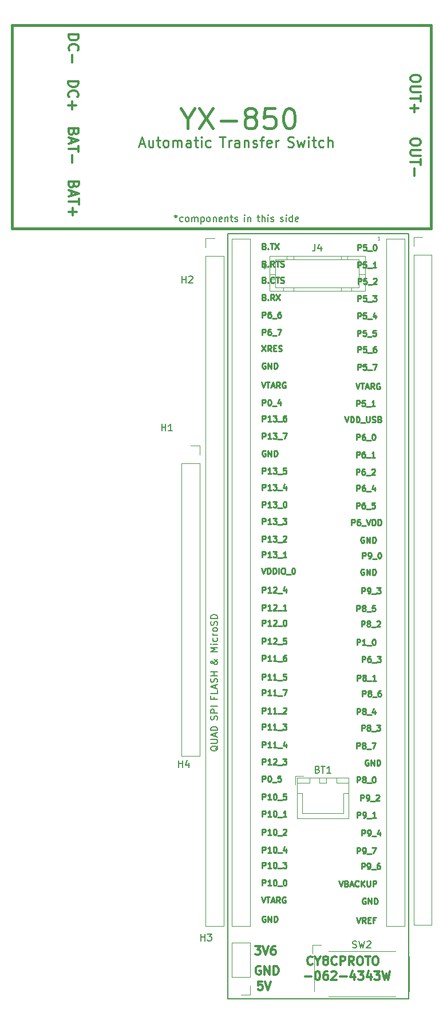
<source format=gbr>
%TF.GenerationSoftware,KiCad,Pcbnew,(7.99.0-200-gad838e3d73)*%
%TF.CreationDate,2024-03-07T11:34:08+07:00*%
%TF.ProjectId,WMS_PCB1,574d535f-5043-4423-912e-6b696361645f,rev?*%
%TF.SameCoordinates,Original*%
%TF.FileFunction,Legend,Top*%
%TF.FilePolarity,Positive*%
%FSLAX46Y46*%
G04 Gerber Fmt 4.6, Leading zero omitted, Abs format (unit mm)*
G04 Created by KiCad (PCBNEW (7.99.0-200-gad838e3d73)) date 2024-03-07 11:34:08*
%MOMM*%
%LPD*%
G01*
G04 APERTURE LIST*
%ADD10C,0.150000*%
%ADD11C,0.300000*%
%ADD12C,0.400000*%
%ADD13C,0.250000*%
%ADD14C,0.212500*%
%ADD15C,0.100000*%
%ADD16C,0.120000*%
%ADD17C,0.200000*%
G04 APERTURE END LIST*
D10*
%TO.C,H3*%
X45720095Y-168109380D02*
X45720095Y-167109380D01*
X45720095Y-167585571D02*
X46291523Y-167585571D01*
X46291523Y-168109380D02*
X46291523Y-167109380D01*
X46672476Y-167109380D02*
X47291523Y-167109380D01*
X47291523Y-167109380D02*
X46958190Y-167490333D01*
X46958190Y-167490333D02*
X47101047Y-167490333D01*
X47101047Y-167490333D02*
X47196285Y-167537952D01*
X47196285Y-167537952D02*
X47243904Y-167585571D01*
X47243904Y-167585571D02*
X47291523Y-167680809D01*
X47291523Y-167680809D02*
X47291523Y-167918904D01*
X47291523Y-167918904D02*
X47243904Y-168014142D01*
X47243904Y-168014142D02*
X47196285Y-168061761D01*
X47196285Y-168061761D02*
X47101047Y-168109380D01*
X47101047Y-168109380D02*
X46815333Y-168109380D01*
X46815333Y-168109380D02*
X46720095Y-168061761D01*
X46720095Y-168061761D02*
X46672476Y-168014142D01*
%TO.C,H1*%
X39906095Y-92731380D02*
X39906095Y-91731380D01*
X39906095Y-92207571D02*
X40477523Y-92207571D01*
X40477523Y-92731380D02*
X40477523Y-91731380D01*
X41477523Y-92731380D02*
X40906095Y-92731380D01*
X41191809Y-92731380D02*
X41191809Y-91731380D01*
X41191809Y-91731380D02*
X41096571Y-91874238D01*
X41096571Y-91874238D02*
X41001333Y-91969476D01*
X41001333Y-91969476D02*
X40906095Y-92017095D01*
%TO.C,SW2*%
X68166667Y-169119761D02*
X68309524Y-169167380D01*
X68309524Y-169167380D02*
X68547619Y-169167380D01*
X68547619Y-169167380D02*
X68642857Y-169119761D01*
X68642857Y-169119761D02*
X68690476Y-169072142D01*
X68690476Y-169072142D02*
X68738095Y-168976904D01*
X68738095Y-168976904D02*
X68738095Y-168881666D01*
X68738095Y-168881666D02*
X68690476Y-168786428D01*
X68690476Y-168786428D02*
X68642857Y-168738809D01*
X68642857Y-168738809D02*
X68547619Y-168691190D01*
X68547619Y-168691190D02*
X68357143Y-168643571D01*
X68357143Y-168643571D02*
X68261905Y-168595952D01*
X68261905Y-168595952D02*
X68214286Y-168548333D01*
X68214286Y-168548333D02*
X68166667Y-168453095D01*
X68166667Y-168453095D02*
X68166667Y-168357857D01*
X68166667Y-168357857D02*
X68214286Y-168262619D01*
X68214286Y-168262619D02*
X68261905Y-168215000D01*
X68261905Y-168215000D02*
X68357143Y-168167380D01*
X68357143Y-168167380D02*
X68595238Y-168167380D01*
X68595238Y-168167380D02*
X68738095Y-168215000D01*
X69071429Y-168167380D02*
X69309524Y-169167380D01*
X69309524Y-169167380D02*
X69500000Y-168453095D01*
X69500000Y-168453095D02*
X69690476Y-169167380D01*
X69690476Y-169167380D02*
X69928572Y-168167380D01*
X70261905Y-168262619D02*
X70309524Y-168215000D01*
X70309524Y-168215000D02*
X70404762Y-168167380D01*
X70404762Y-168167380D02*
X70642857Y-168167380D01*
X70642857Y-168167380D02*
X70738095Y-168215000D01*
X70738095Y-168215000D02*
X70785714Y-168262619D01*
X70785714Y-168262619D02*
X70833333Y-168357857D01*
X70833333Y-168357857D02*
X70833333Y-168453095D01*
X70833333Y-168453095D02*
X70785714Y-168595952D01*
X70785714Y-168595952D02*
X70214286Y-169167380D01*
X70214286Y-169167380D02*
X70833333Y-169167380D01*
D11*
%TO.C,U1*%
X78222528Y-40504057D02*
X78222528Y-40789771D01*
X78222528Y-40789771D02*
X78151100Y-40932628D01*
X78151100Y-40932628D02*
X78008242Y-41075485D01*
X78008242Y-41075485D02*
X77722528Y-41146914D01*
X77722528Y-41146914D02*
X77222528Y-41146914D01*
X77222528Y-41146914D02*
X76936814Y-41075485D01*
X76936814Y-41075485D02*
X76793957Y-40932628D01*
X76793957Y-40932628D02*
X76722528Y-40789771D01*
X76722528Y-40789771D02*
X76722528Y-40504057D01*
X76722528Y-40504057D02*
X76793957Y-40361200D01*
X76793957Y-40361200D02*
X76936814Y-40218342D01*
X76936814Y-40218342D02*
X77222528Y-40146914D01*
X77222528Y-40146914D02*
X77722528Y-40146914D01*
X77722528Y-40146914D02*
X78008242Y-40218342D01*
X78008242Y-40218342D02*
X78151100Y-40361200D01*
X78151100Y-40361200D02*
X78222528Y-40504057D01*
X78222528Y-41789771D02*
X77008242Y-41789771D01*
X77008242Y-41789771D02*
X76865385Y-41861200D01*
X76865385Y-41861200D02*
X76793957Y-41932629D01*
X76793957Y-41932629D02*
X76722528Y-42075486D01*
X76722528Y-42075486D02*
X76722528Y-42361200D01*
X76722528Y-42361200D02*
X76793957Y-42504057D01*
X76793957Y-42504057D02*
X76865385Y-42575486D01*
X76865385Y-42575486D02*
X77008242Y-42646914D01*
X77008242Y-42646914D02*
X78222528Y-42646914D01*
X78222528Y-43146915D02*
X78222528Y-44004058D01*
X76722528Y-43575486D02*
X78222528Y-43575486D01*
X77293957Y-44504057D02*
X77293957Y-45646915D01*
X76722528Y-45075486D02*
X77865385Y-45075486D01*
D12*
X43772814Y-46618971D02*
X43772814Y-48047542D01*
X42772814Y-45047542D02*
X43772814Y-46618971D01*
X43772814Y-46618971D02*
X44772814Y-45047542D01*
X45487100Y-45047542D02*
X47487100Y-48047542D01*
X47487100Y-45047542D02*
X45487100Y-48047542D01*
X48629957Y-46904685D02*
X50915672Y-46904685D01*
X52772815Y-46333257D02*
X52487100Y-46190400D01*
X52487100Y-46190400D02*
X52344243Y-46047542D01*
X52344243Y-46047542D02*
X52201386Y-45761828D01*
X52201386Y-45761828D02*
X52201386Y-45618971D01*
X52201386Y-45618971D02*
X52344243Y-45333257D01*
X52344243Y-45333257D02*
X52487100Y-45190400D01*
X52487100Y-45190400D02*
X52772815Y-45047542D01*
X52772815Y-45047542D02*
X53344243Y-45047542D01*
X53344243Y-45047542D02*
X53629958Y-45190400D01*
X53629958Y-45190400D02*
X53772815Y-45333257D01*
X53772815Y-45333257D02*
X53915672Y-45618971D01*
X53915672Y-45618971D02*
X53915672Y-45761828D01*
X53915672Y-45761828D02*
X53772815Y-46047542D01*
X53772815Y-46047542D02*
X53629958Y-46190400D01*
X53629958Y-46190400D02*
X53344243Y-46333257D01*
X53344243Y-46333257D02*
X52772815Y-46333257D01*
X52772815Y-46333257D02*
X52487100Y-46476114D01*
X52487100Y-46476114D02*
X52344243Y-46618971D01*
X52344243Y-46618971D02*
X52201386Y-46904685D01*
X52201386Y-46904685D02*
X52201386Y-47476114D01*
X52201386Y-47476114D02*
X52344243Y-47761828D01*
X52344243Y-47761828D02*
X52487100Y-47904685D01*
X52487100Y-47904685D02*
X52772815Y-48047542D01*
X52772815Y-48047542D02*
X53344243Y-48047542D01*
X53344243Y-48047542D02*
X53629958Y-47904685D01*
X53629958Y-47904685D02*
X53772815Y-47761828D01*
X53772815Y-47761828D02*
X53915672Y-47476114D01*
X53915672Y-47476114D02*
X53915672Y-46904685D01*
X53915672Y-46904685D02*
X53772815Y-46618971D01*
X53772815Y-46618971D02*
X53629958Y-46476114D01*
X53629958Y-46476114D02*
X53344243Y-46333257D01*
X56629958Y-45047542D02*
X55201386Y-45047542D01*
X55201386Y-45047542D02*
X55058529Y-46476114D01*
X55058529Y-46476114D02*
X55201386Y-46333257D01*
X55201386Y-46333257D02*
X55487101Y-46190400D01*
X55487101Y-46190400D02*
X56201386Y-46190400D01*
X56201386Y-46190400D02*
X56487101Y-46333257D01*
X56487101Y-46333257D02*
X56629958Y-46476114D01*
X56629958Y-46476114D02*
X56772815Y-46761828D01*
X56772815Y-46761828D02*
X56772815Y-47476114D01*
X56772815Y-47476114D02*
X56629958Y-47761828D01*
X56629958Y-47761828D02*
X56487101Y-47904685D01*
X56487101Y-47904685D02*
X56201386Y-48047542D01*
X56201386Y-48047542D02*
X55487101Y-48047542D01*
X55487101Y-48047542D02*
X55201386Y-47904685D01*
X55201386Y-47904685D02*
X55058529Y-47761828D01*
X58629958Y-45047542D02*
X58915672Y-45047542D01*
X58915672Y-45047542D02*
X59201386Y-45190400D01*
X59201386Y-45190400D02*
X59344244Y-45333257D01*
X59344244Y-45333257D02*
X59487101Y-45618971D01*
X59487101Y-45618971D02*
X59629958Y-46190400D01*
X59629958Y-46190400D02*
X59629958Y-46904685D01*
X59629958Y-46904685D02*
X59487101Y-47476114D01*
X59487101Y-47476114D02*
X59344244Y-47761828D01*
X59344244Y-47761828D02*
X59201386Y-47904685D01*
X59201386Y-47904685D02*
X58915672Y-48047542D01*
X58915672Y-48047542D02*
X58629958Y-48047542D01*
X58629958Y-48047542D02*
X58344244Y-47904685D01*
X58344244Y-47904685D02*
X58201386Y-47761828D01*
X58201386Y-47761828D02*
X58058529Y-47476114D01*
X58058529Y-47476114D02*
X57915672Y-46904685D01*
X57915672Y-46904685D02*
X57915672Y-46190400D01*
X57915672Y-46190400D02*
X58058529Y-45618971D01*
X58058529Y-45618971D02*
X58201386Y-45333257D01*
X58201386Y-45333257D02*
X58344244Y-45190400D01*
X58344244Y-45190400D02*
X58629958Y-45047542D01*
D13*
X36626014Y-50333000D02*
X37340300Y-50333000D01*
X36483157Y-50761571D02*
X36983157Y-49261571D01*
X36983157Y-49261571D02*
X37483157Y-50761571D01*
X38626014Y-49761571D02*
X38626014Y-50761571D01*
X37983156Y-49761571D02*
X37983156Y-50547285D01*
X37983156Y-50547285D02*
X38054585Y-50690142D01*
X38054585Y-50690142D02*
X38197442Y-50761571D01*
X38197442Y-50761571D02*
X38411728Y-50761571D01*
X38411728Y-50761571D02*
X38554585Y-50690142D01*
X38554585Y-50690142D02*
X38626014Y-50618714D01*
X39126014Y-49761571D02*
X39697442Y-49761571D01*
X39340299Y-49261571D02*
X39340299Y-50547285D01*
X39340299Y-50547285D02*
X39411728Y-50690142D01*
X39411728Y-50690142D02*
X39554585Y-50761571D01*
X39554585Y-50761571D02*
X39697442Y-50761571D01*
X40411728Y-50761571D02*
X40268871Y-50690142D01*
X40268871Y-50690142D02*
X40197442Y-50618714D01*
X40197442Y-50618714D02*
X40126014Y-50475857D01*
X40126014Y-50475857D02*
X40126014Y-50047285D01*
X40126014Y-50047285D02*
X40197442Y-49904428D01*
X40197442Y-49904428D02*
X40268871Y-49833000D01*
X40268871Y-49833000D02*
X40411728Y-49761571D01*
X40411728Y-49761571D02*
X40626014Y-49761571D01*
X40626014Y-49761571D02*
X40768871Y-49833000D01*
X40768871Y-49833000D02*
X40840300Y-49904428D01*
X40840300Y-49904428D02*
X40911728Y-50047285D01*
X40911728Y-50047285D02*
X40911728Y-50475857D01*
X40911728Y-50475857D02*
X40840300Y-50618714D01*
X40840300Y-50618714D02*
X40768871Y-50690142D01*
X40768871Y-50690142D02*
X40626014Y-50761571D01*
X40626014Y-50761571D02*
X40411728Y-50761571D01*
X41554585Y-50761571D02*
X41554585Y-49761571D01*
X41554585Y-49904428D02*
X41626014Y-49833000D01*
X41626014Y-49833000D02*
X41768871Y-49761571D01*
X41768871Y-49761571D02*
X41983157Y-49761571D01*
X41983157Y-49761571D02*
X42126014Y-49833000D01*
X42126014Y-49833000D02*
X42197443Y-49975857D01*
X42197443Y-49975857D02*
X42197443Y-50761571D01*
X42197443Y-49975857D02*
X42268871Y-49833000D01*
X42268871Y-49833000D02*
X42411728Y-49761571D01*
X42411728Y-49761571D02*
X42626014Y-49761571D01*
X42626014Y-49761571D02*
X42768871Y-49833000D01*
X42768871Y-49833000D02*
X42840300Y-49975857D01*
X42840300Y-49975857D02*
X42840300Y-50761571D01*
X44197443Y-50761571D02*
X44197443Y-49975857D01*
X44197443Y-49975857D02*
X44126014Y-49833000D01*
X44126014Y-49833000D02*
X43983157Y-49761571D01*
X43983157Y-49761571D02*
X43697443Y-49761571D01*
X43697443Y-49761571D02*
X43554585Y-49833000D01*
X44197443Y-50690142D02*
X44054585Y-50761571D01*
X44054585Y-50761571D02*
X43697443Y-50761571D01*
X43697443Y-50761571D02*
X43554585Y-50690142D01*
X43554585Y-50690142D02*
X43483157Y-50547285D01*
X43483157Y-50547285D02*
X43483157Y-50404428D01*
X43483157Y-50404428D02*
X43554585Y-50261571D01*
X43554585Y-50261571D02*
X43697443Y-50190142D01*
X43697443Y-50190142D02*
X44054585Y-50190142D01*
X44054585Y-50190142D02*
X44197443Y-50118714D01*
X44697443Y-49761571D02*
X45268871Y-49761571D01*
X44911728Y-49261571D02*
X44911728Y-50547285D01*
X44911728Y-50547285D02*
X44983157Y-50690142D01*
X44983157Y-50690142D02*
X45126014Y-50761571D01*
X45126014Y-50761571D02*
X45268871Y-50761571D01*
X45768871Y-50761571D02*
X45768871Y-49761571D01*
X45768871Y-49261571D02*
X45697443Y-49333000D01*
X45697443Y-49333000D02*
X45768871Y-49404428D01*
X45768871Y-49404428D02*
X45840300Y-49333000D01*
X45840300Y-49333000D02*
X45768871Y-49261571D01*
X45768871Y-49261571D02*
X45768871Y-49404428D01*
X47126015Y-50690142D02*
X46983157Y-50761571D01*
X46983157Y-50761571D02*
X46697443Y-50761571D01*
X46697443Y-50761571D02*
X46554586Y-50690142D01*
X46554586Y-50690142D02*
X46483157Y-50618714D01*
X46483157Y-50618714D02*
X46411729Y-50475857D01*
X46411729Y-50475857D02*
X46411729Y-50047285D01*
X46411729Y-50047285D02*
X46483157Y-49904428D01*
X46483157Y-49904428D02*
X46554586Y-49833000D01*
X46554586Y-49833000D02*
X46697443Y-49761571D01*
X46697443Y-49761571D02*
X46983157Y-49761571D01*
X46983157Y-49761571D02*
X47126015Y-49833000D01*
X48454586Y-49261571D02*
X49311729Y-49261571D01*
X48883157Y-50761571D02*
X48883157Y-49261571D01*
X49811728Y-50761571D02*
X49811728Y-49761571D01*
X49811728Y-50047285D02*
X49883157Y-49904428D01*
X49883157Y-49904428D02*
X49954586Y-49833000D01*
X49954586Y-49833000D02*
X50097443Y-49761571D01*
X50097443Y-49761571D02*
X50240300Y-49761571D01*
X51383157Y-50761571D02*
X51383157Y-49975857D01*
X51383157Y-49975857D02*
X51311728Y-49833000D01*
X51311728Y-49833000D02*
X51168871Y-49761571D01*
X51168871Y-49761571D02*
X50883157Y-49761571D01*
X50883157Y-49761571D02*
X50740299Y-49833000D01*
X51383157Y-50690142D02*
X51240299Y-50761571D01*
X51240299Y-50761571D02*
X50883157Y-50761571D01*
X50883157Y-50761571D02*
X50740299Y-50690142D01*
X50740299Y-50690142D02*
X50668871Y-50547285D01*
X50668871Y-50547285D02*
X50668871Y-50404428D01*
X50668871Y-50404428D02*
X50740299Y-50261571D01*
X50740299Y-50261571D02*
X50883157Y-50190142D01*
X50883157Y-50190142D02*
X51240299Y-50190142D01*
X51240299Y-50190142D02*
X51383157Y-50118714D01*
X52097442Y-49761571D02*
X52097442Y-50761571D01*
X52097442Y-49904428D02*
X52168871Y-49833000D01*
X52168871Y-49833000D02*
X52311728Y-49761571D01*
X52311728Y-49761571D02*
X52526014Y-49761571D01*
X52526014Y-49761571D02*
X52668871Y-49833000D01*
X52668871Y-49833000D02*
X52740300Y-49975857D01*
X52740300Y-49975857D02*
X52740300Y-50761571D01*
X53383157Y-50690142D02*
X53526014Y-50761571D01*
X53526014Y-50761571D02*
X53811728Y-50761571D01*
X53811728Y-50761571D02*
X53954585Y-50690142D01*
X53954585Y-50690142D02*
X54026014Y-50547285D01*
X54026014Y-50547285D02*
X54026014Y-50475857D01*
X54026014Y-50475857D02*
X53954585Y-50333000D01*
X53954585Y-50333000D02*
X53811728Y-50261571D01*
X53811728Y-50261571D02*
X53597443Y-50261571D01*
X53597443Y-50261571D02*
X53454585Y-50190142D01*
X53454585Y-50190142D02*
X53383157Y-50047285D01*
X53383157Y-50047285D02*
X53383157Y-49975857D01*
X53383157Y-49975857D02*
X53454585Y-49833000D01*
X53454585Y-49833000D02*
X53597443Y-49761571D01*
X53597443Y-49761571D02*
X53811728Y-49761571D01*
X53811728Y-49761571D02*
X53954585Y-49833000D01*
X54454586Y-49761571D02*
X55026014Y-49761571D01*
X54668871Y-50761571D02*
X54668871Y-49475857D01*
X54668871Y-49475857D02*
X54740300Y-49333000D01*
X54740300Y-49333000D02*
X54883157Y-49261571D01*
X54883157Y-49261571D02*
X55026014Y-49261571D01*
X56097443Y-50690142D02*
X55954586Y-50761571D01*
X55954586Y-50761571D02*
X55668872Y-50761571D01*
X55668872Y-50761571D02*
X55526014Y-50690142D01*
X55526014Y-50690142D02*
X55454586Y-50547285D01*
X55454586Y-50547285D02*
X55454586Y-49975857D01*
X55454586Y-49975857D02*
X55526014Y-49833000D01*
X55526014Y-49833000D02*
X55668872Y-49761571D01*
X55668872Y-49761571D02*
X55954586Y-49761571D01*
X55954586Y-49761571D02*
X56097443Y-49833000D01*
X56097443Y-49833000D02*
X56168872Y-49975857D01*
X56168872Y-49975857D02*
X56168872Y-50118714D01*
X56168872Y-50118714D02*
X55454586Y-50261571D01*
X56811728Y-50761571D02*
X56811728Y-49761571D01*
X56811728Y-50047285D02*
X56883157Y-49904428D01*
X56883157Y-49904428D02*
X56954586Y-49833000D01*
X56954586Y-49833000D02*
X57097443Y-49761571D01*
X57097443Y-49761571D02*
X57240300Y-49761571D01*
X58568871Y-50690142D02*
X58783157Y-50761571D01*
X58783157Y-50761571D02*
X59140299Y-50761571D01*
X59140299Y-50761571D02*
X59283157Y-50690142D01*
X59283157Y-50690142D02*
X59354585Y-50618714D01*
X59354585Y-50618714D02*
X59426014Y-50475857D01*
X59426014Y-50475857D02*
X59426014Y-50333000D01*
X59426014Y-50333000D02*
X59354585Y-50190142D01*
X59354585Y-50190142D02*
X59283157Y-50118714D01*
X59283157Y-50118714D02*
X59140299Y-50047285D01*
X59140299Y-50047285D02*
X58854585Y-49975857D01*
X58854585Y-49975857D02*
X58711728Y-49904428D01*
X58711728Y-49904428D02*
X58640299Y-49833000D01*
X58640299Y-49833000D02*
X58568871Y-49690142D01*
X58568871Y-49690142D02*
X58568871Y-49547285D01*
X58568871Y-49547285D02*
X58640299Y-49404428D01*
X58640299Y-49404428D02*
X58711728Y-49333000D01*
X58711728Y-49333000D02*
X58854585Y-49261571D01*
X58854585Y-49261571D02*
X59211728Y-49261571D01*
X59211728Y-49261571D02*
X59426014Y-49333000D01*
X59926013Y-49761571D02*
X60211728Y-50761571D01*
X60211728Y-50761571D02*
X60497442Y-50047285D01*
X60497442Y-50047285D02*
X60783156Y-50761571D01*
X60783156Y-50761571D02*
X61068870Y-49761571D01*
X61640299Y-50761571D02*
X61640299Y-49761571D01*
X61640299Y-49261571D02*
X61568871Y-49333000D01*
X61568871Y-49333000D02*
X61640299Y-49404428D01*
X61640299Y-49404428D02*
X61711728Y-49333000D01*
X61711728Y-49333000D02*
X61640299Y-49261571D01*
X61640299Y-49261571D02*
X61640299Y-49404428D01*
X62140300Y-49761571D02*
X62711728Y-49761571D01*
X62354585Y-49261571D02*
X62354585Y-50547285D01*
X62354585Y-50547285D02*
X62426014Y-50690142D01*
X62426014Y-50690142D02*
X62568871Y-50761571D01*
X62568871Y-50761571D02*
X62711728Y-50761571D01*
X63854586Y-50690142D02*
X63711728Y-50761571D01*
X63711728Y-50761571D02*
X63426014Y-50761571D01*
X63426014Y-50761571D02*
X63283157Y-50690142D01*
X63283157Y-50690142D02*
X63211728Y-50618714D01*
X63211728Y-50618714D02*
X63140300Y-50475857D01*
X63140300Y-50475857D02*
X63140300Y-50047285D01*
X63140300Y-50047285D02*
X63211728Y-49904428D01*
X63211728Y-49904428D02*
X63283157Y-49833000D01*
X63283157Y-49833000D02*
X63426014Y-49761571D01*
X63426014Y-49761571D02*
X63711728Y-49761571D01*
X63711728Y-49761571D02*
X63854586Y-49833000D01*
X64497442Y-50761571D02*
X64497442Y-49261571D01*
X65140300Y-50761571D02*
X65140300Y-49975857D01*
X65140300Y-49975857D02*
X65068871Y-49833000D01*
X65068871Y-49833000D02*
X64926014Y-49761571D01*
X64926014Y-49761571D02*
X64711728Y-49761571D01*
X64711728Y-49761571D02*
X64568871Y-49833000D01*
X64568871Y-49833000D02*
X64497442Y-49904428D01*
D11*
X26100328Y-41031142D02*
X27600328Y-41031142D01*
X27600328Y-41031142D02*
X27600328Y-41388285D01*
X27600328Y-41388285D02*
X27528900Y-41602571D01*
X27528900Y-41602571D02*
X27386042Y-41745428D01*
X27386042Y-41745428D02*
X27243185Y-41816857D01*
X27243185Y-41816857D02*
X26957471Y-41888285D01*
X26957471Y-41888285D02*
X26743185Y-41888285D01*
X26743185Y-41888285D02*
X26457471Y-41816857D01*
X26457471Y-41816857D02*
X26314614Y-41745428D01*
X26314614Y-41745428D02*
X26171757Y-41602571D01*
X26171757Y-41602571D02*
X26100328Y-41388285D01*
X26100328Y-41388285D02*
X26100328Y-41031142D01*
X26243185Y-43388285D02*
X26171757Y-43316857D01*
X26171757Y-43316857D02*
X26100328Y-43102571D01*
X26100328Y-43102571D02*
X26100328Y-42959714D01*
X26100328Y-42959714D02*
X26171757Y-42745428D01*
X26171757Y-42745428D02*
X26314614Y-42602571D01*
X26314614Y-42602571D02*
X26457471Y-42531142D01*
X26457471Y-42531142D02*
X26743185Y-42459714D01*
X26743185Y-42459714D02*
X26957471Y-42459714D01*
X26957471Y-42459714D02*
X27243185Y-42531142D01*
X27243185Y-42531142D02*
X27386042Y-42602571D01*
X27386042Y-42602571D02*
X27528900Y-42745428D01*
X27528900Y-42745428D02*
X27600328Y-42959714D01*
X27600328Y-42959714D02*
X27600328Y-43102571D01*
X27600328Y-43102571D02*
X27528900Y-43316857D01*
X27528900Y-43316857D02*
X27457471Y-43388285D01*
X26671757Y-44031142D02*
X26671757Y-45174000D01*
X26100328Y-44602571D02*
X27243185Y-44602571D01*
X26936842Y-56339342D02*
X26865414Y-56553628D01*
X26865414Y-56553628D02*
X26793985Y-56625057D01*
X26793985Y-56625057D02*
X26651128Y-56696485D01*
X26651128Y-56696485D02*
X26436842Y-56696485D01*
X26436842Y-56696485D02*
X26293985Y-56625057D01*
X26293985Y-56625057D02*
X26222557Y-56553628D01*
X26222557Y-56553628D02*
X26151128Y-56410771D01*
X26151128Y-56410771D02*
X26151128Y-55839342D01*
X26151128Y-55839342D02*
X27651128Y-55839342D01*
X27651128Y-55839342D02*
X27651128Y-56339342D01*
X27651128Y-56339342D02*
X27579700Y-56482200D01*
X27579700Y-56482200D02*
X27508271Y-56553628D01*
X27508271Y-56553628D02*
X27365414Y-56625057D01*
X27365414Y-56625057D02*
X27222557Y-56625057D01*
X27222557Y-56625057D02*
X27079700Y-56553628D01*
X27079700Y-56553628D02*
X27008271Y-56482200D01*
X27008271Y-56482200D02*
X26936842Y-56339342D01*
X26936842Y-56339342D02*
X26936842Y-55839342D01*
X26579700Y-57267914D02*
X26579700Y-57982200D01*
X26151128Y-57125057D02*
X27651128Y-57625057D01*
X27651128Y-57625057D02*
X26151128Y-58125057D01*
X27651128Y-58410771D02*
X27651128Y-59267914D01*
X26151128Y-58839342D02*
X27651128Y-58839342D01*
X26722557Y-59767913D02*
X26722557Y-60910771D01*
X26151128Y-60339342D02*
X27293985Y-60339342D01*
X78222528Y-49902057D02*
X78222528Y-50187771D01*
X78222528Y-50187771D02*
X78151100Y-50330628D01*
X78151100Y-50330628D02*
X78008242Y-50473485D01*
X78008242Y-50473485D02*
X77722528Y-50544914D01*
X77722528Y-50544914D02*
X77222528Y-50544914D01*
X77222528Y-50544914D02*
X76936814Y-50473485D01*
X76936814Y-50473485D02*
X76793957Y-50330628D01*
X76793957Y-50330628D02*
X76722528Y-50187771D01*
X76722528Y-50187771D02*
X76722528Y-49902057D01*
X76722528Y-49902057D02*
X76793957Y-49759200D01*
X76793957Y-49759200D02*
X76936814Y-49616342D01*
X76936814Y-49616342D02*
X77222528Y-49544914D01*
X77222528Y-49544914D02*
X77722528Y-49544914D01*
X77722528Y-49544914D02*
X78008242Y-49616342D01*
X78008242Y-49616342D02*
X78151100Y-49759200D01*
X78151100Y-49759200D02*
X78222528Y-49902057D01*
X78222528Y-51187771D02*
X77008242Y-51187771D01*
X77008242Y-51187771D02*
X76865385Y-51259200D01*
X76865385Y-51259200D02*
X76793957Y-51330629D01*
X76793957Y-51330629D02*
X76722528Y-51473486D01*
X76722528Y-51473486D02*
X76722528Y-51759200D01*
X76722528Y-51759200D02*
X76793957Y-51902057D01*
X76793957Y-51902057D02*
X76865385Y-51973486D01*
X76865385Y-51973486D02*
X77008242Y-52044914D01*
X77008242Y-52044914D02*
X78222528Y-52044914D01*
X78222528Y-52544915D02*
X78222528Y-53402058D01*
X76722528Y-52973486D02*
X78222528Y-52973486D01*
X77293957Y-53902057D02*
X77293957Y-55044915D01*
X26125728Y-34147742D02*
X27625728Y-34147742D01*
X27625728Y-34147742D02*
X27625728Y-34504885D01*
X27625728Y-34504885D02*
X27554300Y-34719171D01*
X27554300Y-34719171D02*
X27411442Y-34862028D01*
X27411442Y-34862028D02*
X27268585Y-34933457D01*
X27268585Y-34933457D02*
X26982871Y-35004885D01*
X26982871Y-35004885D02*
X26768585Y-35004885D01*
X26768585Y-35004885D02*
X26482871Y-34933457D01*
X26482871Y-34933457D02*
X26340014Y-34862028D01*
X26340014Y-34862028D02*
X26197157Y-34719171D01*
X26197157Y-34719171D02*
X26125728Y-34504885D01*
X26125728Y-34504885D02*
X26125728Y-34147742D01*
X26268585Y-36504885D02*
X26197157Y-36433457D01*
X26197157Y-36433457D02*
X26125728Y-36219171D01*
X26125728Y-36219171D02*
X26125728Y-36076314D01*
X26125728Y-36076314D02*
X26197157Y-35862028D01*
X26197157Y-35862028D02*
X26340014Y-35719171D01*
X26340014Y-35719171D02*
X26482871Y-35647742D01*
X26482871Y-35647742D02*
X26768585Y-35576314D01*
X26768585Y-35576314D02*
X26982871Y-35576314D01*
X26982871Y-35576314D02*
X27268585Y-35647742D01*
X27268585Y-35647742D02*
X27411442Y-35719171D01*
X27411442Y-35719171D02*
X27554300Y-35862028D01*
X27554300Y-35862028D02*
X27625728Y-36076314D01*
X27625728Y-36076314D02*
X27625728Y-36219171D01*
X27625728Y-36219171D02*
X27554300Y-36433457D01*
X27554300Y-36433457D02*
X27482871Y-36504885D01*
X26697157Y-37147742D02*
X26697157Y-38290600D01*
X26911442Y-48541542D02*
X26840014Y-48755828D01*
X26840014Y-48755828D02*
X26768585Y-48827257D01*
X26768585Y-48827257D02*
X26625728Y-48898685D01*
X26625728Y-48898685D02*
X26411442Y-48898685D01*
X26411442Y-48898685D02*
X26268585Y-48827257D01*
X26268585Y-48827257D02*
X26197157Y-48755828D01*
X26197157Y-48755828D02*
X26125728Y-48612971D01*
X26125728Y-48612971D02*
X26125728Y-48041542D01*
X26125728Y-48041542D02*
X27625728Y-48041542D01*
X27625728Y-48041542D02*
X27625728Y-48541542D01*
X27625728Y-48541542D02*
X27554300Y-48684400D01*
X27554300Y-48684400D02*
X27482871Y-48755828D01*
X27482871Y-48755828D02*
X27340014Y-48827257D01*
X27340014Y-48827257D02*
X27197157Y-48827257D01*
X27197157Y-48827257D02*
X27054300Y-48755828D01*
X27054300Y-48755828D02*
X26982871Y-48684400D01*
X26982871Y-48684400D02*
X26911442Y-48541542D01*
X26911442Y-48541542D02*
X26911442Y-48041542D01*
X26554300Y-49470114D02*
X26554300Y-50184400D01*
X26125728Y-49327257D02*
X27625728Y-49827257D01*
X27625728Y-49827257D02*
X26125728Y-50327257D01*
X27625728Y-50612971D02*
X27625728Y-51470114D01*
X26125728Y-51041542D02*
X27625728Y-51041542D01*
X26697157Y-51970113D02*
X26697157Y-53112971D01*
D10*
X42004452Y-60792380D02*
X42004452Y-61030476D01*
X41766357Y-60935238D02*
X42004452Y-61030476D01*
X42004452Y-61030476D02*
X42242547Y-60935238D01*
X41861595Y-61220952D02*
X42004452Y-61030476D01*
X42004452Y-61030476D02*
X42147309Y-61220952D01*
X43052071Y-61744761D02*
X42956833Y-61792380D01*
X42956833Y-61792380D02*
X42766357Y-61792380D01*
X42766357Y-61792380D02*
X42671119Y-61744761D01*
X42671119Y-61744761D02*
X42623500Y-61697142D01*
X42623500Y-61697142D02*
X42575881Y-61601904D01*
X42575881Y-61601904D02*
X42575881Y-61316190D01*
X42575881Y-61316190D02*
X42623500Y-61220952D01*
X42623500Y-61220952D02*
X42671119Y-61173333D01*
X42671119Y-61173333D02*
X42766357Y-61125714D01*
X42766357Y-61125714D02*
X42956833Y-61125714D01*
X42956833Y-61125714D02*
X43052071Y-61173333D01*
X43623500Y-61792380D02*
X43528262Y-61744761D01*
X43528262Y-61744761D02*
X43480643Y-61697142D01*
X43480643Y-61697142D02*
X43433024Y-61601904D01*
X43433024Y-61601904D02*
X43433024Y-61316190D01*
X43433024Y-61316190D02*
X43480643Y-61220952D01*
X43480643Y-61220952D02*
X43528262Y-61173333D01*
X43528262Y-61173333D02*
X43623500Y-61125714D01*
X43623500Y-61125714D02*
X43766357Y-61125714D01*
X43766357Y-61125714D02*
X43861595Y-61173333D01*
X43861595Y-61173333D02*
X43909214Y-61220952D01*
X43909214Y-61220952D02*
X43956833Y-61316190D01*
X43956833Y-61316190D02*
X43956833Y-61601904D01*
X43956833Y-61601904D02*
X43909214Y-61697142D01*
X43909214Y-61697142D02*
X43861595Y-61744761D01*
X43861595Y-61744761D02*
X43766357Y-61792380D01*
X43766357Y-61792380D02*
X43623500Y-61792380D01*
X44385405Y-61792380D02*
X44385405Y-61125714D01*
X44385405Y-61220952D02*
X44433024Y-61173333D01*
X44433024Y-61173333D02*
X44528262Y-61125714D01*
X44528262Y-61125714D02*
X44671119Y-61125714D01*
X44671119Y-61125714D02*
X44766357Y-61173333D01*
X44766357Y-61173333D02*
X44813976Y-61268571D01*
X44813976Y-61268571D02*
X44813976Y-61792380D01*
X44813976Y-61268571D02*
X44861595Y-61173333D01*
X44861595Y-61173333D02*
X44956833Y-61125714D01*
X44956833Y-61125714D02*
X45099690Y-61125714D01*
X45099690Y-61125714D02*
X45194929Y-61173333D01*
X45194929Y-61173333D02*
X45242548Y-61268571D01*
X45242548Y-61268571D02*
X45242548Y-61792380D01*
X45718738Y-61125714D02*
X45718738Y-62125714D01*
X45718738Y-61173333D02*
X45813976Y-61125714D01*
X45813976Y-61125714D02*
X46004452Y-61125714D01*
X46004452Y-61125714D02*
X46099690Y-61173333D01*
X46099690Y-61173333D02*
X46147309Y-61220952D01*
X46147309Y-61220952D02*
X46194928Y-61316190D01*
X46194928Y-61316190D02*
X46194928Y-61601904D01*
X46194928Y-61601904D02*
X46147309Y-61697142D01*
X46147309Y-61697142D02*
X46099690Y-61744761D01*
X46099690Y-61744761D02*
X46004452Y-61792380D01*
X46004452Y-61792380D02*
X45813976Y-61792380D01*
X45813976Y-61792380D02*
X45718738Y-61744761D01*
X46766357Y-61792380D02*
X46671119Y-61744761D01*
X46671119Y-61744761D02*
X46623500Y-61697142D01*
X46623500Y-61697142D02*
X46575881Y-61601904D01*
X46575881Y-61601904D02*
X46575881Y-61316190D01*
X46575881Y-61316190D02*
X46623500Y-61220952D01*
X46623500Y-61220952D02*
X46671119Y-61173333D01*
X46671119Y-61173333D02*
X46766357Y-61125714D01*
X46766357Y-61125714D02*
X46909214Y-61125714D01*
X46909214Y-61125714D02*
X47004452Y-61173333D01*
X47004452Y-61173333D02*
X47052071Y-61220952D01*
X47052071Y-61220952D02*
X47099690Y-61316190D01*
X47099690Y-61316190D02*
X47099690Y-61601904D01*
X47099690Y-61601904D02*
X47052071Y-61697142D01*
X47052071Y-61697142D02*
X47004452Y-61744761D01*
X47004452Y-61744761D02*
X46909214Y-61792380D01*
X46909214Y-61792380D02*
X46766357Y-61792380D01*
X47528262Y-61125714D02*
X47528262Y-61792380D01*
X47528262Y-61220952D02*
X47575881Y-61173333D01*
X47575881Y-61173333D02*
X47671119Y-61125714D01*
X47671119Y-61125714D02*
X47813976Y-61125714D01*
X47813976Y-61125714D02*
X47909214Y-61173333D01*
X47909214Y-61173333D02*
X47956833Y-61268571D01*
X47956833Y-61268571D02*
X47956833Y-61792380D01*
X48813976Y-61744761D02*
X48718738Y-61792380D01*
X48718738Y-61792380D02*
X48528262Y-61792380D01*
X48528262Y-61792380D02*
X48433024Y-61744761D01*
X48433024Y-61744761D02*
X48385405Y-61649523D01*
X48385405Y-61649523D02*
X48385405Y-61268571D01*
X48385405Y-61268571D02*
X48433024Y-61173333D01*
X48433024Y-61173333D02*
X48528262Y-61125714D01*
X48528262Y-61125714D02*
X48718738Y-61125714D01*
X48718738Y-61125714D02*
X48813976Y-61173333D01*
X48813976Y-61173333D02*
X48861595Y-61268571D01*
X48861595Y-61268571D02*
X48861595Y-61363809D01*
X48861595Y-61363809D02*
X48385405Y-61459047D01*
X49290167Y-61125714D02*
X49290167Y-61792380D01*
X49290167Y-61220952D02*
X49337786Y-61173333D01*
X49337786Y-61173333D02*
X49433024Y-61125714D01*
X49433024Y-61125714D02*
X49575881Y-61125714D01*
X49575881Y-61125714D02*
X49671119Y-61173333D01*
X49671119Y-61173333D02*
X49718738Y-61268571D01*
X49718738Y-61268571D02*
X49718738Y-61792380D01*
X50052072Y-61125714D02*
X50433024Y-61125714D01*
X50194929Y-60792380D02*
X50194929Y-61649523D01*
X50194929Y-61649523D02*
X50242548Y-61744761D01*
X50242548Y-61744761D02*
X50337786Y-61792380D01*
X50337786Y-61792380D02*
X50433024Y-61792380D01*
X50718739Y-61744761D02*
X50813977Y-61792380D01*
X50813977Y-61792380D02*
X51004453Y-61792380D01*
X51004453Y-61792380D02*
X51099691Y-61744761D01*
X51099691Y-61744761D02*
X51147310Y-61649523D01*
X51147310Y-61649523D02*
X51147310Y-61601904D01*
X51147310Y-61601904D02*
X51099691Y-61506666D01*
X51099691Y-61506666D02*
X51004453Y-61459047D01*
X51004453Y-61459047D02*
X50861596Y-61459047D01*
X50861596Y-61459047D02*
X50766358Y-61411428D01*
X50766358Y-61411428D02*
X50718739Y-61316190D01*
X50718739Y-61316190D02*
X50718739Y-61268571D01*
X50718739Y-61268571D02*
X50766358Y-61173333D01*
X50766358Y-61173333D02*
X50861596Y-61125714D01*
X50861596Y-61125714D02*
X51004453Y-61125714D01*
X51004453Y-61125714D02*
X51099691Y-61173333D01*
X52175882Y-61792380D02*
X52175882Y-61125714D01*
X52175882Y-60792380D02*
X52128263Y-60840000D01*
X52128263Y-60840000D02*
X52175882Y-60887619D01*
X52175882Y-60887619D02*
X52223501Y-60840000D01*
X52223501Y-60840000D02*
X52175882Y-60792380D01*
X52175882Y-60792380D02*
X52175882Y-60887619D01*
X52652072Y-61125714D02*
X52652072Y-61792380D01*
X52652072Y-61220952D02*
X52699691Y-61173333D01*
X52699691Y-61173333D02*
X52794929Y-61125714D01*
X52794929Y-61125714D02*
X52937786Y-61125714D01*
X52937786Y-61125714D02*
X53033024Y-61173333D01*
X53033024Y-61173333D02*
X53080643Y-61268571D01*
X53080643Y-61268571D02*
X53080643Y-61792380D01*
X54013977Y-61125714D02*
X54394929Y-61125714D01*
X54156834Y-60792380D02*
X54156834Y-61649523D01*
X54156834Y-61649523D02*
X54204453Y-61744761D01*
X54204453Y-61744761D02*
X54299691Y-61792380D01*
X54299691Y-61792380D02*
X54394929Y-61792380D01*
X54728263Y-61792380D02*
X54728263Y-60792380D01*
X55156834Y-61792380D02*
X55156834Y-61268571D01*
X55156834Y-61268571D02*
X55109215Y-61173333D01*
X55109215Y-61173333D02*
X55013977Y-61125714D01*
X55013977Y-61125714D02*
X54871120Y-61125714D01*
X54871120Y-61125714D02*
X54775882Y-61173333D01*
X54775882Y-61173333D02*
X54728263Y-61220952D01*
X55633025Y-61792380D02*
X55633025Y-61125714D01*
X55633025Y-60792380D02*
X55585406Y-60840000D01*
X55585406Y-60840000D02*
X55633025Y-60887619D01*
X55633025Y-60887619D02*
X55680644Y-60840000D01*
X55680644Y-60840000D02*
X55633025Y-60792380D01*
X55633025Y-60792380D02*
X55633025Y-60887619D01*
X56061596Y-61744761D02*
X56156834Y-61792380D01*
X56156834Y-61792380D02*
X56347310Y-61792380D01*
X56347310Y-61792380D02*
X56442548Y-61744761D01*
X56442548Y-61744761D02*
X56490167Y-61649523D01*
X56490167Y-61649523D02*
X56490167Y-61601904D01*
X56490167Y-61601904D02*
X56442548Y-61506666D01*
X56442548Y-61506666D02*
X56347310Y-61459047D01*
X56347310Y-61459047D02*
X56204453Y-61459047D01*
X56204453Y-61459047D02*
X56109215Y-61411428D01*
X56109215Y-61411428D02*
X56061596Y-61316190D01*
X56061596Y-61316190D02*
X56061596Y-61268571D01*
X56061596Y-61268571D02*
X56109215Y-61173333D01*
X56109215Y-61173333D02*
X56204453Y-61125714D01*
X56204453Y-61125714D02*
X56347310Y-61125714D01*
X56347310Y-61125714D02*
X56442548Y-61173333D01*
X57471120Y-61744761D02*
X57566358Y-61792380D01*
X57566358Y-61792380D02*
X57756834Y-61792380D01*
X57756834Y-61792380D02*
X57852072Y-61744761D01*
X57852072Y-61744761D02*
X57899691Y-61649523D01*
X57899691Y-61649523D02*
X57899691Y-61601904D01*
X57899691Y-61601904D02*
X57852072Y-61506666D01*
X57852072Y-61506666D02*
X57756834Y-61459047D01*
X57756834Y-61459047D02*
X57613977Y-61459047D01*
X57613977Y-61459047D02*
X57518739Y-61411428D01*
X57518739Y-61411428D02*
X57471120Y-61316190D01*
X57471120Y-61316190D02*
X57471120Y-61268571D01*
X57471120Y-61268571D02*
X57518739Y-61173333D01*
X57518739Y-61173333D02*
X57613977Y-61125714D01*
X57613977Y-61125714D02*
X57756834Y-61125714D01*
X57756834Y-61125714D02*
X57852072Y-61173333D01*
X58328263Y-61792380D02*
X58328263Y-61125714D01*
X58328263Y-60792380D02*
X58280644Y-60840000D01*
X58280644Y-60840000D02*
X58328263Y-60887619D01*
X58328263Y-60887619D02*
X58375882Y-60840000D01*
X58375882Y-60840000D02*
X58328263Y-60792380D01*
X58328263Y-60792380D02*
X58328263Y-60887619D01*
X59233024Y-61792380D02*
X59233024Y-60792380D01*
X59233024Y-61744761D02*
X59137786Y-61792380D01*
X59137786Y-61792380D02*
X58947310Y-61792380D01*
X58947310Y-61792380D02*
X58852072Y-61744761D01*
X58852072Y-61744761D02*
X58804453Y-61697142D01*
X58804453Y-61697142D02*
X58756834Y-61601904D01*
X58756834Y-61601904D02*
X58756834Y-61316190D01*
X58756834Y-61316190D02*
X58804453Y-61220952D01*
X58804453Y-61220952D02*
X58852072Y-61173333D01*
X58852072Y-61173333D02*
X58947310Y-61125714D01*
X58947310Y-61125714D02*
X59137786Y-61125714D01*
X59137786Y-61125714D02*
X59233024Y-61173333D01*
X60090167Y-61744761D02*
X59994929Y-61792380D01*
X59994929Y-61792380D02*
X59804453Y-61792380D01*
X59804453Y-61792380D02*
X59709215Y-61744761D01*
X59709215Y-61744761D02*
X59661596Y-61649523D01*
X59661596Y-61649523D02*
X59661596Y-61268571D01*
X59661596Y-61268571D02*
X59709215Y-61173333D01*
X59709215Y-61173333D02*
X59804453Y-61125714D01*
X59804453Y-61125714D02*
X59994929Y-61125714D01*
X59994929Y-61125714D02*
X60090167Y-61173333D01*
X60090167Y-61173333D02*
X60137786Y-61268571D01*
X60137786Y-61268571D02*
X60137786Y-61363809D01*
X60137786Y-61363809D02*
X59661596Y-61459047D01*
%TO.C,BT1*%
X62964285Y-142793571D02*
X63107142Y-142841190D01*
X63107142Y-142841190D02*
X63154761Y-142888809D01*
X63154761Y-142888809D02*
X63202380Y-142984047D01*
X63202380Y-142984047D02*
X63202380Y-143126904D01*
X63202380Y-143126904D02*
X63154761Y-143222142D01*
X63154761Y-143222142D02*
X63107142Y-143269761D01*
X63107142Y-143269761D02*
X63011904Y-143317380D01*
X63011904Y-143317380D02*
X62630952Y-143317380D01*
X62630952Y-143317380D02*
X62630952Y-142317380D01*
X62630952Y-142317380D02*
X62964285Y-142317380D01*
X62964285Y-142317380D02*
X63059523Y-142365000D01*
X63059523Y-142365000D02*
X63107142Y-142412619D01*
X63107142Y-142412619D02*
X63154761Y-142507857D01*
X63154761Y-142507857D02*
X63154761Y-142603095D01*
X63154761Y-142603095D02*
X63107142Y-142698333D01*
X63107142Y-142698333D02*
X63059523Y-142745952D01*
X63059523Y-142745952D02*
X62964285Y-142793571D01*
X62964285Y-142793571D02*
X62630952Y-142793571D01*
X63488095Y-142317380D02*
X64059523Y-142317380D01*
X63773809Y-143317380D02*
X63773809Y-142317380D01*
X64916666Y-143317380D02*
X64345238Y-143317380D01*
X64630952Y-143317380D02*
X64630952Y-142317380D01*
X64630952Y-142317380D02*
X64535714Y-142460238D01*
X64535714Y-142460238D02*
X64440476Y-142555476D01*
X64440476Y-142555476D02*
X64345238Y-142603095D01*
%TO.C,U5*%
X48239219Y-139303238D02*
X48191600Y-139398476D01*
X48191600Y-139398476D02*
X48096361Y-139493714D01*
X48096361Y-139493714D02*
X47953504Y-139636571D01*
X47953504Y-139636571D02*
X47905885Y-139731809D01*
X47905885Y-139731809D02*
X47905885Y-139827047D01*
X48143980Y-139779428D02*
X48096361Y-139874666D01*
X48096361Y-139874666D02*
X48001123Y-139969904D01*
X48001123Y-139969904D02*
X47810647Y-140017523D01*
X47810647Y-140017523D02*
X47477314Y-140017523D01*
X47477314Y-140017523D02*
X47286838Y-139969904D01*
X47286838Y-139969904D02*
X47191600Y-139874666D01*
X47191600Y-139874666D02*
X47143980Y-139779428D01*
X47143980Y-139779428D02*
X47143980Y-139588952D01*
X47143980Y-139588952D02*
X47191600Y-139493714D01*
X47191600Y-139493714D02*
X47286838Y-139398476D01*
X47286838Y-139398476D02*
X47477314Y-139350857D01*
X47477314Y-139350857D02*
X47810647Y-139350857D01*
X47810647Y-139350857D02*
X48001123Y-139398476D01*
X48001123Y-139398476D02*
X48096361Y-139493714D01*
X48096361Y-139493714D02*
X48143980Y-139588952D01*
X48143980Y-139588952D02*
X48143980Y-139779428D01*
X47143980Y-138922285D02*
X47953504Y-138922285D01*
X47953504Y-138922285D02*
X48048742Y-138874666D01*
X48048742Y-138874666D02*
X48096361Y-138827047D01*
X48096361Y-138827047D02*
X48143980Y-138731809D01*
X48143980Y-138731809D02*
X48143980Y-138541333D01*
X48143980Y-138541333D02*
X48096361Y-138446095D01*
X48096361Y-138446095D02*
X48048742Y-138398476D01*
X48048742Y-138398476D02*
X47953504Y-138350857D01*
X47953504Y-138350857D02*
X47143980Y-138350857D01*
X47858266Y-137922285D02*
X47858266Y-137446095D01*
X48143980Y-138017523D02*
X47143980Y-137684190D01*
X47143980Y-137684190D02*
X48143980Y-137350857D01*
X48143980Y-137017523D02*
X47143980Y-137017523D01*
X47143980Y-137017523D02*
X47143980Y-136779428D01*
X47143980Y-136779428D02*
X47191600Y-136636571D01*
X47191600Y-136636571D02*
X47286838Y-136541333D01*
X47286838Y-136541333D02*
X47382076Y-136493714D01*
X47382076Y-136493714D02*
X47572552Y-136446095D01*
X47572552Y-136446095D02*
X47715409Y-136446095D01*
X47715409Y-136446095D02*
X47905885Y-136493714D01*
X47905885Y-136493714D02*
X48001123Y-136541333D01*
X48001123Y-136541333D02*
X48096361Y-136636571D01*
X48096361Y-136636571D02*
X48143980Y-136779428D01*
X48143980Y-136779428D02*
X48143980Y-137017523D01*
X48096361Y-135465142D02*
X48143980Y-135322285D01*
X48143980Y-135322285D02*
X48143980Y-135084190D01*
X48143980Y-135084190D02*
X48096361Y-134988952D01*
X48096361Y-134988952D02*
X48048742Y-134941333D01*
X48048742Y-134941333D02*
X47953504Y-134893714D01*
X47953504Y-134893714D02*
X47858266Y-134893714D01*
X47858266Y-134893714D02*
X47763028Y-134941333D01*
X47763028Y-134941333D02*
X47715409Y-134988952D01*
X47715409Y-134988952D02*
X47667790Y-135084190D01*
X47667790Y-135084190D02*
X47620171Y-135274666D01*
X47620171Y-135274666D02*
X47572552Y-135369904D01*
X47572552Y-135369904D02*
X47524933Y-135417523D01*
X47524933Y-135417523D02*
X47429695Y-135465142D01*
X47429695Y-135465142D02*
X47334457Y-135465142D01*
X47334457Y-135465142D02*
X47239219Y-135417523D01*
X47239219Y-135417523D02*
X47191600Y-135369904D01*
X47191600Y-135369904D02*
X47143980Y-135274666D01*
X47143980Y-135274666D02*
X47143980Y-135036571D01*
X47143980Y-135036571D02*
X47191600Y-134893714D01*
X48143980Y-134465142D02*
X47143980Y-134465142D01*
X47143980Y-134465142D02*
X47143980Y-134084190D01*
X47143980Y-134084190D02*
X47191600Y-133988952D01*
X47191600Y-133988952D02*
X47239219Y-133941333D01*
X47239219Y-133941333D02*
X47334457Y-133893714D01*
X47334457Y-133893714D02*
X47477314Y-133893714D01*
X47477314Y-133893714D02*
X47572552Y-133941333D01*
X47572552Y-133941333D02*
X47620171Y-133988952D01*
X47620171Y-133988952D02*
X47667790Y-134084190D01*
X47667790Y-134084190D02*
X47667790Y-134465142D01*
X48143980Y-133465142D02*
X47143980Y-133465142D01*
X47620171Y-132055619D02*
X47620171Y-132388952D01*
X48143980Y-132388952D02*
X47143980Y-132388952D01*
X47143980Y-132388952D02*
X47143980Y-131912762D01*
X48143980Y-131055619D02*
X48143980Y-131531809D01*
X48143980Y-131531809D02*
X47143980Y-131531809D01*
X47858266Y-130769904D02*
X47858266Y-130293714D01*
X48143980Y-130865142D02*
X47143980Y-130531809D01*
X47143980Y-130531809D02*
X48143980Y-130198476D01*
X48096361Y-129912761D02*
X48143980Y-129769904D01*
X48143980Y-129769904D02*
X48143980Y-129531809D01*
X48143980Y-129531809D02*
X48096361Y-129436571D01*
X48096361Y-129436571D02*
X48048742Y-129388952D01*
X48048742Y-129388952D02*
X47953504Y-129341333D01*
X47953504Y-129341333D02*
X47858266Y-129341333D01*
X47858266Y-129341333D02*
X47763028Y-129388952D01*
X47763028Y-129388952D02*
X47715409Y-129436571D01*
X47715409Y-129436571D02*
X47667790Y-129531809D01*
X47667790Y-129531809D02*
X47620171Y-129722285D01*
X47620171Y-129722285D02*
X47572552Y-129817523D01*
X47572552Y-129817523D02*
X47524933Y-129865142D01*
X47524933Y-129865142D02*
X47429695Y-129912761D01*
X47429695Y-129912761D02*
X47334457Y-129912761D01*
X47334457Y-129912761D02*
X47239219Y-129865142D01*
X47239219Y-129865142D02*
X47191600Y-129817523D01*
X47191600Y-129817523D02*
X47143980Y-129722285D01*
X47143980Y-129722285D02*
X47143980Y-129484190D01*
X47143980Y-129484190D02*
X47191600Y-129341333D01*
X48143980Y-128912761D02*
X47143980Y-128912761D01*
X47620171Y-128912761D02*
X47620171Y-128341333D01*
X48143980Y-128341333D02*
X47143980Y-128341333D01*
X48143980Y-126455618D02*
X48143980Y-126503238D01*
X48143980Y-126503238D02*
X48096361Y-126598476D01*
X48096361Y-126598476D02*
X47953504Y-126741333D01*
X47953504Y-126741333D02*
X47667790Y-126979428D01*
X47667790Y-126979428D02*
X47524933Y-127074666D01*
X47524933Y-127074666D02*
X47382076Y-127122285D01*
X47382076Y-127122285D02*
X47286838Y-127122285D01*
X47286838Y-127122285D02*
X47191600Y-127074666D01*
X47191600Y-127074666D02*
X47143980Y-126979428D01*
X47143980Y-126979428D02*
X47143980Y-126931809D01*
X47143980Y-126931809D02*
X47191600Y-126836571D01*
X47191600Y-126836571D02*
X47286838Y-126788952D01*
X47286838Y-126788952D02*
X47334457Y-126788952D01*
X47334457Y-126788952D02*
X47429695Y-126836571D01*
X47429695Y-126836571D02*
X47477314Y-126884190D01*
X47477314Y-126884190D02*
X47667790Y-127169904D01*
X47667790Y-127169904D02*
X47715409Y-127217523D01*
X47715409Y-127217523D02*
X47810647Y-127265142D01*
X47810647Y-127265142D02*
X47953504Y-127265142D01*
X47953504Y-127265142D02*
X48048742Y-127217523D01*
X48048742Y-127217523D02*
X48096361Y-127169904D01*
X48096361Y-127169904D02*
X48143980Y-127074666D01*
X48143980Y-127074666D02*
X48143980Y-126931809D01*
X48143980Y-126931809D02*
X48096361Y-126836571D01*
X48096361Y-126836571D02*
X48048742Y-126788952D01*
X48048742Y-126788952D02*
X47858266Y-126646095D01*
X47858266Y-126646095D02*
X47715409Y-126598476D01*
X47715409Y-126598476D02*
X47620171Y-126598476D01*
X48143980Y-125427047D02*
X47143980Y-125427047D01*
X47143980Y-125427047D02*
X47858266Y-125093714D01*
X47858266Y-125093714D02*
X47143980Y-124760381D01*
X47143980Y-124760381D02*
X48143980Y-124760381D01*
X48143980Y-124284190D02*
X47477314Y-124284190D01*
X47143980Y-124284190D02*
X47191600Y-124331809D01*
X47191600Y-124331809D02*
X47239219Y-124284190D01*
X47239219Y-124284190D02*
X47191600Y-124236571D01*
X47191600Y-124236571D02*
X47143980Y-124284190D01*
X47143980Y-124284190D02*
X47239219Y-124284190D01*
X48096361Y-123379429D02*
X48143980Y-123474667D01*
X48143980Y-123474667D02*
X48143980Y-123665143D01*
X48143980Y-123665143D02*
X48096361Y-123760381D01*
X48096361Y-123760381D02*
X48048742Y-123808000D01*
X48048742Y-123808000D02*
X47953504Y-123855619D01*
X47953504Y-123855619D02*
X47667790Y-123855619D01*
X47667790Y-123855619D02*
X47572552Y-123808000D01*
X47572552Y-123808000D02*
X47524933Y-123760381D01*
X47524933Y-123760381D02*
X47477314Y-123665143D01*
X47477314Y-123665143D02*
X47477314Y-123474667D01*
X47477314Y-123474667D02*
X47524933Y-123379429D01*
X48143980Y-122950857D02*
X47477314Y-122950857D01*
X47667790Y-122950857D02*
X47572552Y-122903238D01*
X47572552Y-122903238D02*
X47524933Y-122855619D01*
X47524933Y-122855619D02*
X47477314Y-122760381D01*
X47477314Y-122760381D02*
X47477314Y-122665143D01*
X48143980Y-122188952D02*
X48096361Y-122284190D01*
X48096361Y-122284190D02*
X48048742Y-122331809D01*
X48048742Y-122331809D02*
X47953504Y-122379428D01*
X47953504Y-122379428D02*
X47667790Y-122379428D01*
X47667790Y-122379428D02*
X47572552Y-122331809D01*
X47572552Y-122331809D02*
X47524933Y-122284190D01*
X47524933Y-122284190D02*
X47477314Y-122188952D01*
X47477314Y-122188952D02*
X47477314Y-122046095D01*
X47477314Y-122046095D02*
X47524933Y-121950857D01*
X47524933Y-121950857D02*
X47572552Y-121903238D01*
X47572552Y-121903238D02*
X47667790Y-121855619D01*
X47667790Y-121855619D02*
X47953504Y-121855619D01*
X47953504Y-121855619D02*
X48048742Y-121903238D01*
X48048742Y-121903238D02*
X48096361Y-121950857D01*
X48096361Y-121950857D02*
X48143980Y-122046095D01*
X48143980Y-122046095D02*
X48143980Y-122188952D01*
X48096361Y-121474666D02*
X48143980Y-121331809D01*
X48143980Y-121331809D02*
X48143980Y-121093714D01*
X48143980Y-121093714D02*
X48096361Y-120998476D01*
X48096361Y-120998476D02*
X48048742Y-120950857D01*
X48048742Y-120950857D02*
X47953504Y-120903238D01*
X47953504Y-120903238D02*
X47858266Y-120903238D01*
X47858266Y-120903238D02*
X47763028Y-120950857D01*
X47763028Y-120950857D02*
X47715409Y-120998476D01*
X47715409Y-120998476D02*
X47667790Y-121093714D01*
X47667790Y-121093714D02*
X47620171Y-121284190D01*
X47620171Y-121284190D02*
X47572552Y-121379428D01*
X47572552Y-121379428D02*
X47524933Y-121427047D01*
X47524933Y-121427047D02*
X47429695Y-121474666D01*
X47429695Y-121474666D02*
X47334457Y-121474666D01*
X47334457Y-121474666D02*
X47239219Y-121427047D01*
X47239219Y-121427047D02*
X47191600Y-121379428D01*
X47191600Y-121379428D02*
X47143980Y-121284190D01*
X47143980Y-121284190D02*
X47143980Y-121046095D01*
X47143980Y-121046095D02*
X47191600Y-120903238D01*
X48143980Y-120474666D02*
X47143980Y-120474666D01*
X47143980Y-120474666D02*
X47143980Y-120236571D01*
X47143980Y-120236571D02*
X47191600Y-120093714D01*
X47191600Y-120093714D02*
X47286838Y-119998476D01*
X47286838Y-119998476D02*
X47382076Y-119950857D01*
X47382076Y-119950857D02*
X47572552Y-119903238D01*
X47572552Y-119903238D02*
X47715409Y-119903238D01*
X47715409Y-119903238D02*
X47905885Y-119950857D01*
X47905885Y-119950857D02*
X48001123Y-119998476D01*
X48001123Y-119998476D02*
X48096361Y-120093714D01*
X48096361Y-120093714D02*
X48143980Y-120236571D01*
X48143980Y-120236571D02*
X48143980Y-120474666D01*
%TO.C,H2*%
X42906095Y-70871380D02*
X42906095Y-69871380D01*
X42906095Y-70347571D02*
X43477523Y-70347571D01*
X43477523Y-70871380D02*
X43477523Y-69871380D01*
X43906095Y-69966619D02*
X43953714Y-69919000D01*
X43953714Y-69919000D02*
X44048952Y-69871380D01*
X44048952Y-69871380D02*
X44287047Y-69871380D01*
X44287047Y-69871380D02*
X44382285Y-69919000D01*
X44382285Y-69919000D02*
X44429904Y-69966619D01*
X44429904Y-69966619D02*
X44477523Y-70061857D01*
X44477523Y-70061857D02*
X44477523Y-70157095D01*
X44477523Y-70157095D02*
X44429904Y-70299952D01*
X44429904Y-70299952D02*
X43858476Y-70871380D01*
X43858476Y-70871380D02*
X44477523Y-70871380D01*
D14*
%TO.C,U6*%
X68793580Y-134650424D02*
X68793580Y-133800424D01*
X68793580Y-133800424D02*
X69117390Y-133800424D01*
X69117390Y-133800424D02*
X69198342Y-133840901D01*
X69198342Y-133840901D02*
X69238819Y-133881377D01*
X69238819Y-133881377D02*
X69279295Y-133962329D01*
X69279295Y-133962329D02*
X69279295Y-134083758D01*
X69279295Y-134083758D02*
X69238819Y-134164710D01*
X69238819Y-134164710D02*
X69198342Y-134205186D01*
X69198342Y-134205186D02*
X69117390Y-134245662D01*
X69117390Y-134245662D02*
X68793580Y-134245662D01*
X69765009Y-134164710D02*
X69684057Y-134124234D01*
X69684057Y-134124234D02*
X69643580Y-134083758D01*
X69643580Y-134083758D02*
X69603104Y-134002805D01*
X69603104Y-134002805D02*
X69603104Y-133962329D01*
X69603104Y-133962329D02*
X69643580Y-133881377D01*
X69643580Y-133881377D02*
X69684057Y-133840901D01*
X69684057Y-133840901D02*
X69765009Y-133800424D01*
X69765009Y-133800424D02*
X69926914Y-133800424D01*
X69926914Y-133800424D02*
X70007866Y-133840901D01*
X70007866Y-133840901D02*
X70048342Y-133881377D01*
X70048342Y-133881377D02*
X70088819Y-133962329D01*
X70088819Y-133962329D02*
X70088819Y-134002805D01*
X70088819Y-134002805D02*
X70048342Y-134083758D01*
X70048342Y-134083758D02*
X70007866Y-134124234D01*
X70007866Y-134124234D02*
X69926914Y-134164710D01*
X69926914Y-134164710D02*
X69765009Y-134164710D01*
X69765009Y-134164710D02*
X69684057Y-134205186D01*
X69684057Y-134205186D02*
X69643580Y-134245662D01*
X69643580Y-134245662D02*
X69603104Y-134326615D01*
X69603104Y-134326615D02*
X69603104Y-134488520D01*
X69603104Y-134488520D02*
X69643580Y-134569472D01*
X69643580Y-134569472D02*
X69684057Y-134609948D01*
X69684057Y-134609948D02*
X69765009Y-134650424D01*
X69765009Y-134650424D02*
X69926914Y-134650424D01*
X69926914Y-134650424D02*
X70007866Y-134609948D01*
X70007866Y-134609948D02*
X70048342Y-134569472D01*
X70048342Y-134569472D02*
X70088819Y-134488520D01*
X70088819Y-134488520D02*
X70088819Y-134326615D01*
X70088819Y-134326615D02*
X70048342Y-134245662D01*
X70048342Y-134245662D02*
X70007866Y-134205186D01*
X70007866Y-134205186D02*
X69926914Y-134164710D01*
X70250724Y-134731377D02*
X70898343Y-134731377D01*
X71465009Y-134083758D02*
X71465009Y-134650424D01*
X71262628Y-133759948D02*
X71060247Y-134367091D01*
X71060247Y-134367091D02*
X71586438Y-134367091D01*
X54798180Y-106532624D02*
X54798180Y-105682624D01*
X54798180Y-105682624D02*
X55121990Y-105682624D01*
X55121990Y-105682624D02*
X55202942Y-105723101D01*
X55202942Y-105723101D02*
X55243419Y-105763577D01*
X55243419Y-105763577D02*
X55283895Y-105844529D01*
X55283895Y-105844529D02*
X55283895Y-105965958D01*
X55283895Y-105965958D02*
X55243419Y-106046910D01*
X55243419Y-106046910D02*
X55202942Y-106087386D01*
X55202942Y-106087386D02*
X55121990Y-106127862D01*
X55121990Y-106127862D02*
X54798180Y-106127862D01*
X56093419Y-106532624D02*
X55607704Y-106532624D01*
X55850561Y-106532624D02*
X55850561Y-105682624D01*
X55850561Y-105682624D02*
X55769609Y-105804053D01*
X55769609Y-105804053D02*
X55688657Y-105885005D01*
X55688657Y-105885005D02*
X55607704Y-105925481D01*
X56376752Y-105682624D02*
X56902943Y-105682624D01*
X56902943Y-105682624D02*
X56619609Y-106006434D01*
X56619609Y-106006434D02*
X56741038Y-106006434D01*
X56741038Y-106006434D02*
X56821990Y-106046910D01*
X56821990Y-106046910D02*
X56862466Y-106087386D01*
X56862466Y-106087386D02*
X56902943Y-106168339D01*
X56902943Y-106168339D02*
X56902943Y-106370720D01*
X56902943Y-106370720D02*
X56862466Y-106451672D01*
X56862466Y-106451672D02*
X56821990Y-106492148D01*
X56821990Y-106492148D02*
X56741038Y-106532624D01*
X56741038Y-106532624D02*
X56498181Y-106532624D01*
X56498181Y-106532624D02*
X56417228Y-106492148D01*
X56417228Y-106492148D02*
X56376752Y-106451672D01*
X57064848Y-106613577D02*
X57712467Y-106613577D01*
X57833895Y-105682624D02*
X58360086Y-105682624D01*
X58360086Y-105682624D02*
X58076752Y-106006434D01*
X58076752Y-106006434D02*
X58198181Y-106006434D01*
X58198181Y-106006434D02*
X58279133Y-106046910D01*
X58279133Y-106046910D02*
X58319609Y-106087386D01*
X58319609Y-106087386D02*
X58360086Y-106168339D01*
X58360086Y-106168339D02*
X58360086Y-106370720D01*
X58360086Y-106370720D02*
X58319609Y-106451672D01*
X58319609Y-106451672D02*
X58279133Y-106492148D01*
X58279133Y-106492148D02*
X58198181Y-106532624D01*
X58198181Y-106532624D02*
X57955324Y-106532624D01*
X57955324Y-106532624D02*
X57874371Y-106492148D01*
X57874371Y-106492148D02*
X57833895Y-106451672D01*
X54798180Y-134498024D02*
X54798180Y-133648024D01*
X54798180Y-133648024D02*
X55121990Y-133648024D01*
X55121990Y-133648024D02*
X55202942Y-133688501D01*
X55202942Y-133688501D02*
X55243419Y-133728977D01*
X55243419Y-133728977D02*
X55283895Y-133809929D01*
X55283895Y-133809929D02*
X55283895Y-133931358D01*
X55283895Y-133931358D02*
X55243419Y-134012310D01*
X55243419Y-134012310D02*
X55202942Y-134052786D01*
X55202942Y-134052786D02*
X55121990Y-134093262D01*
X55121990Y-134093262D02*
X54798180Y-134093262D01*
X56093419Y-134498024D02*
X55607704Y-134498024D01*
X55850561Y-134498024D02*
X55850561Y-133648024D01*
X55850561Y-133648024D02*
X55769609Y-133769453D01*
X55769609Y-133769453D02*
X55688657Y-133850405D01*
X55688657Y-133850405D02*
X55607704Y-133890881D01*
X56902943Y-134498024D02*
X56417228Y-134498024D01*
X56660085Y-134498024D02*
X56660085Y-133648024D01*
X56660085Y-133648024D02*
X56579133Y-133769453D01*
X56579133Y-133769453D02*
X56498181Y-133850405D01*
X56498181Y-133850405D02*
X56417228Y-133890881D01*
X57064848Y-134578977D02*
X57712467Y-134578977D01*
X57874371Y-133728977D02*
X57914847Y-133688501D01*
X57914847Y-133688501D02*
X57995800Y-133648024D01*
X57995800Y-133648024D02*
X58198181Y-133648024D01*
X58198181Y-133648024D02*
X58279133Y-133688501D01*
X58279133Y-133688501D02*
X58319609Y-133728977D01*
X58319609Y-133728977D02*
X58360086Y-133809929D01*
X58360086Y-133809929D02*
X58360086Y-133890881D01*
X58360086Y-133890881D02*
X58319609Y-134012310D01*
X58319609Y-134012310D02*
X57833895Y-134498024D01*
X57833895Y-134498024D02*
X58360086Y-134498024D01*
X54798180Y-121544024D02*
X54798180Y-120694024D01*
X54798180Y-120694024D02*
X55121990Y-120694024D01*
X55121990Y-120694024D02*
X55202942Y-120734501D01*
X55202942Y-120734501D02*
X55243419Y-120774977D01*
X55243419Y-120774977D02*
X55283895Y-120855929D01*
X55283895Y-120855929D02*
X55283895Y-120977358D01*
X55283895Y-120977358D02*
X55243419Y-121058310D01*
X55243419Y-121058310D02*
X55202942Y-121098786D01*
X55202942Y-121098786D02*
X55121990Y-121139262D01*
X55121990Y-121139262D02*
X54798180Y-121139262D01*
X56093419Y-121544024D02*
X55607704Y-121544024D01*
X55850561Y-121544024D02*
X55850561Y-120694024D01*
X55850561Y-120694024D02*
X55769609Y-120815453D01*
X55769609Y-120815453D02*
X55688657Y-120896405D01*
X55688657Y-120896405D02*
X55607704Y-120936881D01*
X56417228Y-120774977D02*
X56457704Y-120734501D01*
X56457704Y-120734501D02*
X56538657Y-120694024D01*
X56538657Y-120694024D02*
X56741038Y-120694024D01*
X56741038Y-120694024D02*
X56821990Y-120734501D01*
X56821990Y-120734501D02*
X56862466Y-120774977D01*
X56862466Y-120774977D02*
X56902943Y-120855929D01*
X56902943Y-120855929D02*
X56902943Y-120936881D01*
X56902943Y-120936881D02*
X56862466Y-121058310D01*
X56862466Y-121058310D02*
X56376752Y-121544024D01*
X56376752Y-121544024D02*
X56902943Y-121544024D01*
X57064848Y-121624977D02*
X57712467Y-121624977D01*
X58076752Y-120694024D02*
X58157705Y-120694024D01*
X58157705Y-120694024D02*
X58238657Y-120734501D01*
X58238657Y-120734501D02*
X58279133Y-120774977D01*
X58279133Y-120774977D02*
X58319609Y-120855929D01*
X58319609Y-120855929D02*
X58360086Y-121017834D01*
X58360086Y-121017834D02*
X58360086Y-121220215D01*
X58360086Y-121220215D02*
X58319609Y-121382120D01*
X58319609Y-121382120D02*
X58279133Y-121463072D01*
X58279133Y-121463072D02*
X58238657Y-121503548D01*
X58238657Y-121503548D02*
X58157705Y-121544024D01*
X58157705Y-121544024D02*
X58076752Y-121544024D01*
X58076752Y-121544024D02*
X57995800Y-121503548D01*
X57995800Y-121503548D02*
X57955324Y-121463072D01*
X57955324Y-121463072D02*
X57914847Y-121382120D01*
X57914847Y-121382120D02*
X57874371Y-121220215D01*
X57874371Y-121220215D02*
X57874371Y-121017834D01*
X57874371Y-121017834D02*
X57914847Y-120855929D01*
X57914847Y-120855929D02*
X57955324Y-120774977D01*
X57955324Y-120774977D02*
X57995800Y-120734501D01*
X57995800Y-120734501D02*
X58076752Y-120694024D01*
X54798180Y-131856424D02*
X54798180Y-131006424D01*
X54798180Y-131006424D02*
X55121990Y-131006424D01*
X55121990Y-131006424D02*
X55202942Y-131046901D01*
X55202942Y-131046901D02*
X55243419Y-131087377D01*
X55243419Y-131087377D02*
X55283895Y-131168329D01*
X55283895Y-131168329D02*
X55283895Y-131289758D01*
X55283895Y-131289758D02*
X55243419Y-131370710D01*
X55243419Y-131370710D02*
X55202942Y-131411186D01*
X55202942Y-131411186D02*
X55121990Y-131451662D01*
X55121990Y-131451662D02*
X54798180Y-131451662D01*
X56093419Y-131856424D02*
X55607704Y-131856424D01*
X55850561Y-131856424D02*
X55850561Y-131006424D01*
X55850561Y-131006424D02*
X55769609Y-131127853D01*
X55769609Y-131127853D02*
X55688657Y-131208805D01*
X55688657Y-131208805D02*
X55607704Y-131249281D01*
X56902943Y-131856424D02*
X56417228Y-131856424D01*
X56660085Y-131856424D02*
X56660085Y-131006424D01*
X56660085Y-131006424D02*
X56579133Y-131127853D01*
X56579133Y-131127853D02*
X56498181Y-131208805D01*
X56498181Y-131208805D02*
X56417228Y-131249281D01*
X57064848Y-131937377D02*
X57712467Y-131937377D01*
X57833895Y-131006424D02*
X58400562Y-131006424D01*
X58400562Y-131006424D02*
X58036276Y-131856424D01*
D11*
X62227895Y-171572871D02*
X62167419Y-171633347D01*
X62167419Y-171633347D02*
X61985990Y-171693823D01*
X61985990Y-171693823D02*
X61865038Y-171693823D01*
X61865038Y-171693823D02*
X61683609Y-171633347D01*
X61683609Y-171633347D02*
X61562657Y-171512395D01*
X61562657Y-171512395D02*
X61502180Y-171391442D01*
X61502180Y-171391442D02*
X61441704Y-171149538D01*
X61441704Y-171149538D02*
X61441704Y-170968109D01*
X61441704Y-170968109D02*
X61502180Y-170726204D01*
X61502180Y-170726204D02*
X61562657Y-170605252D01*
X61562657Y-170605252D02*
X61683609Y-170484300D01*
X61683609Y-170484300D02*
X61865038Y-170423823D01*
X61865038Y-170423823D02*
X61985990Y-170423823D01*
X61985990Y-170423823D02*
X62167419Y-170484300D01*
X62167419Y-170484300D02*
X62227895Y-170544776D01*
X63014085Y-171089061D02*
X63014085Y-171693823D01*
X62590752Y-170423823D02*
X63014085Y-171089061D01*
X63014085Y-171089061D02*
X63437419Y-170423823D01*
X64042180Y-170968109D02*
X63921228Y-170907633D01*
X63921228Y-170907633D02*
X63860751Y-170847157D01*
X63860751Y-170847157D02*
X63800275Y-170726204D01*
X63800275Y-170726204D02*
X63800275Y-170665728D01*
X63800275Y-170665728D02*
X63860751Y-170544776D01*
X63860751Y-170544776D02*
X63921228Y-170484300D01*
X63921228Y-170484300D02*
X64042180Y-170423823D01*
X64042180Y-170423823D02*
X64284085Y-170423823D01*
X64284085Y-170423823D02*
X64405037Y-170484300D01*
X64405037Y-170484300D02*
X64465513Y-170544776D01*
X64465513Y-170544776D02*
X64525990Y-170665728D01*
X64525990Y-170665728D02*
X64525990Y-170726204D01*
X64525990Y-170726204D02*
X64465513Y-170847157D01*
X64465513Y-170847157D02*
X64405037Y-170907633D01*
X64405037Y-170907633D02*
X64284085Y-170968109D01*
X64284085Y-170968109D02*
X64042180Y-170968109D01*
X64042180Y-170968109D02*
X63921228Y-171028585D01*
X63921228Y-171028585D02*
X63860751Y-171089061D01*
X63860751Y-171089061D02*
X63800275Y-171210014D01*
X63800275Y-171210014D02*
X63800275Y-171451919D01*
X63800275Y-171451919D02*
X63860751Y-171572871D01*
X63860751Y-171572871D02*
X63921228Y-171633347D01*
X63921228Y-171633347D02*
X64042180Y-171693823D01*
X64042180Y-171693823D02*
X64284085Y-171693823D01*
X64284085Y-171693823D02*
X64405037Y-171633347D01*
X64405037Y-171633347D02*
X64465513Y-171572871D01*
X64465513Y-171572871D02*
X64525990Y-171451919D01*
X64525990Y-171451919D02*
X64525990Y-171210014D01*
X64525990Y-171210014D02*
X64465513Y-171089061D01*
X64465513Y-171089061D02*
X64405037Y-171028585D01*
X64405037Y-171028585D02*
X64284085Y-170968109D01*
X65795990Y-171572871D02*
X65735514Y-171633347D01*
X65735514Y-171633347D02*
X65554085Y-171693823D01*
X65554085Y-171693823D02*
X65433133Y-171693823D01*
X65433133Y-171693823D02*
X65251704Y-171633347D01*
X65251704Y-171633347D02*
X65130752Y-171512395D01*
X65130752Y-171512395D02*
X65070275Y-171391442D01*
X65070275Y-171391442D02*
X65009799Y-171149538D01*
X65009799Y-171149538D02*
X65009799Y-170968109D01*
X65009799Y-170968109D02*
X65070275Y-170726204D01*
X65070275Y-170726204D02*
X65130752Y-170605252D01*
X65130752Y-170605252D02*
X65251704Y-170484300D01*
X65251704Y-170484300D02*
X65433133Y-170423823D01*
X65433133Y-170423823D02*
X65554085Y-170423823D01*
X65554085Y-170423823D02*
X65735514Y-170484300D01*
X65735514Y-170484300D02*
X65795990Y-170544776D01*
X66340275Y-171693823D02*
X66340275Y-170423823D01*
X66340275Y-170423823D02*
X66824085Y-170423823D01*
X66824085Y-170423823D02*
X66945037Y-170484300D01*
X66945037Y-170484300D02*
X67005514Y-170544776D01*
X67005514Y-170544776D02*
X67065990Y-170665728D01*
X67065990Y-170665728D02*
X67065990Y-170847157D01*
X67065990Y-170847157D02*
X67005514Y-170968109D01*
X67005514Y-170968109D02*
X66945037Y-171028585D01*
X66945037Y-171028585D02*
X66824085Y-171089061D01*
X66824085Y-171089061D02*
X66340275Y-171089061D01*
X68335990Y-171693823D02*
X67912656Y-171089061D01*
X67610275Y-171693823D02*
X67610275Y-170423823D01*
X67610275Y-170423823D02*
X68094085Y-170423823D01*
X68094085Y-170423823D02*
X68215037Y-170484300D01*
X68215037Y-170484300D02*
X68275514Y-170544776D01*
X68275514Y-170544776D02*
X68335990Y-170665728D01*
X68335990Y-170665728D02*
X68335990Y-170847157D01*
X68335990Y-170847157D02*
X68275514Y-170968109D01*
X68275514Y-170968109D02*
X68215037Y-171028585D01*
X68215037Y-171028585D02*
X68094085Y-171089061D01*
X68094085Y-171089061D02*
X67610275Y-171089061D01*
X69122180Y-170423823D02*
X69364085Y-170423823D01*
X69364085Y-170423823D02*
X69485037Y-170484300D01*
X69485037Y-170484300D02*
X69605990Y-170605252D01*
X69605990Y-170605252D02*
X69666466Y-170847157D01*
X69666466Y-170847157D02*
X69666466Y-171270490D01*
X69666466Y-171270490D02*
X69605990Y-171512395D01*
X69605990Y-171512395D02*
X69485037Y-171633347D01*
X69485037Y-171633347D02*
X69364085Y-171693823D01*
X69364085Y-171693823D02*
X69122180Y-171693823D01*
X69122180Y-171693823D02*
X69001228Y-171633347D01*
X69001228Y-171633347D02*
X68880275Y-171512395D01*
X68880275Y-171512395D02*
X68819799Y-171270490D01*
X68819799Y-171270490D02*
X68819799Y-170847157D01*
X68819799Y-170847157D02*
X68880275Y-170605252D01*
X68880275Y-170605252D02*
X69001228Y-170484300D01*
X69001228Y-170484300D02*
X69122180Y-170423823D01*
X70029323Y-170423823D02*
X70755037Y-170423823D01*
X70392180Y-171693823D02*
X70392180Y-170423823D01*
X71420275Y-170423823D02*
X71662180Y-170423823D01*
X71662180Y-170423823D02*
X71783132Y-170484300D01*
X71783132Y-170484300D02*
X71904085Y-170605252D01*
X71904085Y-170605252D02*
X71964561Y-170847157D01*
X71964561Y-170847157D02*
X71964561Y-171270490D01*
X71964561Y-171270490D02*
X71904085Y-171512395D01*
X71904085Y-171512395D02*
X71783132Y-171633347D01*
X71783132Y-171633347D02*
X71662180Y-171693823D01*
X71662180Y-171693823D02*
X71420275Y-171693823D01*
X71420275Y-171693823D02*
X71299323Y-171633347D01*
X71299323Y-171633347D02*
X71178370Y-171512395D01*
X71178370Y-171512395D02*
X71117894Y-171270490D01*
X71117894Y-171270490D02*
X71117894Y-170847157D01*
X71117894Y-170847157D02*
X71178370Y-170605252D01*
X71178370Y-170605252D02*
X71299323Y-170484300D01*
X71299323Y-170484300D02*
X71420275Y-170423823D01*
D14*
X68691980Y-99217424D02*
X68691980Y-98367424D01*
X68691980Y-98367424D02*
X69015790Y-98367424D01*
X69015790Y-98367424D02*
X69096742Y-98407901D01*
X69096742Y-98407901D02*
X69137219Y-98448377D01*
X69137219Y-98448377D02*
X69177695Y-98529329D01*
X69177695Y-98529329D02*
X69177695Y-98650758D01*
X69177695Y-98650758D02*
X69137219Y-98731710D01*
X69137219Y-98731710D02*
X69096742Y-98772186D01*
X69096742Y-98772186D02*
X69015790Y-98812662D01*
X69015790Y-98812662D02*
X68691980Y-98812662D01*
X69906266Y-98367424D02*
X69744361Y-98367424D01*
X69744361Y-98367424D02*
X69663409Y-98407901D01*
X69663409Y-98407901D02*
X69622933Y-98448377D01*
X69622933Y-98448377D02*
X69541980Y-98569805D01*
X69541980Y-98569805D02*
X69501504Y-98731710D01*
X69501504Y-98731710D02*
X69501504Y-99055520D01*
X69501504Y-99055520D02*
X69541980Y-99136472D01*
X69541980Y-99136472D02*
X69582457Y-99176948D01*
X69582457Y-99176948D02*
X69663409Y-99217424D01*
X69663409Y-99217424D02*
X69825314Y-99217424D01*
X69825314Y-99217424D02*
X69906266Y-99176948D01*
X69906266Y-99176948D02*
X69946742Y-99136472D01*
X69946742Y-99136472D02*
X69987219Y-99055520D01*
X69987219Y-99055520D02*
X69987219Y-98853139D01*
X69987219Y-98853139D02*
X69946742Y-98772186D01*
X69946742Y-98772186D02*
X69906266Y-98731710D01*
X69906266Y-98731710D02*
X69825314Y-98691234D01*
X69825314Y-98691234D02*
X69663409Y-98691234D01*
X69663409Y-98691234D02*
X69582457Y-98731710D01*
X69582457Y-98731710D02*
X69541980Y-98772186D01*
X69541980Y-98772186D02*
X69501504Y-98853139D01*
X70149124Y-99298377D02*
X70796743Y-99298377D01*
X70958647Y-98448377D02*
X70999123Y-98407901D01*
X70999123Y-98407901D02*
X71080076Y-98367424D01*
X71080076Y-98367424D02*
X71282457Y-98367424D01*
X71282457Y-98367424D02*
X71363409Y-98407901D01*
X71363409Y-98407901D02*
X71403885Y-98448377D01*
X71403885Y-98448377D02*
X71444362Y-98529329D01*
X71444362Y-98529329D02*
X71444362Y-98610281D01*
X71444362Y-98610281D02*
X71403885Y-98731710D01*
X71403885Y-98731710D02*
X70918171Y-99217424D01*
X70918171Y-99217424D02*
X71444362Y-99217424D01*
X54798180Y-129519624D02*
X54798180Y-128669624D01*
X54798180Y-128669624D02*
X55121990Y-128669624D01*
X55121990Y-128669624D02*
X55202942Y-128710101D01*
X55202942Y-128710101D02*
X55243419Y-128750577D01*
X55243419Y-128750577D02*
X55283895Y-128831529D01*
X55283895Y-128831529D02*
X55283895Y-128952958D01*
X55283895Y-128952958D02*
X55243419Y-129033910D01*
X55243419Y-129033910D02*
X55202942Y-129074386D01*
X55202942Y-129074386D02*
X55121990Y-129114862D01*
X55121990Y-129114862D02*
X54798180Y-129114862D01*
X56093419Y-129519624D02*
X55607704Y-129519624D01*
X55850561Y-129519624D02*
X55850561Y-128669624D01*
X55850561Y-128669624D02*
X55769609Y-128791053D01*
X55769609Y-128791053D02*
X55688657Y-128872005D01*
X55688657Y-128872005D02*
X55607704Y-128912481D01*
X56902943Y-129519624D02*
X56417228Y-129519624D01*
X56660085Y-129519624D02*
X56660085Y-128669624D01*
X56660085Y-128669624D02*
X56579133Y-128791053D01*
X56579133Y-128791053D02*
X56498181Y-128872005D01*
X56498181Y-128872005D02*
X56417228Y-128912481D01*
X57064848Y-129600577D02*
X57712467Y-129600577D01*
X58319609Y-128669624D02*
X57914847Y-128669624D01*
X57914847Y-128669624D02*
X57874371Y-129074386D01*
X57874371Y-129074386D02*
X57914847Y-129033910D01*
X57914847Y-129033910D02*
X57995800Y-128993434D01*
X57995800Y-128993434D02*
X58198181Y-128993434D01*
X58198181Y-128993434D02*
X58279133Y-129033910D01*
X58279133Y-129033910D02*
X58319609Y-129074386D01*
X58319609Y-129074386D02*
X58360086Y-129155339D01*
X58360086Y-129155339D02*
X58360086Y-129357720D01*
X58360086Y-129357720D02*
X58319609Y-129438672D01*
X58319609Y-129438672D02*
X58279133Y-129479148D01*
X58279133Y-129479148D02*
X58198181Y-129519624D01*
X58198181Y-129519624D02*
X57995800Y-129519624D01*
X57995800Y-129519624D02*
X57914847Y-129479148D01*
X57914847Y-129479148D02*
X57874371Y-129438672D01*
X69479380Y-137063424D02*
X69479380Y-136213424D01*
X69479380Y-136213424D02*
X69803190Y-136213424D01*
X69803190Y-136213424D02*
X69884142Y-136253901D01*
X69884142Y-136253901D02*
X69924619Y-136294377D01*
X69924619Y-136294377D02*
X69965095Y-136375329D01*
X69965095Y-136375329D02*
X69965095Y-136496758D01*
X69965095Y-136496758D02*
X69924619Y-136577710D01*
X69924619Y-136577710D02*
X69884142Y-136618186D01*
X69884142Y-136618186D02*
X69803190Y-136658662D01*
X69803190Y-136658662D02*
X69479380Y-136658662D01*
X70450809Y-136577710D02*
X70369857Y-136537234D01*
X70369857Y-136537234D02*
X70329380Y-136496758D01*
X70329380Y-136496758D02*
X70288904Y-136415805D01*
X70288904Y-136415805D02*
X70288904Y-136375329D01*
X70288904Y-136375329D02*
X70329380Y-136294377D01*
X70329380Y-136294377D02*
X70369857Y-136253901D01*
X70369857Y-136253901D02*
X70450809Y-136213424D01*
X70450809Y-136213424D02*
X70612714Y-136213424D01*
X70612714Y-136213424D02*
X70693666Y-136253901D01*
X70693666Y-136253901D02*
X70734142Y-136294377D01*
X70734142Y-136294377D02*
X70774619Y-136375329D01*
X70774619Y-136375329D02*
X70774619Y-136415805D01*
X70774619Y-136415805D02*
X70734142Y-136496758D01*
X70734142Y-136496758D02*
X70693666Y-136537234D01*
X70693666Y-136537234D02*
X70612714Y-136577710D01*
X70612714Y-136577710D02*
X70450809Y-136577710D01*
X70450809Y-136577710D02*
X70369857Y-136618186D01*
X70369857Y-136618186D02*
X70329380Y-136658662D01*
X70329380Y-136658662D02*
X70288904Y-136739615D01*
X70288904Y-136739615D02*
X70288904Y-136901520D01*
X70288904Y-136901520D02*
X70329380Y-136982472D01*
X70329380Y-136982472D02*
X70369857Y-137022948D01*
X70369857Y-137022948D02*
X70450809Y-137063424D01*
X70450809Y-137063424D02*
X70612714Y-137063424D01*
X70612714Y-137063424D02*
X70693666Y-137022948D01*
X70693666Y-137022948D02*
X70734142Y-136982472D01*
X70734142Y-136982472D02*
X70774619Y-136901520D01*
X70774619Y-136901520D02*
X70774619Y-136739615D01*
X70774619Y-136739615D02*
X70734142Y-136658662D01*
X70734142Y-136658662D02*
X70693666Y-136618186D01*
X70693666Y-136618186D02*
X70612714Y-136577710D01*
X70936524Y-137144377D02*
X71584143Y-137144377D01*
X71705571Y-136213424D02*
X72231762Y-136213424D01*
X72231762Y-136213424D02*
X71948428Y-136537234D01*
X71948428Y-136537234D02*
X72069857Y-136537234D01*
X72069857Y-136537234D02*
X72150809Y-136577710D01*
X72150809Y-136577710D02*
X72191285Y-136618186D01*
X72191285Y-136618186D02*
X72231762Y-136699139D01*
X72231762Y-136699139D02*
X72231762Y-136901520D01*
X72231762Y-136901520D02*
X72191285Y-136982472D01*
X72191285Y-136982472D02*
X72150809Y-137022948D01*
X72150809Y-137022948D02*
X72069857Y-137063424D01*
X72069857Y-137063424D02*
X71827000Y-137063424D01*
X71827000Y-137063424D02*
X71746047Y-137022948D01*
X71746047Y-137022948D02*
X71705571Y-136982472D01*
X69606380Y-111587224D02*
X69606380Y-110737224D01*
X69606380Y-110737224D02*
X69930190Y-110737224D01*
X69930190Y-110737224D02*
X70011142Y-110777701D01*
X70011142Y-110777701D02*
X70051619Y-110818177D01*
X70051619Y-110818177D02*
X70092095Y-110899129D01*
X70092095Y-110899129D02*
X70092095Y-111020558D01*
X70092095Y-111020558D02*
X70051619Y-111101510D01*
X70051619Y-111101510D02*
X70011142Y-111141986D01*
X70011142Y-111141986D02*
X69930190Y-111182462D01*
X69930190Y-111182462D02*
X69606380Y-111182462D01*
X70496857Y-111587224D02*
X70658761Y-111587224D01*
X70658761Y-111587224D02*
X70739714Y-111546748D01*
X70739714Y-111546748D02*
X70780190Y-111506272D01*
X70780190Y-111506272D02*
X70861142Y-111384843D01*
X70861142Y-111384843D02*
X70901619Y-111222939D01*
X70901619Y-111222939D02*
X70901619Y-110899129D01*
X70901619Y-110899129D02*
X70861142Y-110818177D01*
X70861142Y-110818177D02*
X70820666Y-110777701D01*
X70820666Y-110777701D02*
X70739714Y-110737224D01*
X70739714Y-110737224D02*
X70577809Y-110737224D01*
X70577809Y-110737224D02*
X70496857Y-110777701D01*
X70496857Y-110777701D02*
X70456380Y-110818177D01*
X70456380Y-110818177D02*
X70415904Y-110899129D01*
X70415904Y-110899129D02*
X70415904Y-111101510D01*
X70415904Y-111101510D02*
X70456380Y-111182462D01*
X70456380Y-111182462D02*
X70496857Y-111222939D01*
X70496857Y-111222939D02*
X70577809Y-111263415D01*
X70577809Y-111263415D02*
X70739714Y-111263415D01*
X70739714Y-111263415D02*
X70820666Y-111222939D01*
X70820666Y-111222939D02*
X70861142Y-111182462D01*
X70861142Y-111182462D02*
X70901619Y-111101510D01*
X71063524Y-111668177D02*
X71711143Y-111668177D01*
X72075428Y-110737224D02*
X72156381Y-110737224D01*
X72156381Y-110737224D02*
X72237333Y-110777701D01*
X72237333Y-110777701D02*
X72277809Y-110818177D01*
X72277809Y-110818177D02*
X72318285Y-110899129D01*
X72318285Y-110899129D02*
X72358762Y-111061034D01*
X72358762Y-111061034D02*
X72358762Y-111263415D01*
X72358762Y-111263415D02*
X72318285Y-111425320D01*
X72318285Y-111425320D02*
X72277809Y-111506272D01*
X72277809Y-111506272D02*
X72237333Y-111546748D01*
X72237333Y-111546748D02*
X72156381Y-111587224D01*
X72156381Y-111587224D02*
X72075428Y-111587224D01*
X72075428Y-111587224D02*
X71994476Y-111546748D01*
X71994476Y-111546748D02*
X71954000Y-111506272D01*
X71954000Y-111506272D02*
X71913523Y-111425320D01*
X71913523Y-111425320D02*
X71873047Y-111263415D01*
X71873047Y-111263415D02*
X71873047Y-111061034D01*
X71873047Y-111061034D02*
X71913523Y-110899129D01*
X71913523Y-110899129D02*
X71954000Y-110818177D01*
X71954000Y-110818177D02*
X71994476Y-110777701D01*
X71994476Y-110777701D02*
X72075428Y-110737224D01*
X54798180Y-104043424D02*
X54798180Y-103193424D01*
X54798180Y-103193424D02*
X55121990Y-103193424D01*
X55121990Y-103193424D02*
X55202942Y-103233901D01*
X55202942Y-103233901D02*
X55243419Y-103274377D01*
X55243419Y-103274377D02*
X55283895Y-103355329D01*
X55283895Y-103355329D02*
X55283895Y-103476758D01*
X55283895Y-103476758D02*
X55243419Y-103557710D01*
X55243419Y-103557710D02*
X55202942Y-103598186D01*
X55202942Y-103598186D02*
X55121990Y-103638662D01*
X55121990Y-103638662D02*
X54798180Y-103638662D01*
X56093419Y-104043424D02*
X55607704Y-104043424D01*
X55850561Y-104043424D02*
X55850561Y-103193424D01*
X55850561Y-103193424D02*
X55769609Y-103314853D01*
X55769609Y-103314853D02*
X55688657Y-103395805D01*
X55688657Y-103395805D02*
X55607704Y-103436281D01*
X56376752Y-103193424D02*
X56902943Y-103193424D01*
X56902943Y-103193424D02*
X56619609Y-103517234D01*
X56619609Y-103517234D02*
X56741038Y-103517234D01*
X56741038Y-103517234D02*
X56821990Y-103557710D01*
X56821990Y-103557710D02*
X56862466Y-103598186D01*
X56862466Y-103598186D02*
X56902943Y-103679139D01*
X56902943Y-103679139D02*
X56902943Y-103881520D01*
X56902943Y-103881520D02*
X56862466Y-103962472D01*
X56862466Y-103962472D02*
X56821990Y-104002948D01*
X56821990Y-104002948D02*
X56741038Y-104043424D01*
X56741038Y-104043424D02*
X56498181Y-104043424D01*
X56498181Y-104043424D02*
X56417228Y-104002948D01*
X56417228Y-104002948D02*
X56376752Y-103962472D01*
X57064848Y-104124377D02*
X57712467Y-104124377D01*
X58076752Y-103193424D02*
X58157705Y-103193424D01*
X58157705Y-103193424D02*
X58238657Y-103233901D01*
X58238657Y-103233901D02*
X58279133Y-103274377D01*
X58279133Y-103274377D02*
X58319609Y-103355329D01*
X58319609Y-103355329D02*
X58360086Y-103517234D01*
X58360086Y-103517234D02*
X58360086Y-103719615D01*
X58360086Y-103719615D02*
X58319609Y-103881520D01*
X58319609Y-103881520D02*
X58279133Y-103962472D01*
X58279133Y-103962472D02*
X58238657Y-104002948D01*
X58238657Y-104002948D02*
X58157705Y-104043424D01*
X58157705Y-104043424D02*
X58076752Y-104043424D01*
X58076752Y-104043424D02*
X57995800Y-104002948D01*
X57995800Y-104002948D02*
X57955324Y-103962472D01*
X57955324Y-103962472D02*
X57914847Y-103881520D01*
X57914847Y-103881520D02*
X57874371Y-103719615D01*
X57874371Y-103719615D02*
X57874371Y-103517234D01*
X57874371Y-103517234D02*
X57914847Y-103355329D01*
X57914847Y-103355329D02*
X57955324Y-103274377D01*
X57955324Y-103274377D02*
X57995800Y-103233901D01*
X57995800Y-103233901D02*
X58076752Y-103193424D01*
X55081514Y-72991186D02*
X55202942Y-73031662D01*
X55202942Y-73031662D02*
X55243419Y-73072139D01*
X55243419Y-73072139D02*
X55283895Y-73153091D01*
X55283895Y-73153091D02*
X55283895Y-73274520D01*
X55283895Y-73274520D02*
X55243419Y-73355472D01*
X55243419Y-73355472D02*
X55202942Y-73395948D01*
X55202942Y-73395948D02*
X55121990Y-73436424D01*
X55121990Y-73436424D02*
X54798180Y-73436424D01*
X54798180Y-73436424D02*
X54798180Y-72586424D01*
X54798180Y-72586424D02*
X55081514Y-72586424D01*
X55081514Y-72586424D02*
X55162466Y-72626901D01*
X55162466Y-72626901D02*
X55202942Y-72667377D01*
X55202942Y-72667377D02*
X55243419Y-72748329D01*
X55243419Y-72748329D02*
X55243419Y-72829281D01*
X55243419Y-72829281D02*
X55202942Y-72910234D01*
X55202942Y-72910234D02*
X55162466Y-72950710D01*
X55162466Y-72950710D02*
X55081514Y-72991186D01*
X55081514Y-72991186D02*
X54798180Y-72991186D01*
X55648180Y-73355472D02*
X55688657Y-73395948D01*
X55688657Y-73395948D02*
X55648180Y-73436424D01*
X55648180Y-73436424D02*
X55607704Y-73395948D01*
X55607704Y-73395948D02*
X55648180Y-73355472D01*
X55648180Y-73355472D02*
X55648180Y-73436424D01*
X56538657Y-73436424D02*
X56255323Y-73031662D01*
X56052942Y-73436424D02*
X56052942Y-72586424D01*
X56052942Y-72586424D02*
X56376752Y-72586424D01*
X56376752Y-72586424D02*
X56457704Y-72626901D01*
X56457704Y-72626901D02*
X56498181Y-72667377D01*
X56498181Y-72667377D02*
X56538657Y-72748329D01*
X56538657Y-72748329D02*
X56538657Y-72869758D01*
X56538657Y-72869758D02*
X56498181Y-72950710D01*
X56498181Y-72950710D02*
X56457704Y-72991186D01*
X56457704Y-72991186D02*
X56376752Y-73031662D01*
X56376752Y-73031662D02*
X56052942Y-73031662D01*
X56821990Y-72586424D02*
X57388657Y-73436424D01*
X57388657Y-72586424D02*
X56821990Y-73436424D01*
X55243419Y-164524101D02*
X55162466Y-164483624D01*
X55162466Y-164483624D02*
X55041038Y-164483624D01*
X55041038Y-164483624D02*
X54919609Y-164524101D01*
X54919609Y-164524101D02*
X54838657Y-164605053D01*
X54838657Y-164605053D02*
X54798180Y-164686005D01*
X54798180Y-164686005D02*
X54757704Y-164847910D01*
X54757704Y-164847910D02*
X54757704Y-164969339D01*
X54757704Y-164969339D02*
X54798180Y-165131243D01*
X54798180Y-165131243D02*
X54838657Y-165212196D01*
X54838657Y-165212196D02*
X54919609Y-165293148D01*
X54919609Y-165293148D02*
X55041038Y-165333624D01*
X55041038Y-165333624D02*
X55121990Y-165333624D01*
X55121990Y-165333624D02*
X55243419Y-165293148D01*
X55243419Y-165293148D02*
X55283895Y-165252672D01*
X55283895Y-165252672D02*
X55283895Y-164969339D01*
X55283895Y-164969339D02*
X55121990Y-164969339D01*
X55648180Y-165333624D02*
X55648180Y-164483624D01*
X55648180Y-164483624D02*
X56133895Y-165333624D01*
X56133895Y-165333624D02*
X56133895Y-164483624D01*
X56538656Y-165333624D02*
X56538656Y-164483624D01*
X56538656Y-164483624D02*
X56741037Y-164483624D01*
X56741037Y-164483624D02*
X56862466Y-164524101D01*
X56862466Y-164524101D02*
X56943418Y-164605053D01*
X56943418Y-164605053D02*
X56983895Y-164686005D01*
X56983895Y-164686005D02*
X57024371Y-164847910D01*
X57024371Y-164847910D02*
X57024371Y-164969339D01*
X57024371Y-164969339D02*
X56983895Y-165131243D01*
X56983895Y-165131243D02*
X56943418Y-165212196D01*
X56943418Y-165212196D02*
X56862466Y-165293148D01*
X56862466Y-165293148D02*
X56741037Y-165333624D01*
X56741037Y-165333624D02*
X56538656Y-165333624D01*
X54798180Y-116641824D02*
X54798180Y-115791824D01*
X54798180Y-115791824D02*
X55121990Y-115791824D01*
X55121990Y-115791824D02*
X55202942Y-115832301D01*
X55202942Y-115832301D02*
X55243419Y-115872777D01*
X55243419Y-115872777D02*
X55283895Y-115953729D01*
X55283895Y-115953729D02*
X55283895Y-116075158D01*
X55283895Y-116075158D02*
X55243419Y-116156110D01*
X55243419Y-116156110D02*
X55202942Y-116196586D01*
X55202942Y-116196586D02*
X55121990Y-116237062D01*
X55121990Y-116237062D02*
X54798180Y-116237062D01*
X56093419Y-116641824D02*
X55607704Y-116641824D01*
X55850561Y-116641824D02*
X55850561Y-115791824D01*
X55850561Y-115791824D02*
X55769609Y-115913253D01*
X55769609Y-115913253D02*
X55688657Y-115994205D01*
X55688657Y-115994205D02*
X55607704Y-116034681D01*
X56417228Y-115872777D02*
X56457704Y-115832301D01*
X56457704Y-115832301D02*
X56538657Y-115791824D01*
X56538657Y-115791824D02*
X56741038Y-115791824D01*
X56741038Y-115791824D02*
X56821990Y-115832301D01*
X56821990Y-115832301D02*
X56862466Y-115872777D01*
X56862466Y-115872777D02*
X56902943Y-115953729D01*
X56902943Y-115953729D02*
X56902943Y-116034681D01*
X56902943Y-116034681D02*
X56862466Y-116156110D01*
X56862466Y-116156110D02*
X56376752Y-116641824D01*
X56376752Y-116641824D02*
X56902943Y-116641824D01*
X57064848Y-116722777D02*
X57712467Y-116722777D01*
X58279133Y-116075158D02*
X58279133Y-116641824D01*
X58076752Y-115751348D02*
X57874371Y-116358491D01*
X57874371Y-116358491D02*
X58400562Y-116358491D01*
X54798180Y-101478024D02*
X54798180Y-100628024D01*
X54798180Y-100628024D02*
X55121990Y-100628024D01*
X55121990Y-100628024D02*
X55202942Y-100668501D01*
X55202942Y-100668501D02*
X55243419Y-100708977D01*
X55243419Y-100708977D02*
X55283895Y-100789929D01*
X55283895Y-100789929D02*
X55283895Y-100911358D01*
X55283895Y-100911358D02*
X55243419Y-100992310D01*
X55243419Y-100992310D02*
X55202942Y-101032786D01*
X55202942Y-101032786D02*
X55121990Y-101073262D01*
X55121990Y-101073262D02*
X54798180Y-101073262D01*
X56093419Y-101478024D02*
X55607704Y-101478024D01*
X55850561Y-101478024D02*
X55850561Y-100628024D01*
X55850561Y-100628024D02*
X55769609Y-100749453D01*
X55769609Y-100749453D02*
X55688657Y-100830405D01*
X55688657Y-100830405D02*
X55607704Y-100870881D01*
X56376752Y-100628024D02*
X56902943Y-100628024D01*
X56902943Y-100628024D02*
X56619609Y-100951834D01*
X56619609Y-100951834D02*
X56741038Y-100951834D01*
X56741038Y-100951834D02*
X56821990Y-100992310D01*
X56821990Y-100992310D02*
X56862466Y-101032786D01*
X56862466Y-101032786D02*
X56902943Y-101113739D01*
X56902943Y-101113739D02*
X56902943Y-101316120D01*
X56902943Y-101316120D02*
X56862466Y-101397072D01*
X56862466Y-101397072D02*
X56821990Y-101437548D01*
X56821990Y-101437548D02*
X56741038Y-101478024D01*
X56741038Y-101478024D02*
X56498181Y-101478024D01*
X56498181Y-101478024D02*
X56417228Y-101437548D01*
X56417228Y-101437548D02*
X56376752Y-101397072D01*
X57064848Y-101558977D02*
X57712467Y-101558977D01*
X58279133Y-100911358D02*
X58279133Y-101478024D01*
X58076752Y-100587548D02*
X57874371Y-101194691D01*
X57874371Y-101194691D02*
X58400562Y-101194691D01*
X68717380Y-89108224D02*
X68717380Y-88258224D01*
X68717380Y-88258224D02*
X69041190Y-88258224D01*
X69041190Y-88258224D02*
X69122142Y-88298701D01*
X69122142Y-88298701D02*
X69162619Y-88339177D01*
X69162619Y-88339177D02*
X69203095Y-88420129D01*
X69203095Y-88420129D02*
X69203095Y-88541558D01*
X69203095Y-88541558D02*
X69162619Y-88622510D01*
X69162619Y-88622510D02*
X69122142Y-88662986D01*
X69122142Y-88662986D02*
X69041190Y-88703462D01*
X69041190Y-88703462D02*
X68717380Y-88703462D01*
X69972142Y-88258224D02*
X69567380Y-88258224D01*
X69567380Y-88258224D02*
X69526904Y-88662986D01*
X69526904Y-88662986D02*
X69567380Y-88622510D01*
X69567380Y-88622510D02*
X69648333Y-88582034D01*
X69648333Y-88582034D02*
X69850714Y-88582034D01*
X69850714Y-88582034D02*
X69931666Y-88622510D01*
X69931666Y-88622510D02*
X69972142Y-88662986D01*
X69972142Y-88662986D02*
X70012619Y-88743939D01*
X70012619Y-88743939D02*
X70012619Y-88946320D01*
X70012619Y-88946320D02*
X69972142Y-89027272D01*
X69972142Y-89027272D02*
X69931666Y-89067748D01*
X69931666Y-89067748D02*
X69850714Y-89108224D01*
X69850714Y-89108224D02*
X69648333Y-89108224D01*
X69648333Y-89108224D02*
X69567380Y-89067748D01*
X69567380Y-89067748D02*
X69526904Y-89027272D01*
X70174524Y-89189177D02*
X70822143Y-89189177D01*
X71469762Y-89108224D02*
X70984047Y-89108224D01*
X71226904Y-89108224D02*
X71226904Y-88258224D01*
X71226904Y-88258224D02*
X71145952Y-88379653D01*
X71145952Y-88379653D02*
X71065000Y-88460605D01*
X71065000Y-88460605D02*
X70984047Y-88501081D01*
X68895180Y-83698024D02*
X68895180Y-82848024D01*
X68895180Y-82848024D02*
X69218990Y-82848024D01*
X69218990Y-82848024D02*
X69299942Y-82888501D01*
X69299942Y-82888501D02*
X69340419Y-82928977D01*
X69340419Y-82928977D02*
X69380895Y-83009929D01*
X69380895Y-83009929D02*
X69380895Y-83131358D01*
X69380895Y-83131358D02*
X69340419Y-83212310D01*
X69340419Y-83212310D02*
X69299942Y-83252786D01*
X69299942Y-83252786D02*
X69218990Y-83293262D01*
X69218990Y-83293262D02*
X68895180Y-83293262D01*
X70149942Y-82848024D02*
X69745180Y-82848024D01*
X69745180Y-82848024D02*
X69704704Y-83252786D01*
X69704704Y-83252786D02*
X69745180Y-83212310D01*
X69745180Y-83212310D02*
X69826133Y-83171834D01*
X69826133Y-83171834D02*
X70028514Y-83171834D01*
X70028514Y-83171834D02*
X70109466Y-83212310D01*
X70109466Y-83212310D02*
X70149942Y-83252786D01*
X70149942Y-83252786D02*
X70190419Y-83333739D01*
X70190419Y-83333739D02*
X70190419Y-83536120D01*
X70190419Y-83536120D02*
X70149942Y-83617072D01*
X70149942Y-83617072D02*
X70109466Y-83657548D01*
X70109466Y-83657548D02*
X70028514Y-83698024D01*
X70028514Y-83698024D02*
X69826133Y-83698024D01*
X69826133Y-83698024D02*
X69745180Y-83657548D01*
X69745180Y-83657548D02*
X69704704Y-83617072D01*
X70352324Y-83778977D02*
X70999943Y-83778977D01*
X71121371Y-82848024D02*
X71688038Y-82848024D01*
X71688038Y-82848024D02*
X71323752Y-83698024D01*
X68920580Y-73588824D02*
X68920580Y-72738824D01*
X68920580Y-72738824D02*
X69244390Y-72738824D01*
X69244390Y-72738824D02*
X69325342Y-72779301D01*
X69325342Y-72779301D02*
X69365819Y-72819777D01*
X69365819Y-72819777D02*
X69406295Y-72900729D01*
X69406295Y-72900729D02*
X69406295Y-73022158D01*
X69406295Y-73022158D02*
X69365819Y-73103110D01*
X69365819Y-73103110D02*
X69325342Y-73143586D01*
X69325342Y-73143586D02*
X69244390Y-73184062D01*
X69244390Y-73184062D02*
X68920580Y-73184062D01*
X70175342Y-72738824D02*
X69770580Y-72738824D01*
X69770580Y-72738824D02*
X69730104Y-73143586D01*
X69730104Y-73143586D02*
X69770580Y-73103110D01*
X69770580Y-73103110D02*
X69851533Y-73062634D01*
X69851533Y-73062634D02*
X70053914Y-73062634D01*
X70053914Y-73062634D02*
X70134866Y-73103110D01*
X70134866Y-73103110D02*
X70175342Y-73143586D01*
X70175342Y-73143586D02*
X70215819Y-73224539D01*
X70215819Y-73224539D02*
X70215819Y-73426920D01*
X70215819Y-73426920D02*
X70175342Y-73507872D01*
X70175342Y-73507872D02*
X70134866Y-73548348D01*
X70134866Y-73548348D02*
X70053914Y-73588824D01*
X70053914Y-73588824D02*
X69851533Y-73588824D01*
X69851533Y-73588824D02*
X69770580Y-73548348D01*
X69770580Y-73548348D02*
X69730104Y-73507872D01*
X70377724Y-73669777D02*
X71025343Y-73669777D01*
X71146771Y-72738824D02*
X71672962Y-72738824D01*
X71672962Y-72738824D02*
X71389628Y-73062634D01*
X71389628Y-73062634D02*
X71511057Y-73062634D01*
X71511057Y-73062634D02*
X71592009Y-73103110D01*
X71592009Y-73103110D02*
X71632485Y-73143586D01*
X71632485Y-73143586D02*
X71672962Y-73224539D01*
X71672962Y-73224539D02*
X71672962Y-73426920D01*
X71672962Y-73426920D02*
X71632485Y-73507872D01*
X71632485Y-73507872D02*
X71592009Y-73548348D01*
X71592009Y-73548348D02*
X71511057Y-73588824D01*
X71511057Y-73588824D02*
X71268200Y-73588824D01*
X71268200Y-73588824D02*
X71187247Y-73548348D01*
X71187247Y-73548348D02*
X71146771Y-73507872D01*
X69504780Y-116794224D02*
X69504780Y-115944224D01*
X69504780Y-115944224D02*
X69828590Y-115944224D01*
X69828590Y-115944224D02*
X69909542Y-115984701D01*
X69909542Y-115984701D02*
X69950019Y-116025177D01*
X69950019Y-116025177D02*
X69990495Y-116106129D01*
X69990495Y-116106129D02*
X69990495Y-116227558D01*
X69990495Y-116227558D02*
X69950019Y-116308510D01*
X69950019Y-116308510D02*
X69909542Y-116348986D01*
X69909542Y-116348986D02*
X69828590Y-116389462D01*
X69828590Y-116389462D02*
X69504780Y-116389462D01*
X70395257Y-116794224D02*
X70557161Y-116794224D01*
X70557161Y-116794224D02*
X70638114Y-116753748D01*
X70638114Y-116753748D02*
X70678590Y-116713272D01*
X70678590Y-116713272D02*
X70759542Y-116591843D01*
X70759542Y-116591843D02*
X70800019Y-116429939D01*
X70800019Y-116429939D02*
X70800019Y-116106129D01*
X70800019Y-116106129D02*
X70759542Y-116025177D01*
X70759542Y-116025177D02*
X70719066Y-115984701D01*
X70719066Y-115984701D02*
X70638114Y-115944224D01*
X70638114Y-115944224D02*
X70476209Y-115944224D01*
X70476209Y-115944224D02*
X70395257Y-115984701D01*
X70395257Y-115984701D02*
X70354780Y-116025177D01*
X70354780Y-116025177D02*
X70314304Y-116106129D01*
X70314304Y-116106129D02*
X70314304Y-116308510D01*
X70314304Y-116308510D02*
X70354780Y-116389462D01*
X70354780Y-116389462D02*
X70395257Y-116429939D01*
X70395257Y-116429939D02*
X70476209Y-116470415D01*
X70476209Y-116470415D02*
X70638114Y-116470415D01*
X70638114Y-116470415D02*
X70719066Y-116429939D01*
X70719066Y-116429939D02*
X70759542Y-116389462D01*
X70759542Y-116389462D02*
X70800019Y-116308510D01*
X70961924Y-116875177D02*
X71609543Y-116875177D01*
X71730971Y-115944224D02*
X72257162Y-115944224D01*
X72257162Y-115944224D02*
X71973828Y-116268034D01*
X71973828Y-116268034D02*
X72095257Y-116268034D01*
X72095257Y-116268034D02*
X72176209Y-116308510D01*
X72176209Y-116308510D02*
X72216685Y-116348986D01*
X72216685Y-116348986D02*
X72257162Y-116429939D01*
X72257162Y-116429939D02*
X72257162Y-116632320D01*
X72257162Y-116632320D02*
X72216685Y-116713272D01*
X72216685Y-116713272D02*
X72176209Y-116753748D01*
X72176209Y-116753748D02*
X72095257Y-116794224D01*
X72095257Y-116794224D02*
X71852400Y-116794224D01*
X71852400Y-116794224D02*
X71771447Y-116753748D01*
X71771447Y-116753748D02*
X71730971Y-116713272D01*
X54798180Y-88955824D02*
X54798180Y-88105824D01*
X54798180Y-88105824D02*
X55121990Y-88105824D01*
X55121990Y-88105824D02*
X55202942Y-88146301D01*
X55202942Y-88146301D02*
X55243419Y-88186777D01*
X55243419Y-88186777D02*
X55283895Y-88267729D01*
X55283895Y-88267729D02*
X55283895Y-88389158D01*
X55283895Y-88389158D02*
X55243419Y-88470110D01*
X55243419Y-88470110D02*
X55202942Y-88510586D01*
X55202942Y-88510586D02*
X55121990Y-88551062D01*
X55121990Y-88551062D02*
X54798180Y-88551062D01*
X55810085Y-88105824D02*
X55891038Y-88105824D01*
X55891038Y-88105824D02*
X55971990Y-88146301D01*
X55971990Y-88146301D02*
X56012466Y-88186777D01*
X56012466Y-88186777D02*
X56052942Y-88267729D01*
X56052942Y-88267729D02*
X56093419Y-88429634D01*
X56093419Y-88429634D02*
X56093419Y-88632015D01*
X56093419Y-88632015D02*
X56052942Y-88793920D01*
X56052942Y-88793920D02*
X56012466Y-88874872D01*
X56012466Y-88874872D02*
X55971990Y-88915348D01*
X55971990Y-88915348D02*
X55891038Y-88955824D01*
X55891038Y-88955824D02*
X55810085Y-88955824D01*
X55810085Y-88955824D02*
X55729133Y-88915348D01*
X55729133Y-88915348D02*
X55688657Y-88874872D01*
X55688657Y-88874872D02*
X55648180Y-88793920D01*
X55648180Y-88793920D02*
X55607704Y-88632015D01*
X55607704Y-88632015D02*
X55607704Y-88429634D01*
X55607704Y-88429634D02*
X55648180Y-88267729D01*
X55648180Y-88267729D02*
X55688657Y-88186777D01*
X55688657Y-88186777D02*
X55729133Y-88146301D01*
X55729133Y-88146301D02*
X55810085Y-88105824D01*
X56255324Y-89036777D02*
X56902943Y-89036777D01*
X57469609Y-88389158D02*
X57469609Y-88955824D01*
X57267228Y-88065348D02*
X57064847Y-88672491D01*
X57064847Y-88672491D02*
X57591038Y-88672491D01*
D15*
X72147152Y-64546390D02*
X71861438Y-64546390D01*
X72004295Y-64546390D02*
X72004295Y-64046390D01*
X72004295Y-64046390D02*
X71956676Y-64117819D01*
X71956676Y-64117819D02*
X71909057Y-64165438D01*
X71909057Y-64165438D02*
X71861438Y-64189247D01*
D14*
X55243419Y-95690101D02*
X55162466Y-95649624D01*
X55162466Y-95649624D02*
X55041038Y-95649624D01*
X55041038Y-95649624D02*
X54919609Y-95690101D01*
X54919609Y-95690101D02*
X54838657Y-95771053D01*
X54838657Y-95771053D02*
X54798180Y-95852005D01*
X54798180Y-95852005D02*
X54757704Y-96013910D01*
X54757704Y-96013910D02*
X54757704Y-96135339D01*
X54757704Y-96135339D02*
X54798180Y-96297243D01*
X54798180Y-96297243D02*
X54838657Y-96378196D01*
X54838657Y-96378196D02*
X54919609Y-96459148D01*
X54919609Y-96459148D02*
X55041038Y-96499624D01*
X55041038Y-96499624D02*
X55121990Y-96499624D01*
X55121990Y-96499624D02*
X55243419Y-96459148D01*
X55243419Y-96459148D02*
X55283895Y-96418672D01*
X55283895Y-96418672D02*
X55283895Y-96135339D01*
X55283895Y-96135339D02*
X55121990Y-96135339D01*
X55648180Y-96499624D02*
X55648180Y-95649624D01*
X55648180Y-95649624D02*
X56133895Y-96499624D01*
X56133895Y-96499624D02*
X56133895Y-95649624D01*
X56538656Y-96499624D02*
X56538656Y-95649624D01*
X56538656Y-95649624D02*
X56741037Y-95649624D01*
X56741037Y-95649624D02*
X56862466Y-95690101D01*
X56862466Y-95690101D02*
X56943418Y-95771053D01*
X56943418Y-95771053D02*
X56983895Y-95852005D01*
X56983895Y-95852005D02*
X57024371Y-96013910D01*
X57024371Y-96013910D02*
X57024371Y-96135339D01*
X57024371Y-96135339D02*
X56983895Y-96297243D01*
X56983895Y-96297243D02*
X56943418Y-96378196D01*
X56943418Y-96378196D02*
X56862466Y-96459148D01*
X56862466Y-96459148D02*
X56741037Y-96499624D01*
X56741037Y-96499624D02*
X56538656Y-96499624D01*
X54798180Y-149763424D02*
X54798180Y-148913424D01*
X54798180Y-148913424D02*
X55121990Y-148913424D01*
X55121990Y-148913424D02*
X55202942Y-148953901D01*
X55202942Y-148953901D02*
X55243419Y-148994377D01*
X55243419Y-148994377D02*
X55283895Y-149075329D01*
X55283895Y-149075329D02*
X55283895Y-149196758D01*
X55283895Y-149196758D02*
X55243419Y-149277710D01*
X55243419Y-149277710D02*
X55202942Y-149318186D01*
X55202942Y-149318186D02*
X55121990Y-149358662D01*
X55121990Y-149358662D02*
X54798180Y-149358662D01*
X56093419Y-149763424D02*
X55607704Y-149763424D01*
X55850561Y-149763424D02*
X55850561Y-148913424D01*
X55850561Y-148913424D02*
X55769609Y-149034853D01*
X55769609Y-149034853D02*
X55688657Y-149115805D01*
X55688657Y-149115805D02*
X55607704Y-149156281D01*
X56619609Y-148913424D02*
X56700562Y-148913424D01*
X56700562Y-148913424D02*
X56781514Y-148953901D01*
X56781514Y-148953901D02*
X56821990Y-148994377D01*
X56821990Y-148994377D02*
X56862466Y-149075329D01*
X56862466Y-149075329D02*
X56902943Y-149237234D01*
X56902943Y-149237234D02*
X56902943Y-149439615D01*
X56902943Y-149439615D02*
X56862466Y-149601520D01*
X56862466Y-149601520D02*
X56821990Y-149682472D01*
X56821990Y-149682472D02*
X56781514Y-149722948D01*
X56781514Y-149722948D02*
X56700562Y-149763424D01*
X56700562Y-149763424D02*
X56619609Y-149763424D01*
X56619609Y-149763424D02*
X56538657Y-149722948D01*
X56538657Y-149722948D02*
X56498181Y-149682472D01*
X56498181Y-149682472D02*
X56457704Y-149601520D01*
X56457704Y-149601520D02*
X56417228Y-149439615D01*
X56417228Y-149439615D02*
X56417228Y-149237234D01*
X56417228Y-149237234D02*
X56457704Y-149075329D01*
X56457704Y-149075329D02*
X56498181Y-148994377D01*
X56498181Y-148994377D02*
X56538657Y-148953901D01*
X56538657Y-148953901D02*
X56619609Y-148913424D01*
X57064848Y-149844377D02*
X57712467Y-149844377D01*
X58360086Y-149763424D02*
X57874371Y-149763424D01*
X58117228Y-149763424D02*
X58117228Y-148913424D01*
X58117228Y-148913424D02*
X58036276Y-149034853D01*
X58036276Y-149034853D02*
X57955324Y-149115805D01*
X57955324Y-149115805D02*
X57874371Y-149156281D01*
D11*
X54805047Y-174132223D02*
X54200285Y-174132223D01*
X54200285Y-174132223D02*
X54139809Y-174736985D01*
X54139809Y-174736985D02*
X54200285Y-174676509D01*
X54200285Y-174676509D02*
X54321238Y-174616033D01*
X54321238Y-174616033D02*
X54623619Y-174616033D01*
X54623619Y-174616033D02*
X54744571Y-174676509D01*
X54744571Y-174676509D02*
X54805047Y-174736985D01*
X54805047Y-174736985D02*
X54865524Y-174857938D01*
X54865524Y-174857938D02*
X54865524Y-175160319D01*
X54865524Y-175160319D02*
X54805047Y-175281271D01*
X54805047Y-175281271D02*
X54744571Y-175341747D01*
X54744571Y-175341747D02*
X54623619Y-175402223D01*
X54623619Y-175402223D02*
X54321238Y-175402223D01*
X54321238Y-175402223D02*
X54200285Y-175341747D01*
X54200285Y-175341747D02*
X54139809Y-175281271D01*
X55228381Y-174132223D02*
X55651714Y-175402223D01*
X55651714Y-175402223D02*
X56075048Y-174132223D01*
D14*
X69453980Y-121696424D02*
X69453980Y-120846424D01*
X69453980Y-120846424D02*
X69777790Y-120846424D01*
X69777790Y-120846424D02*
X69858742Y-120886901D01*
X69858742Y-120886901D02*
X69899219Y-120927377D01*
X69899219Y-120927377D02*
X69939695Y-121008329D01*
X69939695Y-121008329D02*
X69939695Y-121129758D01*
X69939695Y-121129758D02*
X69899219Y-121210710D01*
X69899219Y-121210710D02*
X69858742Y-121251186D01*
X69858742Y-121251186D02*
X69777790Y-121291662D01*
X69777790Y-121291662D02*
X69453980Y-121291662D01*
X70425409Y-121210710D02*
X70344457Y-121170234D01*
X70344457Y-121170234D02*
X70303980Y-121129758D01*
X70303980Y-121129758D02*
X70263504Y-121048805D01*
X70263504Y-121048805D02*
X70263504Y-121008329D01*
X70263504Y-121008329D02*
X70303980Y-120927377D01*
X70303980Y-120927377D02*
X70344457Y-120886901D01*
X70344457Y-120886901D02*
X70425409Y-120846424D01*
X70425409Y-120846424D02*
X70587314Y-120846424D01*
X70587314Y-120846424D02*
X70668266Y-120886901D01*
X70668266Y-120886901D02*
X70708742Y-120927377D01*
X70708742Y-120927377D02*
X70749219Y-121008329D01*
X70749219Y-121008329D02*
X70749219Y-121048805D01*
X70749219Y-121048805D02*
X70708742Y-121129758D01*
X70708742Y-121129758D02*
X70668266Y-121170234D01*
X70668266Y-121170234D02*
X70587314Y-121210710D01*
X70587314Y-121210710D02*
X70425409Y-121210710D01*
X70425409Y-121210710D02*
X70344457Y-121251186D01*
X70344457Y-121251186D02*
X70303980Y-121291662D01*
X70303980Y-121291662D02*
X70263504Y-121372615D01*
X70263504Y-121372615D02*
X70263504Y-121534520D01*
X70263504Y-121534520D02*
X70303980Y-121615472D01*
X70303980Y-121615472D02*
X70344457Y-121655948D01*
X70344457Y-121655948D02*
X70425409Y-121696424D01*
X70425409Y-121696424D02*
X70587314Y-121696424D01*
X70587314Y-121696424D02*
X70668266Y-121655948D01*
X70668266Y-121655948D02*
X70708742Y-121615472D01*
X70708742Y-121615472D02*
X70749219Y-121534520D01*
X70749219Y-121534520D02*
X70749219Y-121372615D01*
X70749219Y-121372615D02*
X70708742Y-121291662D01*
X70708742Y-121291662D02*
X70668266Y-121251186D01*
X70668266Y-121251186D02*
X70587314Y-121210710D01*
X70911124Y-121777377D02*
X71558743Y-121777377D01*
X71720647Y-120927377D02*
X71761123Y-120886901D01*
X71761123Y-120886901D02*
X71842076Y-120846424D01*
X71842076Y-120846424D02*
X72044457Y-120846424D01*
X72044457Y-120846424D02*
X72125409Y-120886901D01*
X72125409Y-120886901D02*
X72165885Y-120927377D01*
X72165885Y-120927377D02*
X72206362Y-121008329D01*
X72206362Y-121008329D02*
X72206362Y-121089281D01*
X72206362Y-121089281D02*
X72165885Y-121210710D01*
X72165885Y-121210710D02*
X71680171Y-121696424D01*
X71680171Y-121696424D02*
X72206362Y-121696424D01*
X54798180Y-126776424D02*
X54798180Y-125926424D01*
X54798180Y-125926424D02*
X55121990Y-125926424D01*
X55121990Y-125926424D02*
X55202942Y-125966901D01*
X55202942Y-125966901D02*
X55243419Y-126007377D01*
X55243419Y-126007377D02*
X55283895Y-126088329D01*
X55283895Y-126088329D02*
X55283895Y-126209758D01*
X55283895Y-126209758D02*
X55243419Y-126290710D01*
X55243419Y-126290710D02*
X55202942Y-126331186D01*
X55202942Y-126331186D02*
X55121990Y-126371662D01*
X55121990Y-126371662D02*
X54798180Y-126371662D01*
X56093419Y-126776424D02*
X55607704Y-126776424D01*
X55850561Y-126776424D02*
X55850561Y-125926424D01*
X55850561Y-125926424D02*
X55769609Y-126047853D01*
X55769609Y-126047853D02*
X55688657Y-126128805D01*
X55688657Y-126128805D02*
X55607704Y-126169281D01*
X56902943Y-126776424D02*
X56417228Y-126776424D01*
X56660085Y-126776424D02*
X56660085Y-125926424D01*
X56660085Y-125926424D02*
X56579133Y-126047853D01*
X56579133Y-126047853D02*
X56498181Y-126128805D01*
X56498181Y-126128805D02*
X56417228Y-126169281D01*
X57064848Y-126857377D02*
X57712467Y-126857377D01*
X58279133Y-125926424D02*
X58117228Y-125926424D01*
X58117228Y-125926424D02*
X58036276Y-125966901D01*
X58036276Y-125966901D02*
X57995800Y-126007377D01*
X57995800Y-126007377D02*
X57914847Y-126128805D01*
X57914847Y-126128805D02*
X57874371Y-126290710D01*
X57874371Y-126290710D02*
X57874371Y-126614520D01*
X57874371Y-126614520D02*
X57914847Y-126695472D01*
X57914847Y-126695472D02*
X57955324Y-126735948D01*
X57955324Y-126735948D02*
X58036276Y-126776424D01*
X58036276Y-126776424D02*
X58198181Y-126776424D01*
X58198181Y-126776424D02*
X58279133Y-126735948D01*
X58279133Y-126735948D02*
X58319609Y-126695472D01*
X58319609Y-126695472D02*
X58360086Y-126614520D01*
X58360086Y-126614520D02*
X58360086Y-126412139D01*
X58360086Y-126412139D02*
X58319609Y-126331186D01*
X58319609Y-126331186D02*
X58279133Y-126290710D01*
X58279133Y-126290710D02*
X58198181Y-126250234D01*
X58198181Y-126250234D02*
X58036276Y-126250234D01*
X58036276Y-126250234D02*
X57955324Y-126290710D01*
X57955324Y-126290710D02*
X57914847Y-126331186D01*
X57914847Y-126331186D02*
X57874371Y-126412139D01*
X68920580Y-66045024D02*
X68920580Y-65195024D01*
X68920580Y-65195024D02*
X69244390Y-65195024D01*
X69244390Y-65195024D02*
X69325342Y-65235501D01*
X69325342Y-65235501D02*
X69365819Y-65275977D01*
X69365819Y-65275977D02*
X69406295Y-65356929D01*
X69406295Y-65356929D02*
X69406295Y-65478358D01*
X69406295Y-65478358D02*
X69365819Y-65559310D01*
X69365819Y-65559310D02*
X69325342Y-65599786D01*
X69325342Y-65599786D02*
X69244390Y-65640262D01*
X69244390Y-65640262D02*
X68920580Y-65640262D01*
X70175342Y-65195024D02*
X69770580Y-65195024D01*
X69770580Y-65195024D02*
X69730104Y-65599786D01*
X69730104Y-65599786D02*
X69770580Y-65559310D01*
X69770580Y-65559310D02*
X69851533Y-65518834D01*
X69851533Y-65518834D02*
X70053914Y-65518834D01*
X70053914Y-65518834D02*
X70134866Y-65559310D01*
X70134866Y-65559310D02*
X70175342Y-65599786D01*
X70175342Y-65599786D02*
X70215819Y-65680739D01*
X70215819Y-65680739D02*
X70215819Y-65883120D01*
X70215819Y-65883120D02*
X70175342Y-65964072D01*
X70175342Y-65964072D02*
X70134866Y-66004548D01*
X70134866Y-66004548D02*
X70053914Y-66045024D01*
X70053914Y-66045024D02*
X69851533Y-66045024D01*
X69851533Y-66045024D02*
X69770580Y-66004548D01*
X69770580Y-66004548D02*
X69730104Y-65964072D01*
X70377724Y-66125977D02*
X71025343Y-66125977D01*
X71389628Y-65195024D02*
X71470581Y-65195024D01*
X71470581Y-65195024D02*
X71551533Y-65235501D01*
X71551533Y-65235501D02*
X71592009Y-65275977D01*
X71592009Y-65275977D02*
X71632485Y-65356929D01*
X71632485Y-65356929D02*
X71672962Y-65518834D01*
X71672962Y-65518834D02*
X71672962Y-65721215D01*
X71672962Y-65721215D02*
X71632485Y-65883120D01*
X71632485Y-65883120D02*
X71592009Y-65964072D01*
X71592009Y-65964072D02*
X71551533Y-66004548D01*
X71551533Y-66004548D02*
X71470581Y-66045024D01*
X71470581Y-66045024D02*
X71389628Y-66045024D01*
X71389628Y-66045024D02*
X71308676Y-66004548D01*
X71308676Y-66004548D02*
X71268200Y-65964072D01*
X71268200Y-65964072D02*
X71227723Y-65883120D01*
X71227723Y-65883120D02*
X71187247Y-65721215D01*
X71187247Y-65721215D02*
X71187247Y-65518834D01*
X71187247Y-65518834D02*
X71227723Y-65356929D01*
X71227723Y-65356929D02*
X71268200Y-65275977D01*
X71268200Y-65275977D02*
X71308676Y-65235501D01*
X71308676Y-65235501D02*
X71389628Y-65195024D01*
X70458019Y-141410101D02*
X70377066Y-141369624D01*
X70377066Y-141369624D02*
X70255638Y-141369624D01*
X70255638Y-141369624D02*
X70134209Y-141410101D01*
X70134209Y-141410101D02*
X70053257Y-141491053D01*
X70053257Y-141491053D02*
X70012780Y-141572005D01*
X70012780Y-141572005D02*
X69972304Y-141733910D01*
X69972304Y-141733910D02*
X69972304Y-141855339D01*
X69972304Y-141855339D02*
X70012780Y-142017243D01*
X70012780Y-142017243D02*
X70053257Y-142098196D01*
X70053257Y-142098196D02*
X70134209Y-142179148D01*
X70134209Y-142179148D02*
X70255638Y-142219624D01*
X70255638Y-142219624D02*
X70336590Y-142219624D01*
X70336590Y-142219624D02*
X70458019Y-142179148D01*
X70458019Y-142179148D02*
X70498495Y-142138672D01*
X70498495Y-142138672D02*
X70498495Y-141855339D01*
X70498495Y-141855339D02*
X70336590Y-141855339D01*
X70862780Y-142219624D02*
X70862780Y-141369624D01*
X70862780Y-141369624D02*
X71348495Y-142219624D01*
X71348495Y-142219624D02*
X71348495Y-141369624D01*
X71753256Y-142219624D02*
X71753256Y-141369624D01*
X71753256Y-141369624D02*
X71955637Y-141369624D01*
X71955637Y-141369624D02*
X72077066Y-141410101D01*
X72077066Y-141410101D02*
X72158018Y-141491053D01*
X72158018Y-141491053D02*
X72198495Y-141572005D01*
X72198495Y-141572005D02*
X72238971Y-141733910D01*
X72238971Y-141733910D02*
X72238971Y-141855339D01*
X72238971Y-141855339D02*
X72198495Y-142017243D01*
X72198495Y-142017243D02*
X72158018Y-142098196D01*
X72158018Y-142098196D02*
X72077066Y-142179148D01*
X72077066Y-142179148D02*
X71955637Y-142219624D01*
X71955637Y-142219624D02*
X71753256Y-142219624D01*
X54798180Y-152455824D02*
X54798180Y-151605824D01*
X54798180Y-151605824D02*
X55121990Y-151605824D01*
X55121990Y-151605824D02*
X55202942Y-151646301D01*
X55202942Y-151646301D02*
X55243419Y-151686777D01*
X55243419Y-151686777D02*
X55283895Y-151767729D01*
X55283895Y-151767729D02*
X55283895Y-151889158D01*
X55283895Y-151889158D02*
X55243419Y-151970110D01*
X55243419Y-151970110D02*
X55202942Y-152010586D01*
X55202942Y-152010586D02*
X55121990Y-152051062D01*
X55121990Y-152051062D02*
X54798180Y-152051062D01*
X56093419Y-152455824D02*
X55607704Y-152455824D01*
X55850561Y-152455824D02*
X55850561Y-151605824D01*
X55850561Y-151605824D02*
X55769609Y-151727253D01*
X55769609Y-151727253D02*
X55688657Y-151808205D01*
X55688657Y-151808205D02*
X55607704Y-151848681D01*
X56619609Y-151605824D02*
X56700562Y-151605824D01*
X56700562Y-151605824D02*
X56781514Y-151646301D01*
X56781514Y-151646301D02*
X56821990Y-151686777D01*
X56821990Y-151686777D02*
X56862466Y-151767729D01*
X56862466Y-151767729D02*
X56902943Y-151929634D01*
X56902943Y-151929634D02*
X56902943Y-152132015D01*
X56902943Y-152132015D02*
X56862466Y-152293920D01*
X56862466Y-152293920D02*
X56821990Y-152374872D01*
X56821990Y-152374872D02*
X56781514Y-152415348D01*
X56781514Y-152415348D02*
X56700562Y-152455824D01*
X56700562Y-152455824D02*
X56619609Y-152455824D01*
X56619609Y-152455824D02*
X56538657Y-152415348D01*
X56538657Y-152415348D02*
X56498181Y-152374872D01*
X56498181Y-152374872D02*
X56457704Y-152293920D01*
X56457704Y-152293920D02*
X56417228Y-152132015D01*
X56417228Y-152132015D02*
X56417228Y-151929634D01*
X56417228Y-151929634D02*
X56457704Y-151767729D01*
X56457704Y-151767729D02*
X56498181Y-151686777D01*
X56498181Y-151686777D02*
X56538657Y-151646301D01*
X56538657Y-151646301D02*
X56619609Y-151605824D01*
X57064848Y-152536777D02*
X57712467Y-152536777D01*
X57874371Y-151686777D02*
X57914847Y-151646301D01*
X57914847Y-151646301D02*
X57995800Y-151605824D01*
X57995800Y-151605824D02*
X58198181Y-151605824D01*
X58198181Y-151605824D02*
X58279133Y-151646301D01*
X58279133Y-151646301D02*
X58319609Y-151686777D01*
X58319609Y-151686777D02*
X58360086Y-151767729D01*
X58360086Y-151767729D02*
X58360086Y-151848681D01*
X58360086Y-151848681D02*
X58319609Y-151970110D01*
X58319609Y-151970110D02*
X57833895Y-152455824D01*
X57833895Y-152455824D02*
X58360086Y-152455824D01*
X68621352Y-85692824D02*
X68904685Y-86542824D01*
X68904685Y-86542824D02*
X69188019Y-85692824D01*
X69349923Y-85692824D02*
X69835637Y-85692824D01*
X69592780Y-86542824D02*
X69592780Y-85692824D01*
X70078494Y-86299967D02*
X70483256Y-86299967D01*
X69997542Y-86542824D02*
X70280875Y-85692824D01*
X70280875Y-85692824D02*
X70564209Y-86542824D01*
X71333256Y-86542824D02*
X71049922Y-86138062D01*
X70847541Y-86542824D02*
X70847541Y-85692824D01*
X70847541Y-85692824D02*
X71171351Y-85692824D01*
X71171351Y-85692824D02*
X71252303Y-85733301D01*
X71252303Y-85733301D02*
X71292780Y-85773777D01*
X71292780Y-85773777D02*
X71333256Y-85854729D01*
X71333256Y-85854729D02*
X71333256Y-85976158D01*
X71333256Y-85976158D02*
X71292780Y-86057110D01*
X71292780Y-86057110D02*
X71252303Y-86097586D01*
X71252303Y-86097586D02*
X71171351Y-86138062D01*
X71171351Y-86138062D02*
X70847541Y-86138062D01*
X72142780Y-85733301D02*
X72061827Y-85692824D01*
X72061827Y-85692824D02*
X71940399Y-85692824D01*
X71940399Y-85692824D02*
X71818970Y-85733301D01*
X71818970Y-85733301D02*
X71738018Y-85814253D01*
X71738018Y-85814253D02*
X71697541Y-85895205D01*
X71697541Y-85895205D02*
X71657065Y-86057110D01*
X71657065Y-86057110D02*
X71657065Y-86178539D01*
X71657065Y-86178539D02*
X71697541Y-86340443D01*
X71697541Y-86340443D02*
X71738018Y-86421396D01*
X71738018Y-86421396D02*
X71818970Y-86502348D01*
X71818970Y-86502348D02*
X71940399Y-86542824D01*
X71940399Y-86542824D02*
X72021351Y-86542824D01*
X72021351Y-86542824D02*
X72142780Y-86502348D01*
X72142780Y-86502348D02*
X72183256Y-86461872D01*
X72183256Y-86461872D02*
X72183256Y-86178539D01*
X72183256Y-86178539D02*
X72021351Y-86178539D01*
X54798180Y-157358024D02*
X54798180Y-156508024D01*
X54798180Y-156508024D02*
X55121990Y-156508024D01*
X55121990Y-156508024D02*
X55202942Y-156548501D01*
X55202942Y-156548501D02*
X55243419Y-156588977D01*
X55243419Y-156588977D02*
X55283895Y-156669929D01*
X55283895Y-156669929D02*
X55283895Y-156791358D01*
X55283895Y-156791358D02*
X55243419Y-156872310D01*
X55243419Y-156872310D02*
X55202942Y-156912786D01*
X55202942Y-156912786D02*
X55121990Y-156953262D01*
X55121990Y-156953262D02*
X54798180Y-156953262D01*
X56093419Y-157358024D02*
X55607704Y-157358024D01*
X55850561Y-157358024D02*
X55850561Y-156508024D01*
X55850561Y-156508024D02*
X55769609Y-156629453D01*
X55769609Y-156629453D02*
X55688657Y-156710405D01*
X55688657Y-156710405D02*
X55607704Y-156750881D01*
X56619609Y-156508024D02*
X56700562Y-156508024D01*
X56700562Y-156508024D02*
X56781514Y-156548501D01*
X56781514Y-156548501D02*
X56821990Y-156588977D01*
X56821990Y-156588977D02*
X56862466Y-156669929D01*
X56862466Y-156669929D02*
X56902943Y-156831834D01*
X56902943Y-156831834D02*
X56902943Y-157034215D01*
X56902943Y-157034215D02*
X56862466Y-157196120D01*
X56862466Y-157196120D02*
X56821990Y-157277072D01*
X56821990Y-157277072D02*
X56781514Y-157317548D01*
X56781514Y-157317548D02*
X56700562Y-157358024D01*
X56700562Y-157358024D02*
X56619609Y-157358024D01*
X56619609Y-157358024D02*
X56538657Y-157317548D01*
X56538657Y-157317548D02*
X56498181Y-157277072D01*
X56498181Y-157277072D02*
X56457704Y-157196120D01*
X56457704Y-157196120D02*
X56417228Y-157034215D01*
X56417228Y-157034215D02*
X56417228Y-156831834D01*
X56417228Y-156831834D02*
X56457704Y-156669929D01*
X56457704Y-156669929D02*
X56498181Y-156588977D01*
X56498181Y-156588977D02*
X56538657Y-156548501D01*
X56538657Y-156548501D02*
X56619609Y-156508024D01*
X57064848Y-157438977D02*
X57712467Y-157438977D01*
X57833895Y-156508024D02*
X58360086Y-156508024D01*
X58360086Y-156508024D02*
X58076752Y-156831834D01*
X58076752Y-156831834D02*
X58198181Y-156831834D01*
X58198181Y-156831834D02*
X58279133Y-156872310D01*
X58279133Y-156872310D02*
X58319609Y-156912786D01*
X58319609Y-156912786D02*
X58360086Y-156993739D01*
X58360086Y-156993739D02*
X58360086Y-157196120D01*
X58360086Y-157196120D02*
X58319609Y-157277072D01*
X58319609Y-157277072D02*
X58279133Y-157317548D01*
X58279133Y-157317548D02*
X58198181Y-157358024D01*
X58198181Y-157358024D02*
X57955324Y-157358024D01*
X57955324Y-157358024D02*
X57874371Y-157317548D01*
X57874371Y-157317548D02*
X57833895Y-157277072D01*
X54676752Y-85540424D02*
X54960085Y-86390424D01*
X54960085Y-86390424D02*
X55243419Y-85540424D01*
X55405323Y-85540424D02*
X55891037Y-85540424D01*
X55648180Y-86390424D02*
X55648180Y-85540424D01*
X56133894Y-86147567D02*
X56538656Y-86147567D01*
X56052942Y-86390424D02*
X56336275Y-85540424D01*
X56336275Y-85540424D02*
X56619609Y-86390424D01*
X57388656Y-86390424D02*
X57105322Y-85985662D01*
X56902941Y-86390424D02*
X56902941Y-85540424D01*
X56902941Y-85540424D02*
X57226751Y-85540424D01*
X57226751Y-85540424D02*
X57307703Y-85580901D01*
X57307703Y-85580901D02*
X57348180Y-85621377D01*
X57348180Y-85621377D02*
X57388656Y-85702329D01*
X57388656Y-85702329D02*
X57388656Y-85823758D01*
X57388656Y-85823758D02*
X57348180Y-85904710D01*
X57348180Y-85904710D02*
X57307703Y-85945186D01*
X57307703Y-85945186D02*
X57226751Y-85985662D01*
X57226751Y-85985662D02*
X56902941Y-85985662D01*
X58198180Y-85580901D02*
X58117227Y-85540424D01*
X58117227Y-85540424D02*
X57995799Y-85540424D01*
X57995799Y-85540424D02*
X57874370Y-85580901D01*
X57874370Y-85580901D02*
X57793418Y-85661853D01*
X57793418Y-85661853D02*
X57752941Y-85742805D01*
X57752941Y-85742805D02*
X57712465Y-85904710D01*
X57712465Y-85904710D02*
X57712465Y-86026139D01*
X57712465Y-86026139D02*
X57752941Y-86188043D01*
X57752941Y-86188043D02*
X57793418Y-86268996D01*
X57793418Y-86268996D02*
X57874370Y-86349948D01*
X57874370Y-86349948D02*
X57995799Y-86390424D01*
X57995799Y-86390424D02*
X58076751Y-86390424D01*
X58076751Y-86390424D02*
X58198180Y-86349948D01*
X58198180Y-86349948D02*
X58238656Y-86309472D01*
X58238656Y-86309472D02*
X58238656Y-86026139D01*
X58238656Y-86026139D02*
X58076751Y-86026139D01*
X68717380Y-96652024D02*
X68717380Y-95802024D01*
X68717380Y-95802024D02*
X69041190Y-95802024D01*
X69041190Y-95802024D02*
X69122142Y-95842501D01*
X69122142Y-95842501D02*
X69162619Y-95882977D01*
X69162619Y-95882977D02*
X69203095Y-95963929D01*
X69203095Y-95963929D02*
X69203095Y-96085358D01*
X69203095Y-96085358D02*
X69162619Y-96166310D01*
X69162619Y-96166310D02*
X69122142Y-96206786D01*
X69122142Y-96206786D02*
X69041190Y-96247262D01*
X69041190Y-96247262D02*
X68717380Y-96247262D01*
X69931666Y-95802024D02*
X69769761Y-95802024D01*
X69769761Y-95802024D02*
X69688809Y-95842501D01*
X69688809Y-95842501D02*
X69648333Y-95882977D01*
X69648333Y-95882977D02*
X69567380Y-96004405D01*
X69567380Y-96004405D02*
X69526904Y-96166310D01*
X69526904Y-96166310D02*
X69526904Y-96490120D01*
X69526904Y-96490120D02*
X69567380Y-96571072D01*
X69567380Y-96571072D02*
X69607857Y-96611548D01*
X69607857Y-96611548D02*
X69688809Y-96652024D01*
X69688809Y-96652024D02*
X69850714Y-96652024D01*
X69850714Y-96652024D02*
X69931666Y-96611548D01*
X69931666Y-96611548D02*
X69972142Y-96571072D01*
X69972142Y-96571072D02*
X70012619Y-96490120D01*
X70012619Y-96490120D02*
X70012619Y-96287739D01*
X70012619Y-96287739D02*
X69972142Y-96206786D01*
X69972142Y-96206786D02*
X69931666Y-96166310D01*
X69931666Y-96166310D02*
X69850714Y-96125834D01*
X69850714Y-96125834D02*
X69688809Y-96125834D01*
X69688809Y-96125834D02*
X69607857Y-96166310D01*
X69607857Y-96166310D02*
X69567380Y-96206786D01*
X69567380Y-96206786D02*
X69526904Y-96287739D01*
X70174524Y-96732977D02*
X70822143Y-96732977D01*
X71469762Y-96652024D02*
X70984047Y-96652024D01*
X71226904Y-96652024D02*
X71226904Y-95802024D01*
X71226904Y-95802024D02*
X71145952Y-95923453D01*
X71145952Y-95923453D02*
X71065000Y-96004405D01*
X71065000Y-96004405D02*
X70984047Y-96044881D01*
X68793580Y-155224424D02*
X68793580Y-154374424D01*
X68793580Y-154374424D02*
X69117390Y-154374424D01*
X69117390Y-154374424D02*
X69198342Y-154414901D01*
X69198342Y-154414901D02*
X69238819Y-154455377D01*
X69238819Y-154455377D02*
X69279295Y-154536329D01*
X69279295Y-154536329D02*
X69279295Y-154657758D01*
X69279295Y-154657758D02*
X69238819Y-154738710D01*
X69238819Y-154738710D02*
X69198342Y-154779186D01*
X69198342Y-154779186D02*
X69117390Y-154819662D01*
X69117390Y-154819662D02*
X68793580Y-154819662D01*
X69684057Y-155224424D02*
X69845961Y-155224424D01*
X69845961Y-155224424D02*
X69926914Y-155183948D01*
X69926914Y-155183948D02*
X69967390Y-155143472D01*
X69967390Y-155143472D02*
X70048342Y-155022043D01*
X70048342Y-155022043D02*
X70088819Y-154860139D01*
X70088819Y-154860139D02*
X70088819Y-154536329D01*
X70088819Y-154536329D02*
X70048342Y-154455377D01*
X70048342Y-154455377D02*
X70007866Y-154414901D01*
X70007866Y-154414901D02*
X69926914Y-154374424D01*
X69926914Y-154374424D02*
X69765009Y-154374424D01*
X69765009Y-154374424D02*
X69684057Y-154414901D01*
X69684057Y-154414901D02*
X69643580Y-154455377D01*
X69643580Y-154455377D02*
X69603104Y-154536329D01*
X69603104Y-154536329D02*
X69603104Y-154738710D01*
X69603104Y-154738710D02*
X69643580Y-154819662D01*
X69643580Y-154819662D02*
X69684057Y-154860139D01*
X69684057Y-154860139D02*
X69765009Y-154900615D01*
X69765009Y-154900615D02*
X69926914Y-154900615D01*
X69926914Y-154900615D02*
X70007866Y-154860139D01*
X70007866Y-154860139D02*
X70048342Y-154819662D01*
X70048342Y-154819662D02*
X70088819Y-154738710D01*
X70250724Y-155305377D02*
X70898343Y-155305377D01*
X71019771Y-154374424D02*
X71586438Y-154374424D01*
X71586438Y-154374424D02*
X71222152Y-155224424D01*
X55081514Y-65447386D02*
X55202942Y-65487862D01*
X55202942Y-65487862D02*
X55243419Y-65528339D01*
X55243419Y-65528339D02*
X55283895Y-65609291D01*
X55283895Y-65609291D02*
X55283895Y-65730720D01*
X55283895Y-65730720D02*
X55243419Y-65811672D01*
X55243419Y-65811672D02*
X55202942Y-65852148D01*
X55202942Y-65852148D02*
X55121990Y-65892624D01*
X55121990Y-65892624D02*
X54798180Y-65892624D01*
X54798180Y-65892624D02*
X54798180Y-65042624D01*
X54798180Y-65042624D02*
X55081514Y-65042624D01*
X55081514Y-65042624D02*
X55162466Y-65083101D01*
X55162466Y-65083101D02*
X55202942Y-65123577D01*
X55202942Y-65123577D02*
X55243419Y-65204529D01*
X55243419Y-65204529D02*
X55243419Y-65285481D01*
X55243419Y-65285481D02*
X55202942Y-65366434D01*
X55202942Y-65366434D02*
X55162466Y-65406910D01*
X55162466Y-65406910D02*
X55081514Y-65447386D01*
X55081514Y-65447386D02*
X54798180Y-65447386D01*
X55648180Y-65811672D02*
X55688657Y-65852148D01*
X55688657Y-65852148D02*
X55648180Y-65892624D01*
X55648180Y-65892624D02*
X55607704Y-65852148D01*
X55607704Y-65852148D02*
X55648180Y-65811672D01*
X55648180Y-65811672D02*
X55648180Y-65892624D01*
X55931514Y-65042624D02*
X56417228Y-65042624D01*
X56174371Y-65892624D02*
X56174371Y-65042624D01*
X56619609Y-65042624D02*
X57186276Y-65892624D01*
X57186276Y-65042624D02*
X56619609Y-65892624D01*
X54798180Y-124236424D02*
X54798180Y-123386424D01*
X54798180Y-123386424D02*
X55121990Y-123386424D01*
X55121990Y-123386424D02*
X55202942Y-123426901D01*
X55202942Y-123426901D02*
X55243419Y-123467377D01*
X55243419Y-123467377D02*
X55283895Y-123548329D01*
X55283895Y-123548329D02*
X55283895Y-123669758D01*
X55283895Y-123669758D02*
X55243419Y-123750710D01*
X55243419Y-123750710D02*
X55202942Y-123791186D01*
X55202942Y-123791186D02*
X55121990Y-123831662D01*
X55121990Y-123831662D02*
X54798180Y-123831662D01*
X56093419Y-124236424D02*
X55607704Y-124236424D01*
X55850561Y-124236424D02*
X55850561Y-123386424D01*
X55850561Y-123386424D02*
X55769609Y-123507853D01*
X55769609Y-123507853D02*
X55688657Y-123588805D01*
X55688657Y-123588805D02*
X55607704Y-123629281D01*
X56417228Y-123467377D02*
X56457704Y-123426901D01*
X56457704Y-123426901D02*
X56538657Y-123386424D01*
X56538657Y-123386424D02*
X56741038Y-123386424D01*
X56741038Y-123386424D02*
X56821990Y-123426901D01*
X56821990Y-123426901D02*
X56862466Y-123467377D01*
X56862466Y-123467377D02*
X56902943Y-123548329D01*
X56902943Y-123548329D02*
X56902943Y-123629281D01*
X56902943Y-123629281D02*
X56862466Y-123750710D01*
X56862466Y-123750710D02*
X56376752Y-124236424D01*
X56376752Y-124236424D02*
X56902943Y-124236424D01*
X57064848Y-124317377D02*
X57712467Y-124317377D01*
X58319609Y-123386424D02*
X57914847Y-123386424D01*
X57914847Y-123386424D02*
X57874371Y-123791186D01*
X57874371Y-123791186D02*
X57914847Y-123750710D01*
X57914847Y-123750710D02*
X57995800Y-123710234D01*
X57995800Y-123710234D02*
X58198181Y-123710234D01*
X58198181Y-123710234D02*
X58279133Y-123750710D01*
X58279133Y-123750710D02*
X58319609Y-123791186D01*
X58319609Y-123791186D02*
X58360086Y-123872139D01*
X58360086Y-123872139D02*
X58360086Y-124074520D01*
X58360086Y-124074520D02*
X58319609Y-124155472D01*
X58319609Y-124155472D02*
X58279133Y-124195948D01*
X58279133Y-124195948D02*
X58198181Y-124236424D01*
X58198181Y-124236424D02*
X57995800Y-124236424D01*
X57995800Y-124236424D02*
X57914847Y-124195948D01*
X57914847Y-124195948D02*
X57874371Y-124155472D01*
X68793580Y-144734224D02*
X68793580Y-143884224D01*
X68793580Y-143884224D02*
X69117390Y-143884224D01*
X69117390Y-143884224D02*
X69198342Y-143924701D01*
X69198342Y-143924701D02*
X69238819Y-143965177D01*
X69238819Y-143965177D02*
X69279295Y-144046129D01*
X69279295Y-144046129D02*
X69279295Y-144167558D01*
X69279295Y-144167558D02*
X69238819Y-144248510D01*
X69238819Y-144248510D02*
X69198342Y-144288986D01*
X69198342Y-144288986D02*
X69117390Y-144329462D01*
X69117390Y-144329462D02*
X68793580Y-144329462D01*
X69765009Y-144248510D02*
X69684057Y-144208034D01*
X69684057Y-144208034D02*
X69643580Y-144167558D01*
X69643580Y-144167558D02*
X69603104Y-144086605D01*
X69603104Y-144086605D02*
X69603104Y-144046129D01*
X69603104Y-144046129D02*
X69643580Y-143965177D01*
X69643580Y-143965177D02*
X69684057Y-143924701D01*
X69684057Y-143924701D02*
X69765009Y-143884224D01*
X69765009Y-143884224D02*
X69926914Y-143884224D01*
X69926914Y-143884224D02*
X70007866Y-143924701D01*
X70007866Y-143924701D02*
X70048342Y-143965177D01*
X70048342Y-143965177D02*
X70088819Y-144046129D01*
X70088819Y-144046129D02*
X70088819Y-144086605D01*
X70088819Y-144086605D02*
X70048342Y-144167558D01*
X70048342Y-144167558D02*
X70007866Y-144208034D01*
X70007866Y-144208034D02*
X69926914Y-144248510D01*
X69926914Y-144248510D02*
X69765009Y-144248510D01*
X69765009Y-144248510D02*
X69684057Y-144288986D01*
X69684057Y-144288986D02*
X69643580Y-144329462D01*
X69643580Y-144329462D02*
X69603104Y-144410415D01*
X69603104Y-144410415D02*
X69603104Y-144572320D01*
X69603104Y-144572320D02*
X69643580Y-144653272D01*
X69643580Y-144653272D02*
X69684057Y-144693748D01*
X69684057Y-144693748D02*
X69765009Y-144734224D01*
X69765009Y-144734224D02*
X69926914Y-144734224D01*
X69926914Y-144734224D02*
X70007866Y-144693748D01*
X70007866Y-144693748D02*
X70048342Y-144653272D01*
X70048342Y-144653272D02*
X70088819Y-144572320D01*
X70088819Y-144572320D02*
X70088819Y-144410415D01*
X70088819Y-144410415D02*
X70048342Y-144329462D01*
X70048342Y-144329462D02*
X70007866Y-144288986D01*
X70007866Y-144288986D02*
X69926914Y-144248510D01*
X70250724Y-144815177D02*
X70898343Y-144815177D01*
X71262628Y-143884224D02*
X71343581Y-143884224D01*
X71343581Y-143884224D02*
X71424533Y-143924701D01*
X71424533Y-143924701D02*
X71465009Y-143965177D01*
X71465009Y-143965177D02*
X71505485Y-144046129D01*
X71505485Y-144046129D02*
X71545962Y-144208034D01*
X71545962Y-144208034D02*
X71545962Y-144410415D01*
X71545962Y-144410415D02*
X71505485Y-144572320D01*
X71505485Y-144572320D02*
X71465009Y-144653272D01*
X71465009Y-144653272D02*
X71424533Y-144693748D01*
X71424533Y-144693748D02*
X71343581Y-144734224D01*
X71343581Y-144734224D02*
X71262628Y-144734224D01*
X71262628Y-144734224D02*
X71181676Y-144693748D01*
X71181676Y-144693748D02*
X71141200Y-144653272D01*
X71141200Y-144653272D02*
X71100723Y-144572320D01*
X71100723Y-144572320D02*
X71060247Y-144410415D01*
X71060247Y-144410415D02*
X71060247Y-144208034D01*
X71060247Y-144208034D02*
X71100723Y-144046129D01*
X71100723Y-144046129D02*
X71141200Y-143965177D01*
X71141200Y-143965177D02*
X71181676Y-143924701D01*
X71181676Y-143924701D02*
X71262628Y-143884224D01*
X54717228Y-80130224D02*
X55283895Y-80980224D01*
X55283895Y-80130224D02*
X54717228Y-80980224D01*
X56093419Y-80980224D02*
X55810085Y-80575462D01*
X55607704Y-80980224D02*
X55607704Y-80130224D01*
X55607704Y-80130224D02*
X55931514Y-80130224D01*
X55931514Y-80130224D02*
X56012466Y-80170701D01*
X56012466Y-80170701D02*
X56052943Y-80211177D01*
X56052943Y-80211177D02*
X56093419Y-80292129D01*
X56093419Y-80292129D02*
X56093419Y-80413558D01*
X56093419Y-80413558D02*
X56052943Y-80494510D01*
X56052943Y-80494510D02*
X56012466Y-80534986D01*
X56012466Y-80534986D02*
X55931514Y-80575462D01*
X55931514Y-80575462D02*
X55607704Y-80575462D01*
X56457704Y-80534986D02*
X56741038Y-80534986D01*
X56862466Y-80980224D02*
X56457704Y-80980224D01*
X56457704Y-80980224D02*
X56457704Y-80130224D01*
X56457704Y-80130224D02*
X56862466Y-80130224D01*
X57186276Y-80939748D02*
X57307705Y-80980224D01*
X57307705Y-80980224D02*
X57510086Y-80980224D01*
X57510086Y-80980224D02*
X57591038Y-80939748D01*
X57591038Y-80939748D02*
X57631514Y-80899272D01*
X57631514Y-80899272D02*
X57671991Y-80818320D01*
X57671991Y-80818320D02*
X57671991Y-80737367D01*
X57671991Y-80737367D02*
X57631514Y-80656415D01*
X57631514Y-80656415D02*
X57591038Y-80615939D01*
X57591038Y-80615939D02*
X57510086Y-80575462D01*
X57510086Y-80575462D02*
X57348181Y-80534986D01*
X57348181Y-80534986D02*
X57267229Y-80494510D01*
X57267229Y-80494510D02*
X57226752Y-80454034D01*
X57226752Y-80454034D02*
X57186276Y-80373081D01*
X57186276Y-80373081D02*
X57186276Y-80292129D01*
X57186276Y-80292129D02*
X57226752Y-80211177D01*
X57226752Y-80211177D02*
X57267229Y-80170701D01*
X57267229Y-80170701D02*
X57348181Y-80130224D01*
X57348181Y-80130224D02*
X57550562Y-80130224D01*
X57550562Y-80130224D02*
X57671991Y-80170701D01*
X68768180Y-119410424D02*
X68768180Y-118560424D01*
X68768180Y-118560424D02*
X69091990Y-118560424D01*
X69091990Y-118560424D02*
X69172942Y-118600901D01*
X69172942Y-118600901D02*
X69213419Y-118641377D01*
X69213419Y-118641377D02*
X69253895Y-118722329D01*
X69253895Y-118722329D02*
X69253895Y-118843758D01*
X69253895Y-118843758D02*
X69213419Y-118924710D01*
X69213419Y-118924710D02*
X69172942Y-118965186D01*
X69172942Y-118965186D02*
X69091990Y-119005662D01*
X69091990Y-119005662D02*
X68768180Y-119005662D01*
X69739609Y-118924710D02*
X69658657Y-118884234D01*
X69658657Y-118884234D02*
X69618180Y-118843758D01*
X69618180Y-118843758D02*
X69577704Y-118762805D01*
X69577704Y-118762805D02*
X69577704Y-118722329D01*
X69577704Y-118722329D02*
X69618180Y-118641377D01*
X69618180Y-118641377D02*
X69658657Y-118600901D01*
X69658657Y-118600901D02*
X69739609Y-118560424D01*
X69739609Y-118560424D02*
X69901514Y-118560424D01*
X69901514Y-118560424D02*
X69982466Y-118600901D01*
X69982466Y-118600901D02*
X70022942Y-118641377D01*
X70022942Y-118641377D02*
X70063419Y-118722329D01*
X70063419Y-118722329D02*
X70063419Y-118762805D01*
X70063419Y-118762805D02*
X70022942Y-118843758D01*
X70022942Y-118843758D02*
X69982466Y-118884234D01*
X69982466Y-118884234D02*
X69901514Y-118924710D01*
X69901514Y-118924710D02*
X69739609Y-118924710D01*
X69739609Y-118924710D02*
X69658657Y-118965186D01*
X69658657Y-118965186D02*
X69618180Y-119005662D01*
X69618180Y-119005662D02*
X69577704Y-119086615D01*
X69577704Y-119086615D02*
X69577704Y-119248520D01*
X69577704Y-119248520D02*
X69618180Y-119329472D01*
X69618180Y-119329472D02*
X69658657Y-119369948D01*
X69658657Y-119369948D02*
X69739609Y-119410424D01*
X69739609Y-119410424D02*
X69901514Y-119410424D01*
X69901514Y-119410424D02*
X69982466Y-119369948D01*
X69982466Y-119369948D02*
X70022942Y-119329472D01*
X70022942Y-119329472D02*
X70063419Y-119248520D01*
X70063419Y-119248520D02*
X70063419Y-119086615D01*
X70063419Y-119086615D02*
X70022942Y-119005662D01*
X70022942Y-119005662D02*
X69982466Y-118965186D01*
X69982466Y-118965186D02*
X69901514Y-118924710D01*
X70225324Y-119491377D02*
X70872943Y-119491377D01*
X71480085Y-118560424D02*
X71075323Y-118560424D01*
X71075323Y-118560424D02*
X71034847Y-118965186D01*
X71034847Y-118965186D02*
X71075323Y-118924710D01*
X71075323Y-118924710D02*
X71156276Y-118884234D01*
X71156276Y-118884234D02*
X71358657Y-118884234D01*
X71358657Y-118884234D02*
X71439609Y-118924710D01*
X71439609Y-118924710D02*
X71480085Y-118965186D01*
X71480085Y-118965186D02*
X71520562Y-119046139D01*
X71520562Y-119046139D02*
X71520562Y-119248520D01*
X71520562Y-119248520D02*
X71480085Y-119329472D01*
X71480085Y-119329472D02*
X71439609Y-119369948D01*
X71439609Y-119369948D02*
X71358657Y-119410424D01*
X71358657Y-119410424D02*
X71156276Y-119410424D01*
X71156276Y-119410424D02*
X71075323Y-119369948D01*
X71075323Y-119369948D02*
X71034847Y-119329472D01*
D11*
X54537743Y-171906700D02*
X54416790Y-171846223D01*
X54416790Y-171846223D02*
X54235362Y-171846223D01*
X54235362Y-171846223D02*
X54053933Y-171906700D01*
X54053933Y-171906700D02*
X53932981Y-172027652D01*
X53932981Y-172027652D02*
X53872504Y-172148604D01*
X53872504Y-172148604D02*
X53812028Y-172390509D01*
X53812028Y-172390509D02*
X53812028Y-172571938D01*
X53812028Y-172571938D02*
X53872504Y-172813842D01*
X53872504Y-172813842D02*
X53932981Y-172934795D01*
X53932981Y-172934795D02*
X54053933Y-173055747D01*
X54053933Y-173055747D02*
X54235362Y-173116223D01*
X54235362Y-173116223D02*
X54356314Y-173116223D01*
X54356314Y-173116223D02*
X54537743Y-173055747D01*
X54537743Y-173055747D02*
X54598219Y-172995271D01*
X54598219Y-172995271D02*
X54598219Y-172571938D01*
X54598219Y-172571938D02*
X54356314Y-172571938D01*
X55142504Y-173116223D02*
X55142504Y-171846223D01*
X55142504Y-171846223D02*
X55868219Y-173116223D01*
X55868219Y-173116223D02*
X55868219Y-171846223D01*
X56472980Y-173116223D02*
X56472980Y-171846223D01*
X56472980Y-171846223D02*
X56775361Y-171846223D01*
X56775361Y-171846223D02*
X56956790Y-171906700D01*
X56956790Y-171906700D02*
X57077742Y-172027652D01*
X57077742Y-172027652D02*
X57138219Y-172148604D01*
X57138219Y-172148604D02*
X57198695Y-172390509D01*
X57198695Y-172390509D02*
X57198695Y-172571938D01*
X57198695Y-172571938D02*
X57138219Y-172813842D01*
X57138219Y-172813842D02*
X57077742Y-172934795D01*
X57077742Y-172934795D02*
X56956790Y-173055747D01*
X56956790Y-173055747D02*
X56775361Y-173116223D01*
X56775361Y-173116223D02*
X56472980Y-173116223D01*
D14*
X54798180Y-109123424D02*
X54798180Y-108273424D01*
X54798180Y-108273424D02*
X55121990Y-108273424D01*
X55121990Y-108273424D02*
X55202942Y-108313901D01*
X55202942Y-108313901D02*
X55243419Y-108354377D01*
X55243419Y-108354377D02*
X55283895Y-108435329D01*
X55283895Y-108435329D02*
X55283895Y-108556758D01*
X55283895Y-108556758D02*
X55243419Y-108637710D01*
X55243419Y-108637710D02*
X55202942Y-108678186D01*
X55202942Y-108678186D02*
X55121990Y-108718662D01*
X55121990Y-108718662D02*
X54798180Y-108718662D01*
X56093419Y-109123424D02*
X55607704Y-109123424D01*
X55850561Y-109123424D02*
X55850561Y-108273424D01*
X55850561Y-108273424D02*
X55769609Y-108394853D01*
X55769609Y-108394853D02*
X55688657Y-108475805D01*
X55688657Y-108475805D02*
X55607704Y-108516281D01*
X56376752Y-108273424D02*
X56902943Y-108273424D01*
X56902943Y-108273424D02*
X56619609Y-108597234D01*
X56619609Y-108597234D02*
X56741038Y-108597234D01*
X56741038Y-108597234D02*
X56821990Y-108637710D01*
X56821990Y-108637710D02*
X56862466Y-108678186D01*
X56862466Y-108678186D02*
X56902943Y-108759139D01*
X56902943Y-108759139D02*
X56902943Y-108961520D01*
X56902943Y-108961520D02*
X56862466Y-109042472D01*
X56862466Y-109042472D02*
X56821990Y-109082948D01*
X56821990Y-109082948D02*
X56741038Y-109123424D01*
X56741038Y-109123424D02*
X56498181Y-109123424D01*
X56498181Y-109123424D02*
X56417228Y-109082948D01*
X56417228Y-109082948D02*
X56376752Y-109042472D01*
X57064848Y-109204377D02*
X57712467Y-109204377D01*
X57874371Y-108354377D02*
X57914847Y-108313901D01*
X57914847Y-108313901D02*
X57995800Y-108273424D01*
X57995800Y-108273424D02*
X58198181Y-108273424D01*
X58198181Y-108273424D02*
X58279133Y-108313901D01*
X58279133Y-108313901D02*
X58319609Y-108354377D01*
X58319609Y-108354377D02*
X58360086Y-108435329D01*
X58360086Y-108435329D02*
X58360086Y-108516281D01*
X58360086Y-108516281D02*
X58319609Y-108637710D01*
X58319609Y-108637710D02*
X57833895Y-109123424D01*
X57833895Y-109123424D02*
X58360086Y-109123424D01*
X54798180Y-142067224D02*
X54798180Y-141217224D01*
X54798180Y-141217224D02*
X55121990Y-141217224D01*
X55121990Y-141217224D02*
X55202942Y-141257701D01*
X55202942Y-141257701D02*
X55243419Y-141298177D01*
X55243419Y-141298177D02*
X55283895Y-141379129D01*
X55283895Y-141379129D02*
X55283895Y-141500558D01*
X55283895Y-141500558D02*
X55243419Y-141581510D01*
X55243419Y-141581510D02*
X55202942Y-141621986D01*
X55202942Y-141621986D02*
X55121990Y-141662462D01*
X55121990Y-141662462D02*
X54798180Y-141662462D01*
X56093419Y-142067224D02*
X55607704Y-142067224D01*
X55850561Y-142067224D02*
X55850561Y-141217224D01*
X55850561Y-141217224D02*
X55769609Y-141338653D01*
X55769609Y-141338653D02*
X55688657Y-141419605D01*
X55688657Y-141419605D02*
X55607704Y-141460081D01*
X56417228Y-141298177D02*
X56457704Y-141257701D01*
X56457704Y-141257701D02*
X56538657Y-141217224D01*
X56538657Y-141217224D02*
X56741038Y-141217224D01*
X56741038Y-141217224D02*
X56821990Y-141257701D01*
X56821990Y-141257701D02*
X56862466Y-141298177D01*
X56862466Y-141298177D02*
X56902943Y-141379129D01*
X56902943Y-141379129D02*
X56902943Y-141460081D01*
X56902943Y-141460081D02*
X56862466Y-141581510D01*
X56862466Y-141581510D02*
X56376752Y-142067224D01*
X56376752Y-142067224D02*
X56902943Y-142067224D01*
X57064848Y-142148177D02*
X57712467Y-142148177D01*
X57833895Y-141217224D02*
X58360086Y-141217224D01*
X58360086Y-141217224D02*
X58076752Y-141541034D01*
X58076752Y-141541034D02*
X58198181Y-141541034D01*
X58198181Y-141541034D02*
X58279133Y-141581510D01*
X58279133Y-141581510D02*
X58319609Y-141621986D01*
X58319609Y-141621986D02*
X58360086Y-141702939D01*
X58360086Y-141702939D02*
X58360086Y-141905320D01*
X58360086Y-141905320D02*
X58319609Y-141986272D01*
X58319609Y-141986272D02*
X58279133Y-142026748D01*
X58279133Y-142026748D02*
X58198181Y-142067224D01*
X58198181Y-142067224D02*
X57955324Y-142067224D01*
X57955324Y-142067224D02*
X57874371Y-142026748D01*
X57874371Y-142026748D02*
X57833895Y-141986272D01*
D11*
X61095780Y-173419814D02*
X62063400Y-173419814D01*
X62910066Y-172633623D02*
X63031019Y-172633623D01*
X63031019Y-172633623D02*
X63151971Y-172694100D01*
X63151971Y-172694100D02*
X63212447Y-172754576D01*
X63212447Y-172754576D02*
X63272923Y-172875528D01*
X63272923Y-172875528D02*
X63333400Y-173117433D01*
X63333400Y-173117433D02*
X63333400Y-173419814D01*
X63333400Y-173419814D02*
X63272923Y-173661719D01*
X63272923Y-173661719D02*
X63212447Y-173782671D01*
X63212447Y-173782671D02*
X63151971Y-173843147D01*
X63151971Y-173843147D02*
X63031019Y-173903623D01*
X63031019Y-173903623D02*
X62910066Y-173903623D01*
X62910066Y-173903623D02*
X62789114Y-173843147D01*
X62789114Y-173843147D02*
X62728638Y-173782671D01*
X62728638Y-173782671D02*
X62668161Y-173661719D01*
X62668161Y-173661719D02*
X62607685Y-173419814D01*
X62607685Y-173419814D02*
X62607685Y-173117433D01*
X62607685Y-173117433D02*
X62668161Y-172875528D01*
X62668161Y-172875528D02*
X62728638Y-172754576D01*
X62728638Y-172754576D02*
X62789114Y-172694100D01*
X62789114Y-172694100D02*
X62910066Y-172633623D01*
X64421971Y-172633623D02*
X64180066Y-172633623D01*
X64180066Y-172633623D02*
X64059114Y-172694100D01*
X64059114Y-172694100D02*
X63998638Y-172754576D01*
X63998638Y-172754576D02*
X63877685Y-172936004D01*
X63877685Y-172936004D02*
X63817209Y-173177909D01*
X63817209Y-173177909D02*
X63817209Y-173661719D01*
X63817209Y-173661719D02*
X63877685Y-173782671D01*
X63877685Y-173782671D02*
X63938162Y-173843147D01*
X63938162Y-173843147D02*
X64059114Y-173903623D01*
X64059114Y-173903623D02*
X64301019Y-173903623D01*
X64301019Y-173903623D02*
X64421971Y-173843147D01*
X64421971Y-173843147D02*
X64482447Y-173782671D01*
X64482447Y-173782671D02*
X64542924Y-173661719D01*
X64542924Y-173661719D02*
X64542924Y-173359338D01*
X64542924Y-173359338D02*
X64482447Y-173238385D01*
X64482447Y-173238385D02*
X64421971Y-173177909D01*
X64421971Y-173177909D02*
X64301019Y-173117433D01*
X64301019Y-173117433D02*
X64059114Y-173117433D01*
X64059114Y-173117433D02*
X63938162Y-173177909D01*
X63938162Y-173177909D02*
X63877685Y-173238385D01*
X63877685Y-173238385D02*
X63817209Y-173359338D01*
X65026733Y-172754576D02*
X65087209Y-172694100D01*
X65087209Y-172694100D02*
X65208162Y-172633623D01*
X65208162Y-172633623D02*
X65510543Y-172633623D01*
X65510543Y-172633623D02*
X65631495Y-172694100D01*
X65631495Y-172694100D02*
X65691971Y-172754576D01*
X65691971Y-172754576D02*
X65752448Y-172875528D01*
X65752448Y-172875528D02*
X65752448Y-172996480D01*
X65752448Y-172996480D02*
X65691971Y-173177909D01*
X65691971Y-173177909D02*
X64966257Y-173903623D01*
X64966257Y-173903623D02*
X65752448Y-173903623D01*
X66296733Y-173419814D02*
X67264353Y-173419814D01*
X68413400Y-173056957D02*
X68413400Y-173903623D01*
X68111019Y-172573147D02*
X67808638Y-173480290D01*
X67808638Y-173480290D02*
X68594829Y-173480290D01*
X68957686Y-172633623D02*
X69743877Y-172633623D01*
X69743877Y-172633623D02*
X69320543Y-173117433D01*
X69320543Y-173117433D02*
X69501972Y-173117433D01*
X69501972Y-173117433D02*
X69622924Y-173177909D01*
X69622924Y-173177909D02*
X69683400Y-173238385D01*
X69683400Y-173238385D02*
X69743877Y-173359338D01*
X69743877Y-173359338D02*
X69743877Y-173661719D01*
X69743877Y-173661719D02*
X69683400Y-173782671D01*
X69683400Y-173782671D02*
X69622924Y-173843147D01*
X69622924Y-173843147D02*
X69501972Y-173903623D01*
X69501972Y-173903623D02*
X69139115Y-173903623D01*
X69139115Y-173903623D02*
X69018162Y-173843147D01*
X69018162Y-173843147D02*
X68957686Y-173782671D01*
X70832448Y-173056957D02*
X70832448Y-173903623D01*
X70530067Y-172573147D02*
X70227686Y-173480290D01*
X70227686Y-173480290D02*
X71013877Y-173480290D01*
X71376734Y-172633623D02*
X72162925Y-172633623D01*
X72162925Y-172633623D02*
X71739591Y-173117433D01*
X71739591Y-173117433D02*
X71921020Y-173117433D01*
X71921020Y-173117433D02*
X72041972Y-173177909D01*
X72041972Y-173177909D02*
X72102448Y-173238385D01*
X72102448Y-173238385D02*
X72162925Y-173359338D01*
X72162925Y-173359338D02*
X72162925Y-173661719D01*
X72162925Y-173661719D02*
X72102448Y-173782671D01*
X72102448Y-173782671D02*
X72041972Y-173843147D01*
X72041972Y-173843147D02*
X71921020Y-173903623D01*
X71921020Y-173903623D02*
X71558163Y-173903623D01*
X71558163Y-173903623D02*
X71437210Y-173843147D01*
X71437210Y-173843147D02*
X71376734Y-173782671D01*
X72586258Y-172633623D02*
X72888639Y-173903623D01*
X72888639Y-173903623D02*
X73130544Y-172996480D01*
X73130544Y-172996480D02*
X73372449Y-173903623D01*
X73372449Y-173903623D02*
X73674830Y-172633623D01*
D14*
X55081514Y-68012786D02*
X55202942Y-68053262D01*
X55202942Y-68053262D02*
X55243419Y-68093739D01*
X55243419Y-68093739D02*
X55283895Y-68174691D01*
X55283895Y-68174691D02*
X55283895Y-68296120D01*
X55283895Y-68296120D02*
X55243419Y-68377072D01*
X55243419Y-68377072D02*
X55202942Y-68417548D01*
X55202942Y-68417548D02*
X55121990Y-68458024D01*
X55121990Y-68458024D02*
X54798180Y-68458024D01*
X54798180Y-68458024D02*
X54798180Y-67608024D01*
X54798180Y-67608024D02*
X55081514Y-67608024D01*
X55081514Y-67608024D02*
X55162466Y-67648501D01*
X55162466Y-67648501D02*
X55202942Y-67688977D01*
X55202942Y-67688977D02*
X55243419Y-67769929D01*
X55243419Y-67769929D02*
X55243419Y-67850881D01*
X55243419Y-67850881D02*
X55202942Y-67931834D01*
X55202942Y-67931834D02*
X55162466Y-67972310D01*
X55162466Y-67972310D02*
X55081514Y-68012786D01*
X55081514Y-68012786D02*
X54798180Y-68012786D01*
X55648180Y-68377072D02*
X55688657Y-68417548D01*
X55688657Y-68417548D02*
X55648180Y-68458024D01*
X55648180Y-68458024D02*
X55607704Y-68417548D01*
X55607704Y-68417548D02*
X55648180Y-68377072D01*
X55648180Y-68377072D02*
X55648180Y-68458024D01*
X56538657Y-68458024D02*
X56255323Y-68053262D01*
X56052942Y-68458024D02*
X56052942Y-67608024D01*
X56052942Y-67608024D02*
X56376752Y-67608024D01*
X56376752Y-67608024D02*
X56457704Y-67648501D01*
X56457704Y-67648501D02*
X56498181Y-67688977D01*
X56498181Y-67688977D02*
X56538657Y-67769929D01*
X56538657Y-67769929D02*
X56538657Y-67891358D01*
X56538657Y-67891358D02*
X56498181Y-67972310D01*
X56498181Y-67972310D02*
X56457704Y-68012786D01*
X56457704Y-68012786D02*
X56376752Y-68053262D01*
X56376752Y-68053262D02*
X56052942Y-68053262D01*
X56781514Y-67608024D02*
X57267228Y-67608024D01*
X57024371Y-68458024D02*
X57024371Y-67608024D01*
X57510085Y-68417548D02*
X57631514Y-68458024D01*
X57631514Y-68458024D02*
X57833895Y-68458024D01*
X57833895Y-68458024D02*
X57914847Y-68417548D01*
X57914847Y-68417548D02*
X57955323Y-68377072D01*
X57955323Y-68377072D02*
X57995800Y-68296120D01*
X57995800Y-68296120D02*
X57995800Y-68215167D01*
X57995800Y-68215167D02*
X57955323Y-68134215D01*
X57955323Y-68134215D02*
X57914847Y-68093739D01*
X57914847Y-68093739D02*
X57833895Y-68053262D01*
X57833895Y-68053262D02*
X57671990Y-68012786D01*
X57671990Y-68012786D02*
X57591038Y-67972310D01*
X57591038Y-67972310D02*
X57550561Y-67931834D01*
X57550561Y-67931834D02*
X57510085Y-67850881D01*
X57510085Y-67850881D02*
X57510085Y-67769929D01*
X57510085Y-67769929D02*
X57550561Y-67688977D01*
X57550561Y-67688977D02*
X57591038Y-67648501D01*
X57591038Y-67648501D02*
X57671990Y-67608024D01*
X57671990Y-67608024D02*
X57874371Y-67608024D01*
X57874371Y-67608024D02*
X57995800Y-67648501D01*
X68793580Y-124388824D02*
X68793580Y-123538824D01*
X68793580Y-123538824D02*
X69117390Y-123538824D01*
X69117390Y-123538824D02*
X69198342Y-123579301D01*
X69198342Y-123579301D02*
X69238819Y-123619777D01*
X69238819Y-123619777D02*
X69279295Y-123700729D01*
X69279295Y-123700729D02*
X69279295Y-123822158D01*
X69279295Y-123822158D02*
X69238819Y-123903110D01*
X69238819Y-123903110D02*
X69198342Y-123943586D01*
X69198342Y-123943586D02*
X69117390Y-123984062D01*
X69117390Y-123984062D02*
X68793580Y-123984062D01*
X70088819Y-124388824D02*
X69603104Y-124388824D01*
X69845961Y-124388824D02*
X69845961Y-123538824D01*
X69845961Y-123538824D02*
X69765009Y-123660253D01*
X69765009Y-123660253D02*
X69684057Y-123741205D01*
X69684057Y-123741205D02*
X69603104Y-123781681D01*
X70250724Y-124469777D02*
X70898343Y-124469777D01*
X71262628Y-123538824D02*
X71343581Y-123538824D01*
X71343581Y-123538824D02*
X71424533Y-123579301D01*
X71424533Y-123579301D02*
X71465009Y-123619777D01*
X71465009Y-123619777D02*
X71505485Y-123700729D01*
X71505485Y-123700729D02*
X71545962Y-123862634D01*
X71545962Y-123862634D02*
X71545962Y-124065015D01*
X71545962Y-124065015D02*
X71505485Y-124226920D01*
X71505485Y-124226920D02*
X71465009Y-124307872D01*
X71465009Y-124307872D02*
X71424533Y-124348348D01*
X71424533Y-124348348D02*
X71343581Y-124388824D01*
X71343581Y-124388824D02*
X71262628Y-124388824D01*
X71262628Y-124388824D02*
X71181676Y-124348348D01*
X71181676Y-124348348D02*
X71141200Y-124307872D01*
X71141200Y-124307872D02*
X71100723Y-124226920D01*
X71100723Y-124226920D02*
X71060247Y-124065015D01*
X71060247Y-124065015D02*
X71060247Y-123862634D01*
X71060247Y-123862634D02*
X71100723Y-123700729D01*
X71100723Y-123700729D02*
X71141200Y-123619777D01*
X71141200Y-123619777D02*
X71181676Y-123579301D01*
X71181676Y-123579301D02*
X71262628Y-123538824D01*
X69823019Y-113216101D02*
X69742066Y-113175624D01*
X69742066Y-113175624D02*
X69620638Y-113175624D01*
X69620638Y-113175624D02*
X69499209Y-113216101D01*
X69499209Y-113216101D02*
X69418257Y-113297053D01*
X69418257Y-113297053D02*
X69377780Y-113378005D01*
X69377780Y-113378005D02*
X69337304Y-113539910D01*
X69337304Y-113539910D02*
X69337304Y-113661339D01*
X69337304Y-113661339D02*
X69377780Y-113823243D01*
X69377780Y-113823243D02*
X69418257Y-113904196D01*
X69418257Y-113904196D02*
X69499209Y-113985148D01*
X69499209Y-113985148D02*
X69620638Y-114025624D01*
X69620638Y-114025624D02*
X69701590Y-114025624D01*
X69701590Y-114025624D02*
X69823019Y-113985148D01*
X69823019Y-113985148D02*
X69863495Y-113944672D01*
X69863495Y-113944672D02*
X69863495Y-113661339D01*
X69863495Y-113661339D02*
X69701590Y-113661339D01*
X70227780Y-114025624D02*
X70227780Y-113175624D01*
X70227780Y-113175624D02*
X70713495Y-114025624D01*
X70713495Y-114025624D02*
X70713495Y-113175624D01*
X71118256Y-114025624D02*
X71118256Y-113175624D01*
X71118256Y-113175624D02*
X71320637Y-113175624D01*
X71320637Y-113175624D02*
X71442066Y-113216101D01*
X71442066Y-113216101D02*
X71523018Y-113297053D01*
X71523018Y-113297053D02*
X71563495Y-113378005D01*
X71563495Y-113378005D02*
X71603971Y-113539910D01*
X71603971Y-113539910D02*
X71603971Y-113661339D01*
X71603971Y-113661339D02*
X71563495Y-113823243D01*
X71563495Y-113823243D02*
X71523018Y-113904196D01*
X71523018Y-113904196D02*
X71442066Y-113985148D01*
X71442066Y-113985148D02*
X71320637Y-114025624D01*
X71320637Y-114025624D02*
X71118256Y-114025624D01*
X54798180Y-76001824D02*
X54798180Y-75151824D01*
X54798180Y-75151824D02*
X55121990Y-75151824D01*
X55121990Y-75151824D02*
X55202942Y-75192301D01*
X55202942Y-75192301D02*
X55243419Y-75232777D01*
X55243419Y-75232777D02*
X55283895Y-75313729D01*
X55283895Y-75313729D02*
X55283895Y-75435158D01*
X55283895Y-75435158D02*
X55243419Y-75516110D01*
X55243419Y-75516110D02*
X55202942Y-75556586D01*
X55202942Y-75556586D02*
X55121990Y-75597062D01*
X55121990Y-75597062D02*
X54798180Y-75597062D01*
X56012466Y-75151824D02*
X55850561Y-75151824D01*
X55850561Y-75151824D02*
X55769609Y-75192301D01*
X55769609Y-75192301D02*
X55729133Y-75232777D01*
X55729133Y-75232777D02*
X55648180Y-75354205D01*
X55648180Y-75354205D02*
X55607704Y-75516110D01*
X55607704Y-75516110D02*
X55607704Y-75839920D01*
X55607704Y-75839920D02*
X55648180Y-75920872D01*
X55648180Y-75920872D02*
X55688657Y-75961348D01*
X55688657Y-75961348D02*
X55769609Y-76001824D01*
X55769609Y-76001824D02*
X55931514Y-76001824D01*
X55931514Y-76001824D02*
X56012466Y-75961348D01*
X56012466Y-75961348D02*
X56052942Y-75920872D01*
X56052942Y-75920872D02*
X56093419Y-75839920D01*
X56093419Y-75839920D02*
X56093419Y-75637539D01*
X56093419Y-75637539D02*
X56052942Y-75556586D01*
X56052942Y-75556586D02*
X56012466Y-75516110D01*
X56012466Y-75516110D02*
X55931514Y-75475634D01*
X55931514Y-75475634D02*
X55769609Y-75475634D01*
X55769609Y-75475634D02*
X55688657Y-75516110D01*
X55688657Y-75516110D02*
X55648180Y-75556586D01*
X55648180Y-75556586D02*
X55607704Y-75637539D01*
X56255324Y-76082777D02*
X56902943Y-76082777D01*
X57469609Y-75151824D02*
X57307704Y-75151824D01*
X57307704Y-75151824D02*
X57226752Y-75192301D01*
X57226752Y-75192301D02*
X57186276Y-75232777D01*
X57186276Y-75232777D02*
X57105323Y-75354205D01*
X57105323Y-75354205D02*
X57064847Y-75516110D01*
X57064847Y-75516110D02*
X57064847Y-75839920D01*
X57064847Y-75839920D02*
X57105323Y-75920872D01*
X57105323Y-75920872D02*
X57145800Y-75961348D01*
X57145800Y-75961348D02*
X57226752Y-76001824D01*
X57226752Y-76001824D02*
X57388657Y-76001824D01*
X57388657Y-76001824D02*
X57469609Y-75961348D01*
X57469609Y-75961348D02*
X57510085Y-75920872D01*
X57510085Y-75920872D02*
X57550562Y-75839920D01*
X57550562Y-75839920D02*
X57550562Y-75637539D01*
X57550562Y-75637539D02*
X57510085Y-75556586D01*
X57510085Y-75556586D02*
X57469609Y-75516110D01*
X57469609Y-75516110D02*
X57388657Y-75475634D01*
X57388657Y-75475634D02*
X57226752Y-75475634D01*
X57226752Y-75475634D02*
X57145800Y-75516110D01*
X57145800Y-75516110D02*
X57105323Y-75556586D01*
X57105323Y-75556586D02*
X57064847Y-75637539D01*
X69606380Y-132008824D02*
X69606380Y-131158824D01*
X69606380Y-131158824D02*
X69930190Y-131158824D01*
X69930190Y-131158824D02*
X70011142Y-131199301D01*
X70011142Y-131199301D02*
X70051619Y-131239777D01*
X70051619Y-131239777D02*
X70092095Y-131320729D01*
X70092095Y-131320729D02*
X70092095Y-131442158D01*
X70092095Y-131442158D02*
X70051619Y-131523110D01*
X70051619Y-131523110D02*
X70011142Y-131563586D01*
X70011142Y-131563586D02*
X69930190Y-131604062D01*
X69930190Y-131604062D02*
X69606380Y-131604062D01*
X70577809Y-131523110D02*
X70496857Y-131482634D01*
X70496857Y-131482634D02*
X70456380Y-131442158D01*
X70456380Y-131442158D02*
X70415904Y-131361205D01*
X70415904Y-131361205D02*
X70415904Y-131320729D01*
X70415904Y-131320729D02*
X70456380Y-131239777D01*
X70456380Y-131239777D02*
X70496857Y-131199301D01*
X70496857Y-131199301D02*
X70577809Y-131158824D01*
X70577809Y-131158824D02*
X70739714Y-131158824D01*
X70739714Y-131158824D02*
X70820666Y-131199301D01*
X70820666Y-131199301D02*
X70861142Y-131239777D01*
X70861142Y-131239777D02*
X70901619Y-131320729D01*
X70901619Y-131320729D02*
X70901619Y-131361205D01*
X70901619Y-131361205D02*
X70861142Y-131442158D01*
X70861142Y-131442158D02*
X70820666Y-131482634D01*
X70820666Y-131482634D02*
X70739714Y-131523110D01*
X70739714Y-131523110D02*
X70577809Y-131523110D01*
X70577809Y-131523110D02*
X70496857Y-131563586D01*
X70496857Y-131563586D02*
X70456380Y-131604062D01*
X70456380Y-131604062D02*
X70415904Y-131685015D01*
X70415904Y-131685015D02*
X70415904Y-131846920D01*
X70415904Y-131846920D02*
X70456380Y-131927872D01*
X70456380Y-131927872D02*
X70496857Y-131968348D01*
X70496857Y-131968348D02*
X70577809Y-132008824D01*
X70577809Y-132008824D02*
X70739714Y-132008824D01*
X70739714Y-132008824D02*
X70820666Y-131968348D01*
X70820666Y-131968348D02*
X70861142Y-131927872D01*
X70861142Y-131927872D02*
X70901619Y-131846920D01*
X70901619Y-131846920D02*
X70901619Y-131685015D01*
X70901619Y-131685015D02*
X70861142Y-131604062D01*
X70861142Y-131604062D02*
X70820666Y-131563586D01*
X70820666Y-131563586D02*
X70739714Y-131523110D01*
X71063524Y-132089777D02*
X71711143Y-132089777D01*
X72277809Y-131158824D02*
X72115904Y-131158824D01*
X72115904Y-131158824D02*
X72034952Y-131199301D01*
X72034952Y-131199301D02*
X71994476Y-131239777D01*
X71994476Y-131239777D02*
X71913523Y-131361205D01*
X71913523Y-131361205D02*
X71873047Y-131523110D01*
X71873047Y-131523110D02*
X71873047Y-131846920D01*
X71873047Y-131846920D02*
X71913523Y-131927872D01*
X71913523Y-131927872D02*
X71954000Y-131968348D01*
X71954000Y-131968348D02*
X72034952Y-132008824D01*
X72034952Y-132008824D02*
X72196857Y-132008824D01*
X72196857Y-132008824D02*
X72277809Y-131968348D01*
X72277809Y-131968348D02*
X72318285Y-131927872D01*
X72318285Y-131927872D02*
X72358762Y-131846920D01*
X72358762Y-131846920D02*
X72358762Y-131644539D01*
X72358762Y-131644539D02*
X72318285Y-131563586D01*
X72318285Y-131563586D02*
X72277809Y-131523110D01*
X72277809Y-131523110D02*
X72196857Y-131482634D01*
X72196857Y-131482634D02*
X72034952Y-131482634D01*
X72034952Y-131482634D02*
X71954000Y-131523110D01*
X71954000Y-131523110D02*
X71913523Y-131563586D01*
X71913523Y-131563586D02*
X71873047Y-131644539D01*
X54676752Y-161664224D02*
X54960085Y-162514224D01*
X54960085Y-162514224D02*
X55243419Y-161664224D01*
X55405323Y-161664224D02*
X55891037Y-161664224D01*
X55648180Y-162514224D02*
X55648180Y-161664224D01*
X56133894Y-162271367D02*
X56538656Y-162271367D01*
X56052942Y-162514224D02*
X56336275Y-161664224D01*
X56336275Y-161664224D02*
X56619609Y-162514224D01*
X57388656Y-162514224D02*
X57105322Y-162109462D01*
X56902941Y-162514224D02*
X56902941Y-161664224D01*
X56902941Y-161664224D02*
X57226751Y-161664224D01*
X57226751Y-161664224D02*
X57307703Y-161704701D01*
X57307703Y-161704701D02*
X57348180Y-161745177D01*
X57348180Y-161745177D02*
X57388656Y-161826129D01*
X57388656Y-161826129D02*
X57388656Y-161947558D01*
X57388656Y-161947558D02*
X57348180Y-162028510D01*
X57348180Y-162028510D02*
X57307703Y-162068986D01*
X57307703Y-162068986D02*
X57226751Y-162109462D01*
X57226751Y-162109462D02*
X56902941Y-162109462D01*
X58198180Y-161704701D02*
X58117227Y-161664224D01*
X58117227Y-161664224D02*
X57995799Y-161664224D01*
X57995799Y-161664224D02*
X57874370Y-161704701D01*
X57874370Y-161704701D02*
X57793418Y-161785653D01*
X57793418Y-161785653D02*
X57752941Y-161866605D01*
X57752941Y-161866605D02*
X57712465Y-162028510D01*
X57712465Y-162028510D02*
X57712465Y-162149939D01*
X57712465Y-162149939D02*
X57752941Y-162311843D01*
X57752941Y-162311843D02*
X57793418Y-162392796D01*
X57793418Y-162392796D02*
X57874370Y-162473748D01*
X57874370Y-162473748D02*
X57995799Y-162514224D01*
X57995799Y-162514224D02*
X58076751Y-162514224D01*
X58076751Y-162514224D02*
X58198180Y-162473748D01*
X58198180Y-162473748D02*
X58238656Y-162433272D01*
X58238656Y-162433272D02*
X58238656Y-162149939D01*
X58238656Y-162149939D02*
X58076751Y-162149939D01*
X54798180Y-93934224D02*
X54798180Y-93084224D01*
X54798180Y-93084224D02*
X55121990Y-93084224D01*
X55121990Y-93084224D02*
X55202942Y-93124701D01*
X55202942Y-93124701D02*
X55243419Y-93165177D01*
X55243419Y-93165177D02*
X55283895Y-93246129D01*
X55283895Y-93246129D02*
X55283895Y-93367558D01*
X55283895Y-93367558D02*
X55243419Y-93448510D01*
X55243419Y-93448510D02*
X55202942Y-93488986D01*
X55202942Y-93488986D02*
X55121990Y-93529462D01*
X55121990Y-93529462D02*
X54798180Y-93529462D01*
X56093419Y-93934224D02*
X55607704Y-93934224D01*
X55850561Y-93934224D02*
X55850561Y-93084224D01*
X55850561Y-93084224D02*
X55769609Y-93205653D01*
X55769609Y-93205653D02*
X55688657Y-93286605D01*
X55688657Y-93286605D02*
X55607704Y-93327081D01*
X56376752Y-93084224D02*
X56902943Y-93084224D01*
X56902943Y-93084224D02*
X56619609Y-93408034D01*
X56619609Y-93408034D02*
X56741038Y-93408034D01*
X56741038Y-93408034D02*
X56821990Y-93448510D01*
X56821990Y-93448510D02*
X56862466Y-93488986D01*
X56862466Y-93488986D02*
X56902943Y-93569939D01*
X56902943Y-93569939D02*
X56902943Y-93772320D01*
X56902943Y-93772320D02*
X56862466Y-93853272D01*
X56862466Y-93853272D02*
X56821990Y-93893748D01*
X56821990Y-93893748D02*
X56741038Y-93934224D01*
X56741038Y-93934224D02*
X56498181Y-93934224D01*
X56498181Y-93934224D02*
X56417228Y-93893748D01*
X56417228Y-93893748D02*
X56376752Y-93853272D01*
X57064848Y-94015177D02*
X57712467Y-94015177D01*
X57833895Y-93084224D02*
X58400562Y-93084224D01*
X58400562Y-93084224D02*
X58036276Y-93934224D01*
X68742780Y-94086624D02*
X68742780Y-93236624D01*
X68742780Y-93236624D02*
X69066590Y-93236624D01*
X69066590Y-93236624D02*
X69147542Y-93277101D01*
X69147542Y-93277101D02*
X69188019Y-93317577D01*
X69188019Y-93317577D02*
X69228495Y-93398529D01*
X69228495Y-93398529D02*
X69228495Y-93519958D01*
X69228495Y-93519958D02*
X69188019Y-93600910D01*
X69188019Y-93600910D02*
X69147542Y-93641386D01*
X69147542Y-93641386D02*
X69066590Y-93681862D01*
X69066590Y-93681862D02*
X68742780Y-93681862D01*
X69957066Y-93236624D02*
X69795161Y-93236624D01*
X69795161Y-93236624D02*
X69714209Y-93277101D01*
X69714209Y-93277101D02*
X69673733Y-93317577D01*
X69673733Y-93317577D02*
X69592780Y-93439005D01*
X69592780Y-93439005D02*
X69552304Y-93600910D01*
X69552304Y-93600910D02*
X69552304Y-93924720D01*
X69552304Y-93924720D02*
X69592780Y-94005672D01*
X69592780Y-94005672D02*
X69633257Y-94046148D01*
X69633257Y-94046148D02*
X69714209Y-94086624D01*
X69714209Y-94086624D02*
X69876114Y-94086624D01*
X69876114Y-94086624D02*
X69957066Y-94046148D01*
X69957066Y-94046148D02*
X69997542Y-94005672D01*
X69997542Y-94005672D02*
X70038019Y-93924720D01*
X70038019Y-93924720D02*
X70038019Y-93722339D01*
X70038019Y-93722339D02*
X69997542Y-93641386D01*
X69997542Y-93641386D02*
X69957066Y-93600910D01*
X69957066Y-93600910D02*
X69876114Y-93560434D01*
X69876114Y-93560434D02*
X69714209Y-93560434D01*
X69714209Y-93560434D02*
X69633257Y-93600910D01*
X69633257Y-93600910D02*
X69592780Y-93641386D01*
X69592780Y-93641386D02*
X69552304Y-93722339D01*
X70199924Y-94167577D02*
X70847543Y-94167577D01*
X71211828Y-93236624D02*
X71292781Y-93236624D01*
X71292781Y-93236624D02*
X71373733Y-93277101D01*
X71373733Y-93277101D02*
X71414209Y-93317577D01*
X71414209Y-93317577D02*
X71454685Y-93398529D01*
X71454685Y-93398529D02*
X71495162Y-93560434D01*
X71495162Y-93560434D02*
X71495162Y-93762815D01*
X71495162Y-93762815D02*
X71454685Y-93924720D01*
X71454685Y-93924720D02*
X71414209Y-94005672D01*
X71414209Y-94005672D02*
X71373733Y-94046148D01*
X71373733Y-94046148D02*
X71292781Y-94086624D01*
X71292781Y-94086624D02*
X71211828Y-94086624D01*
X71211828Y-94086624D02*
X71130876Y-94046148D01*
X71130876Y-94046148D02*
X71090400Y-94005672D01*
X71090400Y-94005672D02*
X71049923Y-93924720D01*
X71049923Y-93924720D02*
X71009447Y-93762815D01*
X71009447Y-93762815D02*
X71009447Y-93560434D01*
X71009447Y-93560434D02*
X71049923Y-93398529D01*
X71049923Y-93398529D02*
X71090400Y-93317577D01*
X71090400Y-93317577D02*
X71130876Y-93277101D01*
X71130876Y-93277101D02*
X71211828Y-93236624D01*
X68920580Y-81132624D02*
X68920580Y-80282624D01*
X68920580Y-80282624D02*
X69244390Y-80282624D01*
X69244390Y-80282624D02*
X69325342Y-80323101D01*
X69325342Y-80323101D02*
X69365819Y-80363577D01*
X69365819Y-80363577D02*
X69406295Y-80444529D01*
X69406295Y-80444529D02*
X69406295Y-80565958D01*
X69406295Y-80565958D02*
X69365819Y-80646910D01*
X69365819Y-80646910D02*
X69325342Y-80687386D01*
X69325342Y-80687386D02*
X69244390Y-80727862D01*
X69244390Y-80727862D02*
X68920580Y-80727862D01*
X70175342Y-80282624D02*
X69770580Y-80282624D01*
X69770580Y-80282624D02*
X69730104Y-80687386D01*
X69730104Y-80687386D02*
X69770580Y-80646910D01*
X69770580Y-80646910D02*
X69851533Y-80606434D01*
X69851533Y-80606434D02*
X70053914Y-80606434D01*
X70053914Y-80606434D02*
X70134866Y-80646910D01*
X70134866Y-80646910D02*
X70175342Y-80687386D01*
X70175342Y-80687386D02*
X70215819Y-80768339D01*
X70215819Y-80768339D02*
X70215819Y-80970720D01*
X70215819Y-80970720D02*
X70175342Y-81051672D01*
X70175342Y-81051672D02*
X70134866Y-81092148D01*
X70134866Y-81092148D02*
X70053914Y-81132624D01*
X70053914Y-81132624D02*
X69851533Y-81132624D01*
X69851533Y-81132624D02*
X69770580Y-81092148D01*
X69770580Y-81092148D02*
X69730104Y-81051672D01*
X70377724Y-81213577D02*
X71025343Y-81213577D01*
X71592009Y-80282624D02*
X71430104Y-80282624D01*
X71430104Y-80282624D02*
X71349152Y-80323101D01*
X71349152Y-80323101D02*
X71308676Y-80363577D01*
X71308676Y-80363577D02*
X71227723Y-80485005D01*
X71227723Y-80485005D02*
X71187247Y-80646910D01*
X71187247Y-80646910D02*
X71187247Y-80970720D01*
X71187247Y-80970720D02*
X71227723Y-81051672D01*
X71227723Y-81051672D02*
X71268200Y-81092148D01*
X71268200Y-81092148D02*
X71349152Y-81132624D01*
X71349152Y-81132624D02*
X71511057Y-81132624D01*
X71511057Y-81132624D02*
X71592009Y-81092148D01*
X71592009Y-81092148D02*
X71632485Y-81051672D01*
X71632485Y-81051672D02*
X71672962Y-80970720D01*
X71672962Y-80970720D02*
X71672962Y-80768339D01*
X71672962Y-80768339D02*
X71632485Y-80687386D01*
X71632485Y-80687386D02*
X71592009Y-80646910D01*
X71592009Y-80646910D02*
X71511057Y-80606434D01*
X71511057Y-80606434D02*
X71349152Y-80606434D01*
X71349152Y-80606434D02*
X71268200Y-80646910D01*
X71268200Y-80646910D02*
X71227723Y-80687386D01*
X71227723Y-80687386D02*
X71187247Y-80768339D01*
X70051619Y-161857101D02*
X69970666Y-161816624D01*
X69970666Y-161816624D02*
X69849238Y-161816624D01*
X69849238Y-161816624D02*
X69727809Y-161857101D01*
X69727809Y-161857101D02*
X69646857Y-161938053D01*
X69646857Y-161938053D02*
X69606380Y-162019005D01*
X69606380Y-162019005D02*
X69565904Y-162180910D01*
X69565904Y-162180910D02*
X69565904Y-162302339D01*
X69565904Y-162302339D02*
X69606380Y-162464243D01*
X69606380Y-162464243D02*
X69646857Y-162545196D01*
X69646857Y-162545196D02*
X69727809Y-162626148D01*
X69727809Y-162626148D02*
X69849238Y-162666624D01*
X69849238Y-162666624D02*
X69930190Y-162666624D01*
X69930190Y-162666624D02*
X70051619Y-162626148D01*
X70051619Y-162626148D02*
X70092095Y-162585672D01*
X70092095Y-162585672D02*
X70092095Y-162302339D01*
X70092095Y-162302339D02*
X69930190Y-162302339D01*
X70456380Y-162666624D02*
X70456380Y-161816624D01*
X70456380Y-161816624D02*
X70942095Y-162666624D01*
X70942095Y-162666624D02*
X70942095Y-161816624D01*
X71346856Y-162666624D02*
X71346856Y-161816624D01*
X71346856Y-161816624D02*
X71549237Y-161816624D01*
X71549237Y-161816624D02*
X71670666Y-161857101D01*
X71670666Y-161857101D02*
X71751618Y-161938053D01*
X71751618Y-161938053D02*
X71792095Y-162019005D01*
X71792095Y-162019005D02*
X71832571Y-162180910D01*
X71832571Y-162180910D02*
X71832571Y-162302339D01*
X71832571Y-162302339D02*
X71792095Y-162464243D01*
X71792095Y-162464243D02*
X71751618Y-162545196D01*
X71751618Y-162545196D02*
X71670666Y-162626148D01*
X71670666Y-162626148D02*
X71549237Y-162666624D01*
X71549237Y-162666624D02*
X71346856Y-162666624D01*
X68717380Y-104195824D02*
X68717380Y-103345824D01*
X68717380Y-103345824D02*
X69041190Y-103345824D01*
X69041190Y-103345824D02*
X69122142Y-103386301D01*
X69122142Y-103386301D02*
X69162619Y-103426777D01*
X69162619Y-103426777D02*
X69203095Y-103507729D01*
X69203095Y-103507729D02*
X69203095Y-103629158D01*
X69203095Y-103629158D02*
X69162619Y-103710110D01*
X69162619Y-103710110D02*
X69122142Y-103750586D01*
X69122142Y-103750586D02*
X69041190Y-103791062D01*
X69041190Y-103791062D02*
X68717380Y-103791062D01*
X69931666Y-103345824D02*
X69769761Y-103345824D01*
X69769761Y-103345824D02*
X69688809Y-103386301D01*
X69688809Y-103386301D02*
X69648333Y-103426777D01*
X69648333Y-103426777D02*
X69567380Y-103548205D01*
X69567380Y-103548205D02*
X69526904Y-103710110D01*
X69526904Y-103710110D02*
X69526904Y-104033920D01*
X69526904Y-104033920D02*
X69567380Y-104114872D01*
X69567380Y-104114872D02*
X69607857Y-104155348D01*
X69607857Y-104155348D02*
X69688809Y-104195824D01*
X69688809Y-104195824D02*
X69850714Y-104195824D01*
X69850714Y-104195824D02*
X69931666Y-104155348D01*
X69931666Y-104155348D02*
X69972142Y-104114872D01*
X69972142Y-104114872D02*
X70012619Y-104033920D01*
X70012619Y-104033920D02*
X70012619Y-103831539D01*
X70012619Y-103831539D02*
X69972142Y-103750586D01*
X69972142Y-103750586D02*
X69931666Y-103710110D01*
X69931666Y-103710110D02*
X69850714Y-103669634D01*
X69850714Y-103669634D02*
X69688809Y-103669634D01*
X69688809Y-103669634D02*
X69607857Y-103710110D01*
X69607857Y-103710110D02*
X69567380Y-103750586D01*
X69567380Y-103750586D02*
X69526904Y-103831539D01*
X70174524Y-104276777D02*
X70822143Y-104276777D01*
X71429285Y-103345824D02*
X71024523Y-103345824D01*
X71024523Y-103345824D02*
X70984047Y-103750586D01*
X70984047Y-103750586D02*
X71024523Y-103710110D01*
X71024523Y-103710110D02*
X71105476Y-103669634D01*
X71105476Y-103669634D02*
X71307857Y-103669634D01*
X71307857Y-103669634D02*
X71388809Y-103710110D01*
X71388809Y-103710110D02*
X71429285Y-103750586D01*
X71429285Y-103750586D02*
X71469762Y-103831539D01*
X71469762Y-103831539D02*
X71469762Y-104033920D01*
X71469762Y-104033920D02*
X71429285Y-104114872D01*
X71429285Y-104114872D02*
X71388809Y-104155348D01*
X71388809Y-104155348D02*
X71307857Y-104195824D01*
X71307857Y-104195824D02*
X71105476Y-104195824D01*
X71105476Y-104195824D02*
X71024523Y-104155348D01*
X71024523Y-104155348D02*
X70984047Y-104114872D01*
X68768180Y-139705024D02*
X68768180Y-138855024D01*
X68768180Y-138855024D02*
X69091990Y-138855024D01*
X69091990Y-138855024D02*
X69172942Y-138895501D01*
X69172942Y-138895501D02*
X69213419Y-138935977D01*
X69213419Y-138935977D02*
X69253895Y-139016929D01*
X69253895Y-139016929D02*
X69253895Y-139138358D01*
X69253895Y-139138358D02*
X69213419Y-139219310D01*
X69213419Y-139219310D02*
X69172942Y-139259786D01*
X69172942Y-139259786D02*
X69091990Y-139300262D01*
X69091990Y-139300262D02*
X68768180Y-139300262D01*
X69739609Y-139219310D02*
X69658657Y-139178834D01*
X69658657Y-139178834D02*
X69618180Y-139138358D01*
X69618180Y-139138358D02*
X69577704Y-139057405D01*
X69577704Y-139057405D02*
X69577704Y-139016929D01*
X69577704Y-139016929D02*
X69618180Y-138935977D01*
X69618180Y-138935977D02*
X69658657Y-138895501D01*
X69658657Y-138895501D02*
X69739609Y-138855024D01*
X69739609Y-138855024D02*
X69901514Y-138855024D01*
X69901514Y-138855024D02*
X69982466Y-138895501D01*
X69982466Y-138895501D02*
X70022942Y-138935977D01*
X70022942Y-138935977D02*
X70063419Y-139016929D01*
X70063419Y-139016929D02*
X70063419Y-139057405D01*
X70063419Y-139057405D02*
X70022942Y-139138358D01*
X70022942Y-139138358D02*
X69982466Y-139178834D01*
X69982466Y-139178834D02*
X69901514Y-139219310D01*
X69901514Y-139219310D02*
X69739609Y-139219310D01*
X69739609Y-139219310D02*
X69658657Y-139259786D01*
X69658657Y-139259786D02*
X69618180Y-139300262D01*
X69618180Y-139300262D02*
X69577704Y-139381215D01*
X69577704Y-139381215D02*
X69577704Y-139543120D01*
X69577704Y-139543120D02*
X69618180Y-139624072D01*
X69618180Y-139624072D02*
X69658657Y-139664548D01*
X69658657Y-139664548D02*
X69739609Y-139705024D01*
X69739609Y-139705024D02*
X69901514Y-139705024D01*
X69901514Y-139705024D02*
X69982466Y-139664548D01*
X69982466Y-139664548D02*
X70022942Y-139624072D01*
X70022942Y-139624072D02*
X70063419Y-139543120D01*
X70063419Y-139543120D02*
X70063419Y-139381215D01*
X70063419Y-139381215D02*
X70022942Y-139300262D01*
X70022942Y-139300262D02*
X69982466Y-139259786D01*
X69982466Y-139259786D02*
X69901514Y-139219310D01*
X70225324Y-139785977D02*
X70872943Y-139785977D01*
X70994371Y-138855024D02*
X71561038Y-138855024D01*
X71561038Y-138855024D02*
X71196752Y-139705024D01*
X69530180Y-152608224D02*
X69530180Y-151758224D01*
X69530180Y-151758224D02*
X69853990Y-151758224D01*
X69853990Y-151758224D02*
X69934942Y-151798701D01*
X69934942Y-151798701D02*
X69975419Y-151839177D01*
X69975419Y-151839177D02*
X70015895Y-151920129D01*
X70015895Y-151920129D02*
X70015895Y-152041558D01*
X70015895Y-152041558D02*
X69975419Y-152122510D01*
X69975419Y-152122510D02*
X69934942Y-152162986D01*
X69934942Y-152162986D02*
X69853990Y-152203462D01*
X69853990Y-152203462D02*
X69530180Y-152203462D01*
X70420657Y-152608224D02*
X70582561Y-152608224D01*
X70582561Y-152608224D02*
X70663514Y-152567748D01*
X70663514Y-152567748D02*
X70703990Y-152527272D01*
X70703990Y-152527272D02*
X70784942Y-152405843D01*
X70784942Y-152405843D02*
X70825419Y-152243939D01*
X70825419Y-152243939D02*
X70825419Y-151920129D01*
X70825419Y-151920129D02*
X70784942Y-151839177D01*
X70784942Y-151839177D02*
X70744466Y-151798701D01*
X70744466Y-151798701D02*
X70663514Y-151758224D01*
X70663514Y-151758224D02*
X70501609Y-151758224D01*
X70501609Y-151758224D02*
X70420657Y-151798701D01*
X70420657Y-151798701D02*
X70380180Y-151839177D01*
X70380180Y-151839177D02*
X70339704Y-151920129D01*
X70339704Y-151920129D02*
X70339704Y-152122510D01*
X70339704Y-152122510D02*
X70380180Y-152203462D01*
X70380180Y-152203462D02*
X70420657Y-152243939D01*
X70420657Y-152243939D02*
X70501609Y-152284415D01*
X70501609Y-152284415D02*
X70663514Y-152284415D01*
X70663514Y-152284415D02*
X70744466Y-152243939D01*
X70744466Y-152243939D02*
X70784942Y-152203462D01*
X70784942Y-152203462D02*
X70825419Y-152122510D01*
X70987324Y-152689177D02*
X71634943Y-152689177D01*
X72201609Y-152041558D02*
X72201609Y-152608224D01*
X71999228Y-151717748D02*
X71796847Y-152324891D01*
X71796847Y-152324891D02*
X72323038Y-152324891D01*
X54676752Y-113023224D02*
X54960085Y-113873224D01*
X54960085Y-113873224D02*
X55243419Y-113023224D01*
X55526751Y-113873224D02*
X55526751Y-113023224D01*
X55526751Y-113023224D02*
X55729132Y-113023224D01*
X55729132Y-113023224D02*
X55850561Y-113063701D01*
X55850561Y-113063701D02*
X55931513Y-113144653D01*
X55931513Y-113144653D02*
X55971990Y-113225605D01*
X55971990Y-113225605D02*
X56012466Y-113387510D01*
X56012466Y-113387510D02*
X56012466Y-113508939D01*
X56012466Y-113508939D02*
X55971990Y-113670843D01*
X55971990Y-113670843D02*
X55931513Y-113751796D01*
X55931513Y-113751796D02*
X55850561Y-113832748D01*
X55850561Y-113832748D02*
X55729132Y-113873224D01*
X55729132Y-113873224D02*
X55526751Y-113873224D01*
X56376751Y-113873224D02*
X56376751Y-113023224D01*
X56376751Y-113023224D02*
X56579132Y-113023224D01*
X56579132Y-113023224D02*
X56700561Y-113063701D01*
X56700561Y-113063701D02*
X56781513Y-113144653D01*
X56781513Y-113144653D02*
X56821990Y-113225605D01*
X56821990Y-113225605D02*
X56862466Y-113387510D01*
X56862466Y-113387510D02*
X56862466Y-113508939D01*
X56862466Y-113508939D02*
X56821990Y-113670843D01*
X56821990Y-113670843D02*
X56781513Y-113751796D01*
X56781513Y-113751796D02*
X56700561Y-113832748D01*
X56700561Y-113832748D02*
X56579132Y-113873224D01*
X56579132Y-113873224D02*
X56376751Y-113873224D01*
X57226751Y-113873224D02*
X57226751Y-113023224D01*
X57793418Y-113023224D02*
X57955323Y-113023224D01*
X57955323Y-113023224D02*
X58036275Y-113063701D01*
X58036275Y-113063701D02*
X58117228Y-113144653D01*
X58117228Y-113144653D02*
X58157704Y-113306558D01*
X58157704Y-113306558D02*
X58157704Y-113589891D01*
X58157704Y-113589891D02*
X58117228Y-113751796D01*
X58117228Y-113751796D02*
X58036275Y-113832748D01*
X58036275Y-113832748D02*
X57955323Y-113873224D01*
X57955323Y-113873224D02*
X57793418Y-113873224D01*
X57793418Y-113873224D02*
X57712466Y-113832748D01*
X57712466Y-113832748D02*
X57631513Y-113751796D01*
X57631513Y-113751796D02*
X57591037Y-113589891D01*
X57591037Y-113589891D02*
X57591037Y-113306558D01*
X57591037Y-113306558D02*
X57631513Y-113144653D01*
X57631513Y-113144653D02*
X57712466Y-113063701D01*
X57712466Y-113063701D02*
X57793418Y-113023224D01*
X58319609Y-113954177D02*
X58967228Y-113954177D01*
X59331513Y-113023224D02*
X59412466Y-113023224D01*
X59412466Y-113023224D02*
X59493418Y-113063701D01*
X59493418Y-113063701D02*
X59533894Y-113104177D01*
X59533894Y-113104177D02*
X59574370Y-113185129D01*
X59574370Y-113185129D02*
X59614847Y-113347034D01*
X59614847Y-113347034D02*
X59614847Y-113549415D01*
X59614847Y-113549415D02*
X59574370Y-113711320D01*
X59574370Y-113711320D02*
X59533894Y-113792272D01*
X59533894Y-113792272D02*
X59493418Y-113832748D01*
X59493418Y-113832748D02*
X59412466Y-113873224D01*
X59412466Y-113873224D02*
X59331513Y-113873224D01*
X59331513Y-113873224D02*
X59250561Y-113832748D01*
X59250561Y-113832748D02*
X59210085Y-113792272D01*
X59210085Y-113792272D02*
X59169608Y-113711320D01*
X59169608Y-113711320D02*
X59129132Y-113549415D01*
X59129132Y-113549415D02*
X59129132Y-113347034D01*
X59129132Y-113347034D02*
X59169608Y-113185129D01*
X59169608Y-113185129D02*
X59210085Y-113104177D01*
X59210085Y-113104177D02*
X59250561Y-113063701D01*
X59250561Y-113063701D02*
X59331513Y-113023224D01*
X68895180Y-68610424D02*
X68895180Y-67760424D01*
X68895180Y-67760424D02*
X69218990Y-67760424D01*
X69218990Y-67760424D02*
X69299942Y-67800901D01*
X69299942Y-67800901D02*
X69340419Y-67841377D01*
X69340419Y-67841377D02*
X69380895Y-67922329D01*
X69380895Y-67922329D02*
X69380895Y-68043758D01*
X69380895Y-68043758D02*
X69340419Y-68124710D01*
X69340419Y-68124710D02*
X69299942Y-68165186D01*
X69299942Y-68165186D02*
X69218990Y-68205662D01*
X69218990Y-68205662D02*
X68895180Y-68205662D01*
X70149942Y-67760424D02*
X69745180Y-67760424D01*
X69745180Y-67760424D02*
X69704704Y-68165186D01*
X69704704Y-68165186D02*
X69745180Y-68124710D01*
X69745180Y-68124710D02*
X69826133Y-68084234D01*
X69826133Y-68084234D02*
X70028514Y-68084234D01*
X70028514Y-68084234D02*
X70109466Y-68124710D01*
X70109466Y-68124710D02*
X70149942Y-68165186D01*
X70149942Y-68165186D02*
X70190419Y-68246139D01*
X70190419Y-68246139D02*
X70190419Y-68448520D01*
X70190419Y-68448520D02*
X70149942Y-68529472D01*
X70149942Y-68529472D02*
X70109466Y-68569948D01*
X70109466Y-68569948D02*
X70028514Y-68610424D01*
X70028514Y-68610424D02*
X69826133Y-68610424D01*
X69826133Y-68610424D02*
X69745180Y-68569948D01*
X69745180Y-68569948D02*
X69704704Y-68529472D01*
X70352324Y-68691377D02*
X70999943Y-68691377D01*
X71647562Y-68610424D02*
X71161847Y-68610424D01*
X71404704Y-68610424D02*
X71404704Y-67760424D01*
X71404704Y-67760424D02*
X71323752Y-67881853D01*
X71323752Y-67881853D02*
X71242800Y-67962805D01*
X71242800Y-67962805D02*
X71161847Y-68003281D01*
X54798180Y-78567224D02*
X54798180Y-77717224D01*
X54798180Y-77717224D02*
X55121990Y-77717224D01*
X55121990Y-77717224D02*
X55202942Y-77757701D01*
X55202942Y-77757701D02*
X55243419Y-77798177D01*
X55243419Y-77798177D02*
X55283895Y-77879129D01*
X55283895Y-77879129D02*
X55283895Y-78000558D01*
X55283895Y-78000558D02*
X55243419Y-78081510D01*
X55243419Y-78081510D02*
X55202942Y-78121986D01*
X55202942Y-78121986D02*
X55121990Y-78162462D01*
X55121990Y-78162462D02*
X54798180Y-78162462D01*
X56012466Y-77717224D02*
X55850561Y-77717224D01*
X55850561Y-77717224D02*
X55769609Y-77757701D01*
X55769609Y-77757701D02*
X55729133Y-77798177D01*
X55729133Y-77798177D02*
X55648180Y-77919605D01*
X55648180Y-77919605D02*
X55607704Y-78081510D01*
X55607704Y-78081510D02*
X55607704Y-78405320D01*
X55607704Y-78405320D02*
X55648180Y-78486272D01*
X55648180Y-78486272D02*
X55688657Y-78526748D01*
X55688657Y-78526748D02*
X55769609Y-78567224D01*
X55769609Y-78567224D02*
X55931514Y-78567224D01*
X55931514Y-78567224D02*
X56012466Y-78526748D01*
X56012466Y-78526748D02*
X56052942Y-78486272D01*
X56052942Y-78486272D02*
X56093419Y-78405320D01*
X56093419Y-78405320D02*
X56093419Y-78202939D01*
X56093419Y-78202939D02*
X56052942Y-78121986D01*
X56052942Y-78121986D02*
X56012466Y-78081510D01*
X56012466Y-78081510D02*
X55931514Y-78041034D01*
X55931514Y-78041034D02*
X55769609Y-78041034D01*
X55769609Y-78041034D02*
X55688657Y-78081510D01*
X55688657Y-78081510D02*
X55648180Y-78121986D01*
X55648180Y-78121986D02*
X55607704Y-78202939D01*
X56255324Y-78648177D02*
X56902943Y-78648177D01*
X57024371Y-77717224D02*
X57591038Y-77717224D01*
X57591038Y-77717224D02*
X57226752Y-78567224D01*
X54798180Y-144581824D02*
X54798180Y-143731824D01*
X54798180Y-143731824D02*
X55121990Y-143731824D01*
X55121990Y-143731824D02*
X55202942Y-143772301D01*
X55202942Y-143772301D02*
X55243419Y-143812777D01*
X55243419Y-143812777D02*
X55283895Y-143893729D01*
X55283895Y-143893729D02*
X55283895Y-144015158D01*
X55283895Y-144015158D02*
X55243419Y-144096110D01*
X55243419Y-144096110D02*
X55202942Y-144136586D01*
X55202942Y-144136586D02*
X55121990Y-144177062D01*
X55121990Y-144177062D02*
X54798180Y-144177062D01*
X55810085Y-143731824D02*
X55891038Y-143731824D01*
X55891038Y-143731824D02*
X55971990Y-143772301D01*
X55971990Y-143772301D02*
X56012466Y-143812777D01*
X56012466Y-143812777D02*
X56052942Y-143893729D01*
X56052942Y-143893729D02*
X56093419Y-144055634D01*
X56093419Y-144055634D02*
X56093419Y-144258015D01*
X56093419Y-144258015D02*
X56052942Y-144419920D01*
X56052942Y-144419920D02*
X56012466Y-144500872D01*
X56012466Y-144500872D02*
X55971990Y-144541348D01*
X55971990Y-144541348D02*
X55891038Y-144581824D01*
X55891038Y-144581824D02*
X55810085Y-144581824D01*
X55810085Y-144581824D02*
X55729133Y-144541348D01*
X55729133Y-144541348D02*
X55688657Y-144500872D01*
X55688657Y-144500872D02*
X55648180Y-144419920D01*
X55648180Y-144419920D02*
X55607704Y-144258015D01*
X55607704Y-144258015D02*
X55607704Y-144055634D01*
X55607704Y-144055634D02*
X55648180Y-143893729D01*
X55648180Y-143893729D02*
X55688657Y-143812777D01*
X55688657Y-143812777D02*
X55729133Y-143772301D01*
X55729133Y-143772301D02*
X55810085Y-143731824D01*
X56255324Y-144662777D02*
X56902943Y-144662777D01*
X57510085Y-143731824D02*
X57105323Y-143731824D01*
X57105323Y-143731824D02*
X57064847Y-144136586D01*
X57064847Y-144136586D02*
X57105323Y-144096110D01*
X57105323Y-144096110D02*
X57186276Y-144055634D01*
X57186276Y-144055634D02*
X57388657Y-144055634D01*
X57388657Y-144055634D02*
X57469609Y-144096110D01*
X57469609Y-144096110D02*
X57510085Y-144136586D01*
X57510085Y-144136586D02*
X57550562Y-144217539D01*
X57550562Y-144217539D02*
X57550562Y-144419920D01*
X57550562Y-144419920D02*
X57510085Y-144500872D01*
X57510085Y-144500872D02*
X57469609Y-144541348D01*
X57469609Y-144541348D02*
X57388657Y-144581824D01*
X57388657Y-144581824D02*
X57186276Y-144581824D01*
X57186276Y-144581824D02*
X57105323Y-144541348D01*
X57105323Y-144541348D02*
X57064847Y-144500872D01*
X69326980Y-147401224D02*
X69326980Y-146551224D01*
X69326980Y-146551224D02*
X69650790Y-146551224D01*
X69650790Y-146551224D02*
X69731742Y-146591701D01*
X69731742Y-146591701D02*
X69772219Y-146632177D01*
X69772219Y-146632177D02*
X69812695Y-146713129D01*
X69812695Y-146713129D02*
X69812695Y-146834558D01*
X69812695Y-146834558D02*
X69772219Y-146915510D01*
X69772219Y-146915510D02*
X69731742Y-146955986D01*
X69731742Y-146955986D02*
X69650790Y-146996462D01*
X69650790Y-146996462D02*
X69326980Y-146996462D01*
X70217457Y-147401224D02*
X70379361Y-147401224D01*
X70379361Y-147401224D02*
X70460314Y-147360748D01*
X70460314Y-147360748D02*
X70500790Y-147320272D01*
X70500790Y-147320272D02*
X70581742Y-147198843D01*
X70581742Y-147198843D02*
X70622219Y-147036939D01*
X70622219Y-147036939D02*
X70622219Y-146713129D01*
X70622219Y-146713129D02*
X70581742Y-146632177D01*
X70581742Y-146632177D02*
X70541266Y-146591701D01*
X70541266Y-146591701D02*
X70460314Y-146551224D01*
X70460314Y-146551224D02*
X70298409Y-146551224D01*
X70298409Y-146551224D02*
X70217457Y-146591701D01*
X70217457Y-146591701D02*
X70176980Y-146632177D01*
X70176980Y-146632177D02*
X70136504Y-146713129D01*
X70136504Y-146713129D02*
X70136504Y-146915510D01*
X70136504Y-146915510D02*
X70176980Y-146996462D01*
X70176980Y-146996462D02*
X70217457Y-147036939D01*
X70217457Y-147036939D02*
X70298409Y-147077415D01*
X70298409Y-147077415D02*
X70460314Y-147077415D01*
X70460314Y-147077415D02*
X70541266Y-147036939D01*
X70541266Y-147036939D02*
X70581742Y-146996462D01*
X70581742Y-146996462D02*
X70622219Y-146915510D01*
X70784124Y-147482177D02*
X71431743Y-147482177D01*
X71593647Y-146632177D02*
X71634123Y-146591701D01*
X71634123Y-146591701D02*
X71715076Y-146551224D01*
X71715076Y-146551224D02*
X71917457Y-146551224D01*
X71917457Y-146551224D02*
X71998409Y-146591701D01*
X71998409Y-146591701D02*
X72038885Y-146632177D01*
X72038885Y-146632177D02*
X72079362Y-146713129D01*
X72079362Y-146713129D02*
X72079362Y-146794081D01*
X72079362Y-146794081D02*
X72038885Y-146915510D01*
X72038885Y-146915510D02*
X71553171Y-147401224D01*
X71553171Y-147401224D02*
X72079362Y-147401224D01*
X54798180Y-139552624D02*
X54798180Y-138702624D01*
X54798180Y-138702624D02*
X55121990Y-138702624D01*
X55121990Y-138702624D02*
X55202942Y-138743101D01*
X55202942Y-138743101D02*
X55243419Y-138783577D01*
X55243419Y-138783577D02*
X55283895Y-138864529D01*
X55283895Y-138864529D02*
X55283895Y-138985958D01*
X55283895Y-138985958D02*
X55243419Y-139066910D01*
X55243419Y-139066910D02*
X55202942Y-139107386D01*
X55202942Y-139107386D02*
X55121990Y-139147862D01*
X55121990Y-139147862D02*
X54798180Y-139147862D01*
X56093419Y-139552624D02*
X55607704Y-139552624D01*
X55850561Y-139552624D02*
X55850561Y-138702624D01*
X55850561Y-138702624D02*
X55769609Y-138824053D01*
X55769609Y-138824053D02*
X55688657Y-138905005D01*
X55688657Y-138905005D02*
X55607704Y-138945481D01*
X56902943Y-139552624D02*
X56417228Y-139552624D01*
X56660085Y-139552624D02*
X56660085Y-138702624D01*
X56660085Y-138702624D02*
X56579133Y-138824053D01*
X56579133Y-138824053D02*
X56498181Y-138905005D01*
X56498181Y-138905005D02*
X56417228Y-138945481D01*
X57064848Y-139633577D02*
X57712467Y-139633577D01*
X58279133Y-138985958D02*
X58279133Y-139552624D01*
X58076752Y-138662148D02*
X57874371Y-139269291D01*
X57874371Y-139269291D02*
X58400562Y-139269291D01*
X54798180Y-91318024D02*
X54798180Y-90468024D01*
X54798180Y-90468024D02*
X55121990Y-90468024D01*
X55121990Y-90468024D02*
X55202942Y-90508501D01*
X55202942Y-90508501D02*
X55243419Y-90548977D01*
X55243419Y-90548977D02*
X55283895Y-90629929D01*
X55283895Y-90629929D02*
X55283895Y-90751358D01*
X55283895Y-90751358D02*
X55243419Y-90832310D01*
X55243419Y-90832310D02*
X55202942Y-90872786D01*
X55202942Y-90872786D02*
X55121990Y-90913262D01*
X55121990Y-90913262D02*
X54798180Y-90913262D01*
X56093419Y-91318024D02*
X55607704Y-91318024D01*
X55850561Y-91318024D02*
X55850561Y-90468024D01*
X55850561Y-90468024D02*
X55769609Y-90589453D01*
X55769609Y-90589453D02*
X55688657Y-90670405D01*
X55688657Y-90670405D02*
X55607704Y-90710881D01*
X56376752Y-90468024D02*
X56902943Y-90468024D01*
X56902943Y-90468024D02*
X56619609Y-90791834D01*
X56619609Y-90791834D02*
X56741038Y-90791834D01*
X56741038Y-90791834D02*
X56821990Y-90832310D01*
X56821990Y-90832310D02*
X56862466Y-90872786D01*
X56862466Y-90872786D02*
X56902943Y-90953739D01*
X56902943Y-90953739D02*
X56902943Y-91156120D01*
X56902943Y-91156120D02*
X56862466Y-91237072D01*
X56862466Y-91237072D02*
X56821990Y-91277548D01*
X56821990Y-91277548D02*
X56741038Y-91318024D01*
X56741038Y-91318024D02*
X56498181Y-91318024D01*
X56498181Y-91318024D02*
X56417228Y-91277548D01*
X56417228Y-91277548D02*
X56376752Y-91237072D01*
X57064848Y-91398977D02*
X57712467Y-91398977D01*
X58279133Y-90468024D02*
X58117228Y-90468024D01*
X58117228Y-90468024D02*
X58036276Y-90508501D01*
X58036276Y-90508501D02*
X57995800Y-90548977D01*
X57995800Y-90548977D02*
X57914847Y-90670405D01*
X57914847Y-90670405D02*
X57874371Y-90832310D01*
X57874371Y-90832310D02*
X57874371Y-91156120D01*
X57874371Y-91156120D02*
X57914847Y-91237072D01*
X57914847Y-91237072D02*
X57955324Y-91277548D01*
X57955324Y-91277548D02*
X58036276Y-91318024D01*
X58036276Y-91318024D02*
X58198181Y-91318024D01*
X58198181Y-91318024D02*
X58279133Y-91277548D01*
X58279133Y-91277548D02*
X58319609Y-91237072D01*
X58319609Y-91237072D02*
X58360086Y-91156120D01*
X58360086Y-91156120D02*
X58360086Y-90953739D01*
X58360086Y-90953739D02*
X58319609Y-90872786D01*
X58319609Y-90872786D02*
X58279133Y-90832310D01*
X58279133Y-90832310D02*
X58198181Y-90791834D01*
X58198181Y-90791834D02*
X58036276Y-90791834D01*
X58036276Y-90791834D02*
X57955324Y-90832310D01*
X57955324Y-90832310D02*
X57914847Y-90872786D01*
X57914847Y-90872786D02*
X57874371Y-90953739D01*
X69479380Y-157510424D02*
X69479380Y-156660424D01*
X69479380Y-156660424D02*
X69803190Y-156660424D01*
X69803190Y-156660424D02*
X69884142Y-156700901D01*
X69884142Y-156700901D02*
X69924619Y-156741377D01*
X69924619Y-156741377D02*
X69965095Y-156822329D01*
X69965095Y-156822329D02*
X69965095Y-156943758D01*
X69965095Y-156943758D02*
X69924619Y-157024710D01*
X69924619Y-157024710D02*
X69884142Y-157065186D01*
X69884142Y-157065186D02*
X69803190Y-157105662D01*
X69803190Y-157105662D02*
X69479380Y-157105662D01*
X70369857Y-157510424D02*
X70531761Y-157510424D01*
X70531761Y-157510424D02*
X70612714Y-157469948D01*
X70612714Y-157469948D02*
X70653190Y-157429472D01*
X70653190Y-157429472D02*
X70734142Y-157308043D01*
X70734142Y-157308043D02*
X70774619Y-157146139D01*
X70774619Y-157146139D02*
X70774619Y-156822329D01*
X70774619Y-156822329D02*
X70734142Y-156741377D01*
X70734142Y-156741377D02*
X70693666Y-156700901D01*
X70693666Y-156700901D02*
X70612714Y-156660424D01*
X70612714Y-156660424D02*
X70450809Y-156660424D01*
X70450809Y-156660424D02*
X70369857Y-156700901D01*
X70369857Y-156700901D02*
X70329380Y-156741377D01*
X70329380Y-156741377D02*
X70288904Y-156822329D01*
X70288904Y-156822329D02*
X70288904Y-157024710D01*
X70288904Y-157024710D02*
X70329380Y-157105662D01*
X70329380Y-157105662D02*
X70369857Y-157146139D01*
X70369857Y-157146139D02*
X70450809Y-157186615D01*
X70450809Y-157186615D02*
X70612714Y-157186615D01*
X70612714Y-157186615D02*
X70693666Y-157146139D01*
X70693666Y-157146139D02*
X70734142Y-157105662D01*
X70734142Y-157105662D02*
X70774619Y-157024710D01*
X70936524Y-157591377D02*
X71584143Y-157591377D01*
X72150809Y-156660424D02*
X71988904Y-156660424D01*
X71988904Y-156660424D02*
X71907952Y-156700901D01*
X71907952Y-156700901D02*
X71867476Y-156741377D01*
X71867476Y-156741377D02*
X71786523Y-156862805D01*
X71786523Y-156862805D02*
X71746047Y-157024710D01*
X71746047Y-157024710D02*
X71746047Y-157348520D01*
X71746047Y-157348520D02*
X71786523Y-157429472D01*
X71786523Y-157429472D02*
X71827000Y-157469948D01*
X71827000Y-157469948D02*
X71907952Y-157510424D01*
X71907952Y-157510424D02*
X72069857Y-157510424D01*
X72069857Y-157510424D02*
X72150809Y-157469948D01*
X72150809Y-157469948D02*
X72191285Y-157429472D01*
X72191285Y-157429472D02*
X72231762Y-157348520D01*
X72231762Y-157348520D02*
X72231762Y-157146139D01*
X72231762Y-157146139D02*
X72191285Y-157065186D01*
X72191285Y-157065186D02*
X72150809Y-157024710D01*
X72150809Y-157024710D02*
X72069857Y-156984234D01*
X72069857Y-156984234D02*
X71907952Y-156984234D01*
X71907952Y-156984234D02*
X71827000Y-157024710D01*
X71827000Y-157024710D02*
X71786523Y-157065186D01*
X71786523Y-157065186D02*
X71746047Y-157146139D01*
D11*
X53708009Y-168925223D02*
X54494200Y-168925223D01*
X54494200Y-168925223D02*
X54070866Y-169409033D01*
X54070866Y-169409033D02*
X54252295Y-169409033D01*
X54252295Y-169409033D02*
X54373247Y-169469509D01*
X54373247Y-169469509D02*
X54433723Y-169529985D01*
X54433723Y-169529985D02*
X54494200Y-169650938D01*
X54494200Y-169650938D02*
X54494200Y-169953319D01*
X54494200Y-169953319D02*
X54433723Y-170074271D01*
X54433723Y-170074271D02*
X54373247Y-170134747D01*
X54373247Y-170134747D02*
X54252295Y-170195223D01*
X54252295Y-170195223D02*
X53889438Y-170195223D01*
X53889438Y-170195223D02*
X53768485Y-170134747D01*
X53768485Y-170134747D02*
X53708009Y-170074271D01*
X54857057Y-168925223D02*
X55280390Y-170195223D01*
X55280390Y-170195223D02*
X55703724Y-168925223D01*
X56671342Y-168925223D02*
X56429437Y-168925223D01*
X56429437Y-168925223D02*
X56308485Y-168985700D01*
X56308485Y-168985700D02*
X56248009Y-169046176D01*
X56248009Y-169046176D02*
X56127056Y-169227604D01*
X56127056Y-169227604D02*
X56066580Y-169469509D01*
X56066580Y-169469509D02*
X56066580Y-169953319D01*
X56066580Y-169953319D02*
X56127056Y-170074271D01*
X56127056Y-170074271D02*
X56187533Y-170134747D01*
X56187533Y-170134747D02*
X56308485Y-170195223D01*
X56308485Y-170195223D02*
X56550390Y-170195223D01*
X56550390Y-170195223D02*
X56671342Y-170134747D01*
X56671342Y-170134747D02*
X56731818Y-170074271D01*
X56731818Y-170074271D02*
X56792295Y-169953319D01*
X56792295Y-169953319D02*
X56792295Y-169650938D01*
X56792295Y-169650938D02*
X56731818Y-169529985D01*
X56731818Y-169529985D02*
X56671342Y-169469509D01*
X56671342Y-169469509D02*
X56550390Y-169409033D01*
X56550390Y-169409033D02*
X56308485Y-169409033D01*
X56308485Y-169409033D02*
X56187533Y-169469509D01*
X56187533Y-169469509D02*
X56127056Y-169529985D01*
X56127056Y-169529985D02*
X56066580Y-169650938D01*
D14*
X54798180Y-99065024D02*
X54798180Y-98215024D01*
X54798180Y-98215024D02*
X55121990Y-98215024D01*
X55121990Y-98215024D02*
X55202942Y-98255501D01*
X55202942Y-98255501D02*
X55243419Y-98295977D01*
X55243419Y-98295977D02*
X55283895Y-98376929D01*
X55283895Y-98376929D02*
X55283895Y-98498358D01*
X55283895Y-98498358D02*
X55243419Y-98579310D01*
X55243419Y-98579310D02*
X55202942Y-98619786D01*
X55202942Y-98619786D02*
X55121990Y-98660262D01*
X55121990Y-98660262D02*
X54798180Y-98660262D01*
X56093419Y-99065024D02*
X55607704Y-99065024D01*
X55850561Y-99065024D02*
X55850561Y-98215024D01*
X55850561Y-98215024D02*
X55769609Y-98336453D01*
X55769609Y-98336453D02*
X55688657Y-98417405D01*
X55688657Y-98417405D02*
X55607704Y-98457881D01*
X56376752Y-98215024D02*
X56902943Y-98215024D01*
X56902943Y-98215024D02*
X56619609Y-98538834D01*
X56619609Y-98538834D02*
X56741038Y-98538834D01*
X56741038Y-98538834D02*
X56821990Y-98579310D01*
X56821990Y-98579310D02*
X56862466Y-98619786D01*
X56862466Y-98619786D02*
X56902943Y-98700739D01*
X56902943Y-98700739D02*
X56902943Y-98903120D01*
X56902943Y-98903120D02*
X56862466Y-98984072D01*
X56862466Y-98984072D02*
X56821990Y-99024548D01*
X56821990Y-99024548D02*
X56741038Y-99065024D01*
X56741038Y-99065024D02*
X56498181Y-99065024D01*
X56498181Y-99065024D02*
X56417228Y-99024548D01*
X56417228Y-99024548D02*
X56376752Y-98984072D01*
X57064848Y-99145977D02*
X57712467Y-99145977D01*
X58319609Y-98215024D02*
X57914847Y-98215024D01*
X57914847Y-98215024D02*
X57874371Y-98619786D01*
X57874371Y-98619786D02*
X57914847Y-98579310D01*
X57914847Y-98579310D02*
X57995800Y-98538834D01*
X57995800Y-98538834D02*
X58198181Y-98538834D01*
X58198181Y-98538834D02*
X58279133Y-98579310D01*
X58279133Y-98579310D02*
X58319609Y-98619786D01*
X58319609Y-98619786D02*
X58360086Y-98700739D01*
X58360086Y-98700739D02*
X58360086Y-98903120D01*
X58360086Y-98903120D02*
X58319609Y-98984072D01*
X58319609Y-98984072D02*
X58279133Y-99024548D01*
X58279133Y-99024548D02*
X58198181Y-99065024D01*
X58198181Y-99065024D02*
X57995800Y-99065024D01*
X57995800Y-99065024D02*
X57914847Y-99024548D01*
X57914847Y-99024548D02*
X57874371Y-98984072D01*
X68818980Y-129672024D02*
X68818980Y-128822024D01*
X68818980Y-128822024D02*
X69142790Y-128822024D01*
X69142790Y-128822024D02*
X69223742Y-128862501D01*
X69223742Y-128862501D02*
X69264219Y-128902977D01*
X69264219Y-128902977D02*
X69304695Y-128983929D01*
X69304695Y-128983929D02*
X69304695Y-129105358D01*
X69304695Y-129105358D02*
X69264219Y-129186310D01*
X69264219Y-129186310D02*
X69223742Y-129226786D01*
X69223742Y-129226786D02*
X69142790Y-129267262D01*
X69142790Y-129267262D02*
X68818980Y-129267262D01*
X69790409Y-129186310D02*
X69709457Y-129145834D01*
X69709457Y-129145834D02*
X69668980Y-129105358D01*
X69668980Y-129105358D02*
X69628504Y-129024405D01*
X69628504Y-129024405D02*
X69628504Y-128983929D01*
X69628504Y-128983929D02*
X69668980Y-128902977D01*
X69668980Y-128902977D02*
X69709457Y-128862501D01*
X69709457Y-128862501D02*
X69790409Y-128822024D01*
X69790409Y-128822024D02*
X69952314Y-128822024D01*
X69952314Y-128822024D02*
X70033266Y-128862501D01*
X70033266Y-128862501D02*
X70073742Y-128902977D01*
X70073742Y-128902977D02*
X70114219Y-128983929D01*
X70114219Y-128983929D02*
X70114219Y-129024405D01*
X70114219Y-129024405D02*
X70073742Y-129105358D01*
X70073742Y-129105358D02*
X70033266Y-129145834D01*
X70033266Y-129145834D02*
X69952314Y-129186310D01*
X69952314Y-129186310D02*
X69790409Y-129186310D01*
X69790409Y-129186310D02*
X69709457Y-129226786D01*
X69709457Y-129226786D02*
X69668980Y-129267262D01*
X69668980Y-129267262D02*
X69628504Y-129348215D01*
X69628504Y-129348215D02*
X69628504Y-129510120D01*
X69628504Y-129510120D02*
X69668980Y-129591072D01*
X69668980Y-129591072D02*
X69709457Y-129631548D01*
X69709457Y-129631548D02*
X69790409Y-129672024D01*
X69790409Y-129672024D02*
X69952314Y-129672024D01*
X69952314Y-129672024D02*
X70033266Y-129631548D01*
X70033266Y-129631548D02*
X70073742Y-129591072D01*
X70073742Y-129591072D02*
X70114219Y-129510120D01*
X70114219Y-129510120D02*
X70114219Y-129348215D01*
X70114219Y-129348215D02*
X70073742Y-129267262D01*
X70073742Y-129267262D02*
X70033266Y-129226786D01*
X70033266Y-129226786D02*
X69952314Y-129186310D01*
X70276124Y-129752977D02*
X70923743Y-129752977D01*
X71571362Y-129672024D02*
X71085647Y-129672024D01*
X71328504Y-129672024D02*
X71328504Y-128822024D01*
X71328504Y-128822024D02*
X71247552Y-128943453D01*
X71247552Y-128943453D02*
X71166600Y-129024405D01*
X71166600Y-129024405D02*
X71085647Y-129064881D01*
X54798180Y-147248824D02*
X54798180Y-146398824D01*
X54798180Y-146398824D02*
X55121990Y-146398824D01*
X55121990Y-146398824D02*
X55202942Y-146439301D01*
X55202942Y-146439301D02*
X55243419Y-146479777D01*
X55243419Y-146479777D02*
X55283895Y-146560729D01*
X55283895Y-146560729D02*
X55283895Y-146682158D01*
X55283895Y-146682158D02*
X55243419Y-146763110D01*
X55243419Y-146763110D02*
X55202942Y-146803586D01*
X55202942Y-146803586D02*
X55121990Y-146844062D01*
X55121990Y-146844062D02*
X54798180Y-146844062D01*
X56093419Y-147248824D02*
X55607704Y-147248824D01*
X55850561Y-147248824D02*
X55850561Y-146398824D01*
X55850561Y-146398824D02*
X55769609Y-146520253D01*
X55769609Y-146520253D02*
X55688657Y-146601205D01*
X55688657Y-146601205D02*
X55607704Y-146641681D01*
X56619609Y-146398824D02*
X56700562Y-146398824D01*
X56700562Y-146398824D02*
X56781514Y-146439301D01*
X56781514Y-146439301D02*
X56821990Y-146479777D01*
X56821990Y-146479777D02*
X56862466Y-146560729D01*
X56862466Y-146560729D02*
X56902943Y-146722634D01*
X56902943Y-146722634D02*
X56902943Y-146925015D01*
X56902943Y-146925015D02*
X56862466Y-147086920D01*
X56862466Y-147086920D02*
X56821990Y-147167872D01*
X56821990Y-147167872D02*
X56781514Y-147208348D01*
X56781514Y-147208348D02*
X56700562Y-147248824D01*
X56700562Y-147248824D02*
X56619609Y-147248824D01*
X56619609Y-147248824D02*
X56538657Y-147208348D01*
X56538657Y-147208348D02*
X56498181Y-147167872D01*
X56498181Y-147167872D02*
X56457704Y-147086920D01*
X56457704Y-147086920D02*
X56417228Y-146925015D01*
X56417228Y-146925015D02*
X56417228Y-146722634D01*
X56417228Y-146722634D02*
X56457704Y-146560729D01*
X56457704Y-146560729D02*
X56498181Y-146479777D01*
X56498181Y-146479777D02*
X56538657Y-146439301D01*
X56538657Y-146439301D02*
X56619609Y-146398824D01*
X57064848Y-147329777D02*
X57712467Y-147329777D01*
X58319609Y-146398824D02*
X57914847Y-146398824D01*
X57914847Y-146398824D02*
X57874371Y-146803586D01*
X57874371Y-146803586D02*
X57914847Y-146763110D01*
X57914847Y-146763110D02*
X57995800Y-146722634D01*
X57995800Y-146722634D02*
X58198181Y-146722634D01*
X58198181Y-146722634D02*
X58279133Y-146763110D01*
X58279133Y-146763110D02*
X58319609Y-146803586D01*
X58319609Y-146803586D02*
X58360086Y-146884539D01*
X58360086Y-146884539D02*
X58360086Y-147086920D01*
X58360086Y-147086920D02*
X58319609Y-147167872D01*
X58319609Y-147167872D02*
X58279133Y-147208348D01*
X58279133Y-147208348D02*
X58198181Y-147248824D01*
X58198181Y-147248824D02*
X57995800Y-147248824D01*
X57995800Y-147248824D02*
X57914847Y-147208348D01*
X57914847Y-147208348D02*
X57874371Y-147167872D01*
X68895180Y-76154224D02*
X68895180Y-75304224D01*
X68895180Y-75304224D02*
X69218990Y-75304224D01*
X69218990Y-75304224D02*
X69299942Y-75344701D01*
X69299942Y-75344701D02*
X69340419Y-75385177D01*
X69340419Y-75385177D02*
X69380895Y-75466129D01*
X69380895Y-75466129D02*
X69380895Y-75587558D01*
X69380895Y-75587558D02*
X69340419Y-75668510D01*
X69340419Y-75668510D02*
X69299942Y-75708986D01*
X69299942Y-75708986D02*
X69218990Y-75749462D01*
X69218990Y-75749462D02*
X68895180Y-75749462D01*
X70149942Y-75304224D02*
X69745180Y-75304224D01*
X69745180Y-75304224D02*
X69704704Y-75708986D01*
X69704704Y-75708986D02*
X69745180Y-75668510D01*
X69745180Y-75668510D02*
X69826133Y-75628034D01*
X69826133Y-75628034D02*
X70028514Y-75628034D01*
X70028514Y-75628034D02*
X70109466Y-75668510D01*
X70109466Y-75668510D02*
X70149942Y-75708986D01*
X70149942Y-75708986D02*
X70190419Y-75789939D01*
X70190419Y-75789939D02*
X70190419Y-75992320D01*
X70190419Y-75992320D02*
X70149942Y-76073272D01*
X70149942Y-76073272D02*
X70109466Y-76113748D01*
X70109466Y-76113748D02*
X70028514Y-76154224D01*
X70028514Y-76154224D02*
X69826133Y-76154224D01*
X69826133Y-76154224D02*
X69745180Y-76113748D01*
X69745180Y-76113748D02*
X69704704Y-76073272D01*
X70352324Y-76235177D02*
X70999943Y-76235177D01*
X71566609Y-75587558D02*
X71566609Y-76154224D01*
X71364228Y-75263748D02*
X71161847Y-75870891D01*
X71161847Y-75870891D02*
X71688038Y-75870891D01*
X54798180Y-111434824D02*
X54798180Y-110584824D01*
X54798180Y-110584824D02*
X55121990Y-110584824D01*
X55121990Y-110584824D02*
X55202942Y-110625301D01*
X55202942Y-110625301D02*
X55243419Y-110665777D01*
X55243419Y-110665777D02*
X55283895Y-110746729D01*
X55283895Y-110746729D02*
X55283895Y-110868158D01*
X55283895Y-110868158D02*
X55243419Y-110949110D01*
X55243419Y-110949110D02*
X55202942Y-110989586D01*
X55202942Y-110989586D02*
X55121990Y-111030062D01*
X55121990Y-111030062D02*
X54798180Y-111030062D01*
X56093419Y-111434824D02*
X55607704Y-111434824D01*
X55850561Y-111434824D02*
X55850561Y-110584824D01*
X55850561Y-110584824D02*
X55769609Y-110706253D01*
X55769609Y-110706253D02*
X55688657Y-110787205D01*
X55688657Y-110787205D02*
X55607704Y-110827681D01*
X56376752Y-110584824D02*
X56902943Y-110584824D01*
X56902943Y-110584824D02*
X56619609Y-110908634D01*
X56619609Y-110908634D02*
X56741038Y-110908634D01*
X56741038Y-110908634D02*
X56821990Y-110949110D01*
X56821990Y-110949110D02*
X56862466Y-110989586D01*
X56862466Y-110989586D02*
X56902943Y-111070539D01*
X56902943Y-111070539D02*
X56902943Y-111272920D01*
X56902943Y-111272920D02*
X56862466Y-111353872D01*
X56862466Y-111353872D02*
X56821990Y-111394348D01*
X56821990Y-111394348D02*
X56741038Y-111434824D01*
X56741038Y-111434824D02*
X56498181Y-111434824D01*
X56498181Y-111434824D02*
X56417228Y-111394348D01*
X56417228Y-111394348D02*
X56376752Y-111353872D01*
X57064848Y-111515777D02*
X57712467Y-111515777D01*
X58360086Y-111434824D02*
X57874371Y-111434824D01*
X58117228Y-111434824D02*
X58117228Y-110584824D01*
X58117228Y-110584824D02*
X58036276Y-110706253D01*
X58036276Y-110706253D02*
X57955324Y-110787205D01*
X57955324Y-110787205D02*
X57874371Y-110827681D01*
X69555580Y-126928824D02*
X69555580Y-126078824D01*
X69555580Y-126078824D02*
X69879390Y-126078824D01*
X69879390Y-126078824D02*
X69960342Y-126119301D01*
X69960342Y-126119301D02*
X70000819Y-126159777D01*
X70000819Y-126159777D02*
X70041295Y-126240729D01*
X70041295Y-126240729D02*
X70041295Y-126362158D01*
X70041295Y-126362158D02*
X70000819Y-126443110D01*
X70000819Y-126443110D02*
X69960342Y-126483586D01*
X69960342Y-126483586D02*
X69879390Y-126524062D01*
X69879390Y-126524062D02*
X69555580Y-126524062D01*
X70769866Y-126078824D02*
X70607961Y-126078824D01*
X70607961Y-126078824D02*
X70527009Y-126119301D01*
X70527009Y-126119301D02*
X70486533Y-126159777D01*
X70486533Y-126159777D02*
X70405580Y-126281205D01*
X70405580Y-126281205D02*
X70365104Y-126443110D01*
X70365104Y-126443110D02*
X70365104Y-126766920D01*
X70365104Y-126766920D02*
X70405580Y-126847872D01*
X70405580Y-126847872D02*
X70446057Y-126888348D01*
X70446057Y-126888348D02*
X70527009Y-126928824D01*
X70527009Y-126928824D02*
X70688914Y-126928824D01*
X70688914Y-126928824D02*
X70769866Y-126888348D01*
X70769866Y-126888348D02*
X70810342Y-126847872D01*
X70810342Y-126847872D02*
X70850819Y-126766920D01*
X70850819Y-126766920D02*
X70850819Y-126564539D01*
X70850819Y-126564539D02*
X70810342Y-126483586D01*
X70810342Y-126483586D02*
X70769866Y-126443110D01*
X70769866Y-126443110D02*
X70688914Y-126402634D01*
X70688914Y-126402634D02*
X70527009Y-126402634D01*
X70527009Y-126402634D02*
X70446057Y-126443110D01*
X70446057Y-126443110D02*
X70405580Y-126483586D01*
X70405580Y-126483586D02*
X70365104Y-126564539D01*
X71012724Y-127009777D02*
X71660343Y-127009777D01*
X71781771Y-126078824D02*
X72307962Y-126078824D01*
X72307962Y-126078824D02*
X72024628Y-126402634D01*
X72024628Y-126402634D02*
X72146057Y-126402634D01*
X72146057Y-126402634D02*
X72227009Y-126443110D01*
X72227009Y-126443110D02*
X72267485Y-126483586D01*
X72267485Y-126483586D02*
X72307962Y-126564539D01*
X72307962Y-126564539D02*
X72307962Y-126766920D01*
X72307962Y-126766920D02*
X72267485Y-126847872D01*
X72267485Y-126847872D02*
X72227009Y-126888348D01*
X72227009Y-126888348D02*
X72146057Y-126928824D01*
X72146057Y-126928824D02*
X71903200Y-126928824D01*
X71903200Y-126928824D02*
X71822247Y-126888348D01*
X71822247Y-126888348D02*
X71781771Y-126847872D01*
X54798180Y-159948824D02*
X54798180Y-159098824D01*
X54798180Y-159098824D02*
X55121990Y-159098824D01*
X55121990Y-159098824D02*
X55202942Y-159139301D01*
X55202942Y-159139301D02*
X55243419Y-159179777D01*
X55243419Y-159179777D02*
X55283895Y-159260729D01*
X55283895Y-159260729D02*
X55283895Y-159382158D01*
X55283895Y-159382158D02*
X55243419Y-159463110D01*
X55243419Y-159463110D02*
X55202942Y-159503586D01*
X55202942Y-159503586D02*
X55121990Y-159544062D01*
X55121990Y-159544062D02*
X54798180Y-159544062D01*
X56093419Y-159948824D02*
X55607704Y-159948824D01*
X55850561Y-159948824D02*
X55850561Y-159098824D01*
X55850561Y-159098824D02*
X55769609Y-159220253D01*
X55769609Y-159220253D02*
X55688657Y-159301205D01*
X55688657Y-159301205D02*
X55607704Y-159341681D01*
X56619609Y-159098824D02*
X56700562Y-159098824D01*
X56700562Y-159098824D02*
X56781514Y-159139301D01*
X56781514Y-159139301D02*
X56821990Y-159179777D01*
X56821990Y-159179777D02*
X56862466Y-159260729D01*
X56862466Y-159260729D02*
X56902943Y-159422634D01*
X56902943Y-159422634D02*
X56902943Y-159625015D01*
X56902943Y-159625015D02*
X56862466Y-159786920D01*
X56862466Y-159786920D02*
X56821990Y-159867872D01*
X56821990Y-159867872D02*
X56781514Y-159908348D01*
X56781514Y-159908348D02*
X56700562Y-159948824D01*
X56700562Y-159948824D02*
X56619609Y-159948824D01*
X56619609Y-159948824D02*
X56538657Y-159908348D01*
X56538657Y-159908348D02*
X56498181Y-159867872D01*
X56498181Y-159867872D02*
X56457704Y-159786920D01*
X56457704Y-159786920D02*
X56417228Y-159625015D01*
X56417228Y-159625015D02*
X56417228Y-159422634D01*
X56417228Y-159422634D02*
X56457704Y-159260729D01*
X56457704Y-159260729D02*
X56498181Y-159179777D01*
X56498181Y-159179777D02*
X56538657Y-159139301D01*
X56538657Y-159139301D02*
X56619609Y-159098824D01*
X57064848Y-160029777D02*
X57712467Y-160029777D01*
X58076752Y-159098824D02*
X58157705Y-159098824D01*
X58157705Y-159098824D02*
X58238657Y-159139301D01*
X58238657Y-159139301D02*
X58279133Y-159179777D01*
X58279133Y-159179777D02*
X58319609Y-159260729D01*
X58319609Y-159260729D02*
X58360086Y-159422634D01*
X58360086Y-159422634D02*
X58360086Y-159625015D01*
X58360086Y-159625015D02*
X58319609Y-159786920D01*
X58319609Y-159786920D02*
X58279133Y-159867872D01*
X58279133Y-159867872D02*
X58238657Y-159908348D01*
X58238657Y-159908348D02*
X58157705Y-159948824D01*
X58157705Y-159948824D02*
X58076752Y-159948824D01*
X58076752Y-159948824D02*
X57995800Y-159908348D01*
X57995800Y-159908348D02*
X57955324Y-159867872D01*
X57955324Y-159867872D02*
X57914847Y-159786920D01*
X57914847Y-159786920D02*
X57874371Y-159625015D01*
X57874371Y-159625015D02*
X57874371Y-159422634D01*
X57874371Y-159422634D02*
X57914847Y-159260729D01*
X57914847Y-159260729D02*
X57955324Y-159179777D01*
X57955324Y-159179777D02*
X57995800Y-159139301D01*
X57995800Y-159139301D02*
X58076752Y-159098824D01*
X68945980Y-71023424D02*
X68945980Y-70173424D01*
X68945980Y-70173424D02*
X69269790Y-70173424D01*
X69269790Y-70173424D02*
X69350742Y-70213901D01*
X69350742Y-70213901D02*
X69391219Y-70254377D01*
X69391219Y-70254377D02*
X69431695Y-70335329D01*
X69431695Y-70335329D02*
X69431695Y-70456758D01*
X69431695Y-70456758D02*
X69391219Y-70537710D01*
X69391219Y-70537710D02*
X69350742Y-70578186D01*
X69350742Y-70578186D02*
X69269790Y-70618662D01*
X69269790Y-70618662D02*
X68945980Y-70618662D01*
X70200742Y-70173424D02*
X69795980Y-70173424D01*
X69795980Y-70173424D02*
X69755504Y-70578186D01*
X69755504Y-70578186D02*
X69795980Y-70537710D01*
X69795980Y-70537710D02*
X69876933Y-70497234D01*
X69876933Y-70497234D02*
X70079314Y-70497234D01*
X70079314Y-70497234D02*
X70160266Y-70537710D01*
X70160266Y-70537710D02*
X70200742Y-70578186D01*
X70200742Y-70578186D02*
X70241219Y-70659139D01*
X70241219Y-70659139D02*
X70241219Y-70861520D01*
X70241219Y-70861520D02*
X70200742Y-70942472D01*
X70200742Y-70942472D02*
X70160266Y-70982948D01*
X70160266Y-70982948D02*
X70079314Y-71023424D01*
X70079314Y-71023424D02*
X69876933Y-71023424D01*
X69876933Y-71023424D02*
X69795980Y-70982948D01*
X69795980Y-70982948D02*
X69755504Y-70942472D01*
X70403124Y-71104377D02*
X71050743Y-71104377D01*
X71212647Y-70254377D02*
X71253123Y-70213901D01*
X71253123Y-70213901D02*
X71334076Y-70173424D01*
X71334076Y-70173424D02*
X71536457Y-70173424D01*
X71536457Y-70173424D02*
X71617409Y-70213901D01*
X71617409Y-70213901D02*
X71657885Y-70254377D01*
X71657885Y-70254377D02*
X71698362Y-70335329D01*
X71698362Y-70335329D02*
X71698362Y-70416281D01*
X71698362Y-70416281D02*
X71657885Y-70537710D01*
X71657885Y-70537710D02*
X71172171Y-71023424D01*
X71172171Y-71023424D02*
X71698362Y-71023424D01*
X69823019Y-108466301D02*
X69742066Y-108425824D01*
X69742066Y-108425824D02*
X69620638Y-108425824D01*
X69620638Y-108425824D02*
X69499209Y-108466301D01*
X69499209Y-108466301D02*
X69418257Y-108547253D01*
X69418257Y-108547253D02*
X69377780Y-108628205D01*
X69377780Y-108628205D02*
X69337304Y-108790110D01*
X69337304Y-108790110D02*
X69337304Y-108911539D01*
X69337304Y-108911539D02*
X69377780Y-109073443D01*
X69377780Y-109073443D02*
X69418257Y-109154396D01*
X69418257Y-109154396D02*
X69499209Y-109235348D01*
X69499209Y-109235348D02*
X69620638Y-109275824D01*
X69620638Y-109275824D02*
X69701590Y-109275824D01*
X69701590Y-109275824D02*
X69823019Y-109235348D01*
X69823019Y-109235348D02*
X69863495Y-109194872D01*
X69863495Y-109194872D02*
X69863495Y-108911539D01*
X69863495Y-108911539D02*
X69701590Y-108911539D01*
X70227780Y-109275824D02*
X70227780Y-108425824D01*
X70227780Y-108425824D02*
X70713495Y-109275824D01*
X70713495Y-109275824D02*
X70713495Y-108425824D01*
X71118256Y-109275824D02*
X71118256Y-108425824D01*
X71118256Y-108425824D02*
X71320637Y-108425824D01*
X71320637Y-108425824D02*
X71442066Y-108466301D01*
X71442066Y-108466301D02*
X71523018Y-108547253D01*
X71523018Y-108547253D02*
X71563495Y-108628205D01*
X71563495Y-108628205D02*
X71603971Y-108790110D01*
X71603971Y-108790110D02*
X71603971Y-108911539D01*
X71603971Y-108911539D02*
X71563495Y-109073443D01*
X71563495Y-109073443D02*
X71523018Y-109154396D01*
X71523018Y-109154396D02*
X71442066Y-109235348D01*
X71442066Y-109235348D02*
X71320637Y-109275824D01*
X71320637Y-109275824D02*
X71118256Y-109275824D01*
X68722952Y-164636024D02*
X69006285Y-165486024D01*
X69006285Y-165486024D02*
X69289619Y-164636024D01*
X70058666Y-165486024D02*
X69775332Y-165081262D01*
X69572951Y-165486024D02*
X69572951Y-164636024D01*
X69572951Y-164636024D02*
X69896761Y-164636024D01*
X69896761Y-164636024D02*
X69977713Y-164676501D01*
X69977713Y-164676501D02*
X70018190Y-164716977D01*
X70018190Y-164716977D02*
X70058666Y-164797929D01*
X70058666Y-164797929D02*
X70058666Y-164919358D01*
X70058666Y-164919358D02*
X70018190Y-165000310D01*
X70018190Y-165000310D02*
X69977713Y-165040786D01*
X69977713Y-165040786D02*
X69896761Y-165081262D01*
X69896761Y-165081262D02*
X69572951Y-165081262D01*
X70422951Y-165040786D02*
X70706285Y-165040786D01*
X70827713Y-165486024D02*
X70422951Y-165486024D01*
X70422951Y-165486024D02*
X70422951Y-164636024D01*
X70422951Y-164636024D02*
X70827713Y-164636024D01*
X71475333Y-165040786D02*
X71191999Y-165040786D01*
X71191999Y-165486024D02*
X71191999Y-164636024D01*
X71191999Y-164636024D02*
X71596761Y-164636024D01*
X55243419Y-82736101D02*
X55162466Y-82695624D01*
X55162466Y-82695624D02*
X55041038Y-82695624D01*
X55041038Y-82695624D02*
X54919609Y-82736101D01*
X54919609Y-82736101D02*
X54838657Y-82817053D01*
X54838657Y-82817053D02*
X54798180Y-82898005D01*
X54798180Y-82898005D02*
X54757704Y-83059910D01*
X54757704Y-83059910D02*
X54757704Y-83181339D01*
X54757704Y-8
... [29541 chars truncated]
</source>
